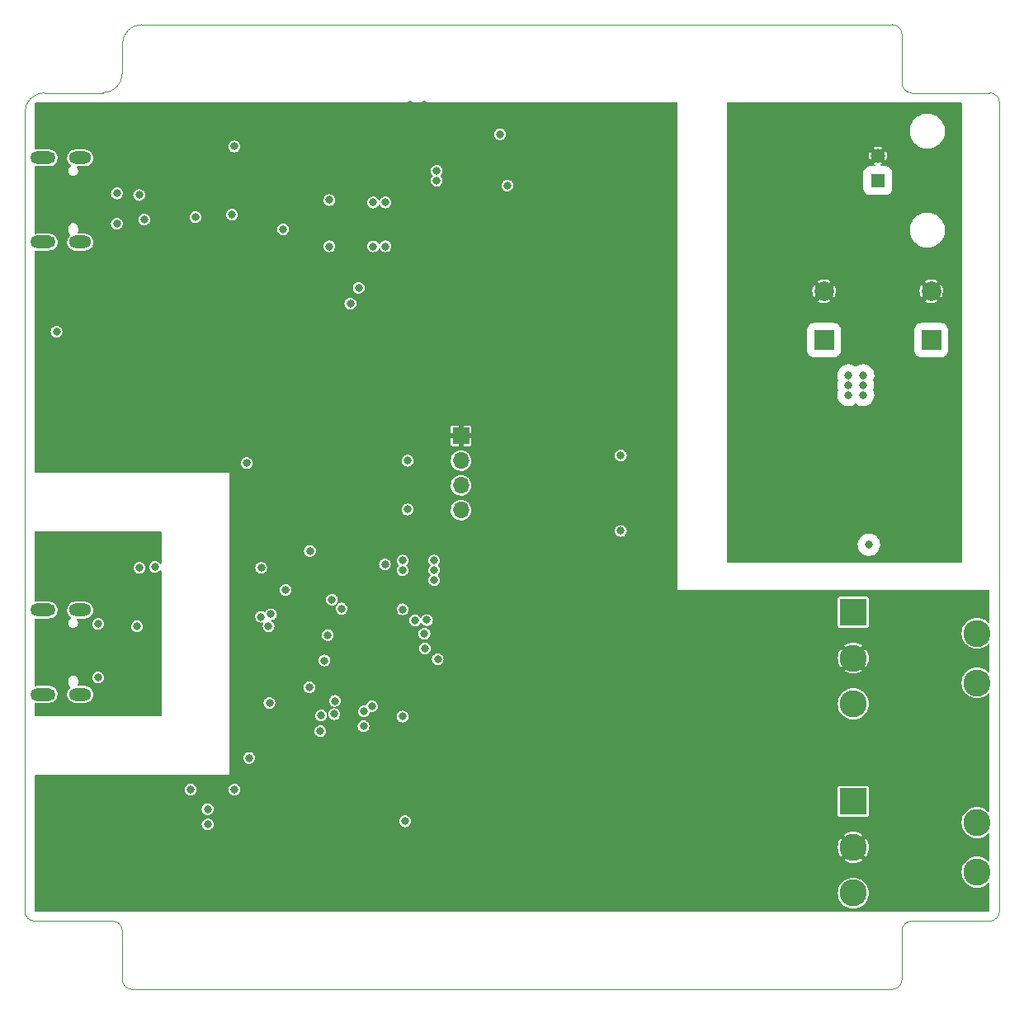
<source format=gbr>
%TF.GenerationSoftware,KiCad,Pcbnew,(6.0.4)*%
%TF.CreationDate,2023-03-28T21:24:44-04:00*%
%TF.ProjectId,PD_HV,50445f48-562e-46b6-9963-61645f706362,rev?*%
%TF.SameCoordinates,Original*%
%TF.FileFunction,Copper,L2,Inr*%
%TF.FilePolarity,Positive*%
%FSLAX46Y46*%
G04 Gerber Fmt 4.6, Leading zero omitted, Abs format (unit mm)*
G04 Created by KiCad (PCBNEW (6.0.4)) date 2023-03-28 21:24:44*
%MOMM*%
%LPD*%
G01*
G04 APERTURE LIST*
%TA.AperFunction,Profile*%
%ADD10C,0.100000*%
%TD*%
%TA.AperFunction,ComponentPad*%
%ADD11R,1.700000X1.700000*%
%TD*%
%TA.AperFunction,ComponentPad*%
%ADD12O,1.700000X1.700000*%
%TD*%
%TA.AperFunction,ComponentPad*%
%ADD13R,2.000000X2.000000*%
%TD*%
%TA.AperFunction,ComponentPad*%
%ADD14C,2.000000*%
%TD*%
%TA.AperFunction,ComponentPad*%
%ADD15R,2.775000X2.775000*%
%TD*%
%TA.AperFunction,ComponentPad*%
%ADD16C,2.775000*%
%TD*%
%TA.AperFunction,ComponentPad*%
%ADD17R,1.478000X1.478000*%
%TD*%
%TA.AperFunction,ComponentPad*%
%ADD18C,1.478000*%
%TD*%
%TA.AperFunction,ComponentPad*%
%ADD19O,2.600000X1.300000*%
%TD*%
%TA.AperFunction,ComponentPad*%
%ADD20O,2.300000X1.300000*%
%TD*%
%TA.AperFunction,ViaPad*%
%ADD21C,0.800000*%
%TD*%
G04 APERTURE END LIST*
D10*
X75000000Y-129000000D02*
X83000000Y-129000000D01*
X84000000Y-135000000D02*
G75*
G03*
X85000000Y-136000000I1000000J0D01*
G01*
X165000000Y-129000000D02*
G75*
G03*
X164000000Y-130000000I0J-1000000D01*
G01*
X164000000Y-43000000D02*
X164000000Y-38000000D01*
X76000000Y-44000000D02*
G75*
G03*
X74000000Y-46000000I0J-2000000D01*
G01*
X164000000Y-135000000D02*
X164000000Y-130000000D01*
X82000000Y-44000000D02*
G75*
G03*
X84000000Y-42000000I0J2000000D01*
G01*
X84000000Y-130000000D02*
G75*
G03*
X83000000Y-129000000I-1000000J0D01*
G01*
X164000000Y-43000000D02*
G75*
G03*
X165000000Y-44000000I1000000J0D01*
G01*
X163000000Y-37000000D02*
X86000000Y-37000000D01*
X84000000Y-130000000D02*
X84000000Y-135000000D01*
X173000000Y-44000000D02*
X165000000Y-44000000D01*
X86000000Y-37000000D02*
G75*
G03*
X84000000Y-39000000I0J-2000000D01*
G01*
X163000000Y-136000000D02*
G75*
G03*
X164000000Y-135000000I0J1000000D01*
G01*
X173000000Y-129000000D02*
G75*
G03*
X174000000Y-128000000I0J1000000D01*
G01*
X174000000Y-128000000D02*
X174000000Y-45000000D01*
X84000000Y-39000000D02*
X84000000Y-42000000D01*
X85000000Y-136000000D02*
X163000000Y-136000000D01*
X82000000Y-44000000D02*
X76000000Y-44000000D01*
X74000000Y-128000000D02*
G75*
G03*
X75000000Y-129000000I1000000J0D01*
G01*
X174000000Y-45000000D02*
G75*
G03*
X173000000Y-44000000I-1000000J0D01*
G01*
X74000000Y-46000000D02*
X74000000Y-128000000D01*
X165000000Y-129000000D02*
X173000000Y-129000000D01*
X164000000Y-38000000D02*
G75*
G03*
X163000000Y-37000000I-1000000J0D01*
G01*
D11*
%TO.N,GND*%
%TO.C,J4*%
X118750000Y-79200000D03*
D12*
%TO.N,/RP2040/SCL*%
X118750000Y-81740000D03*
%TO.N,/RP2040/SDA*%
X118750000Y-84280000D03*
%TO.N,+3.3V*%
X118750000Y-86820000D03*
%TD*%
D13*
%TO.N,+HV*%
%TO.C,C6*%
X156000000Y-69367677D03*
D14*
%TO.N,GND2*%
X156000000Y-64367677D03*
%TD*%
D13*
%TO.N,+HV*%
%TO.C,C35*%
X167000000Y-69367677D03*
D14*
%TO.N,GND2*%
X167000000Y-64367677D03*
%TD*%
D15*
%TO.N,unconnected-(SW5-Pad1)*%
%TO.C,SW5*%
X159000000Y-116720000D03*
D16*
%TO.N,GND*%
X159000000Y-121420000D03*
%TO.N,/RP2040/ONOFF*%
X159000000Y-126120000D03*
%TO.N,N/C*%
X171700000Y-118880000D03*
X171700000Y-123960000D03*
%TD*%
D17*
%TO.N,+HV*%
%TO.C,J3*%
X161520000Y-53000000D03*
D18*
%TO.N,GND2*%
X161520000Y-50460000D03*
%TD*%
D19*
%TO.N,unconnected-(J1-PadS1)*%
%TO.C,J1*%
X75850000Y-50680000D03*
D20*
X79675000Y-59320000D03*
D19*
X75850000Y-59320000D03*
D20*
X79675000Y-50680000D03*
%TD*%
%TO.N,unconnected-(J2-PadS1)*%
%TO.C,J2*%
X79675000Y-105720000D03*
D19*
X75850000Y-97080000D03*
D20*
X79675000Y-97080000D03*
D19*
X75850000Y-105720000D03*
%TD*%
D15*
%TO.N,/RP2040/DEC*%
%TO.C,SW4*%
X159000000Y-97300000D03*
D16*
%TO.N,GND*%
X159000000Y-102000000D03*
%TO.N,/RP2040/INC*%
X159000000Y-106700000D03*
%TO.N,N/C*%
X171700000Y-99460000D03*
X171700000Y-104540000D03*
%TD*%
D21*
%TO.N,+3.3V*%
X113250000Y-86750000D03*
%TO.N,/HVMeasurement/DIAG*%
X110946118Y-92392236D03*
X116000000Y-94000000D03*
%TO.N,/HVMeasurement/CLKIN*%
X116000000Y-93000000D03*
X112750000Y-93000000D03*
%TO.N,/HVMeasurement/DOUT*%
X116000000Y-92000000D03*
X112750000Y-92000000D03*
%TO.N,/RP2040/SCL*%
X113250000Y-81750000D03*
%TO.N,GND*%
X99000000Y-52000000D03*
X114000000Y-112500000D03*
%TO.N,+20V_USBPD*%
X95500000Y-49500000D03*
X86250000Y-57000000D03*
X95250000Y-56500000D03*
X77250000Y-68500000D03*
%TO.N,GND*%
X122000000Y-53500000D03*
X91500000Y-80250000D03*
X101750000Y-93750000D03*
X75500000Y-125250000D03*
X102000000Y-97750000D03*
X127000000Y-106250000D03*
X82000000Y-67750000D03*
X122500000Y-56000000D03*
X121000000Y-53500000D03*
X85500000Y-56000000D03*
X103500000Y-125250000D03*
X114250000Y-61000000D03*
X81850500Y-58100000D03*
X98500000Y-95000000D03*
X84218691Y-52031309D03*
X112000000Y-54750000D03*
X111250000Y-49250000D03*
X102000000Y-96500000D03*
X116500000Y-61000000D03*
X115000000Y-45250000D03*
X115975000Y-54775000D03*
X111500000Y-94105480D03*
X100500000Y-125250000D03*
X107500000Y-110750000D03*
X100750000Y-103000000D03*
X122000000Y-54500000D03*
X89000000Y-60500000D03*
X114022825Y-52152353D03*
X111500000Y-110750000D03*
X89500000Y-125250000D03*
X87500000Y-59500000D03*
X87500000Y-68500000D03*
X136400000Y-87200000D03*
X96650000Y-104350000D03*
X97000000Y-111250000D03*
X102000000Y-97750000D03*
X96850000Y-89150000D03*
X132400000Y-84450000D03*
X132400000Y-82700000D03*
X94250000Y-53250000D03*
X100750000Y-104000000D03*
X114500000Y-125250000D03*
X81500000Y-51500000D03*
X118750000Y-61000000D03*
X97250000Y-55000000D03*
X86500000Y-125250000D03*
X138250002Y-77999999D03*
X119250000Y-100750000D03*
X103499500Y-65600000D03*
X102905000Y-116905000D03*
X115019520Y-103980480D03*
X108000000Y-94000000D03*
X119250000Y-99250000D03*
X121000000Y-54500000D03*
X127000000Y-102750000D03*
X113500000Y-45250000D03*
%TO.N,GND2*%
X149600000Y-87200000D03*
%TO.N,+1V1*%
X105084764Y-99638500D03*
X115047405Y-101013320D03*
X103200000Y-105000000D03*
%TO.N,GND1*%
X81100000Y-90850000D03*
X82000000Y-97000000D03*
X85225500Y-97000000D03*
X81500000Y-93900000D03*
X85225000Y-95225000D03*
X81750000Y-105500000D03*
X81750000Y-95500000D03*
X84250000Y-105000000D03*
X87250000Y-104000000D03*
%TO.N,/USBPD_IN/CC1*%
X83435661Y-54316174D03*
X83435661Y-57435661D03*
X85724500Y-54487701D03*
%TO.N,Net-(JP1-Pad1)*%
X85500000Y-98750000D03*
X85750000Y-92750000D03*
%TO.N,Net-(JP3-Pad1)*%
X98235000Y-97765000D03*
X98250000Y-92750000D03*
%TO.N,/USBPD_IN/VBUSG*%
X100500000Y-58000000D03*
X91500000Y-56750000D03*
%TO.N,/HV_Flyback/nDone*%
X108250000Y-64000000D03*
X116250000Y-53000000D03*
%TO.N,/HV_Flyback/CHARGE*%
X107400000Y-65620500D03*
X116250000Y-52000000D03*
%TO.N,/RP2040/QSPI_SS*%
X104320500Y-109500000D03*
X105750000Y-107750000D03*
%TO.N,Net-(Q1-Pad4)*%
X123500000Y-53500000D03*
X122750000Y-48250000D03*
%TO.N,/RP2040/SCL*%
X109750000Y-59750000D03*
X109750000Y-55250000D03*
X114040423Y-98139923D03*
X109613960Y-106925471D03*
%TO.N,/RP2040/SDA*%
X111000000Y-59750000D03*
X108777464Y-107472536D03*
X111000000Y-55250000D03*
X115250000Y-98099500D03*
%TO.N,/RP2040/RUN*%
X113000000Y-118750000D03*
X115000000Y-99500000D03*
%TO.N,/RP2040/QSPI_SD1*%
X105800000Y-106400000D03*
X104390500Y-107891192D03*
%TO.N,/ISO_USB/PIN*%
X92750000Y-119079500D03*
X91000000Y-115500000D03*
X92750000Y-117500000D03*
X99000000Y-98750000D03*
%TO.N,+HV*%
X160600000Y-90362000D03*
X158500000Y-74000000D03*
X159991585Y-73999999D03*
X158500000Y-75000000D03*
X158500000Y-73000000D03*
X160000000Y-75000000D03*
X160000000Y-73000000D03*
%TO.N,+3.3V*%
X135150000Y-81200000D03*
X106500000Y-96925000D03*
X108750000Y-109000000D03*
X96750000Y-82000000D03*
X97000000Y-112250000D03*
X112750000Y-97000000D03*
X105250000Y-55000000D03*
X112750000Y-108000000D03*
X105500000Y-96000000D03*
X99250000Y-97500000D03*
X116365000Y-102135000D03*
X135150000Y-88950000D03*
X104750000Y-102250000D03*
X103250000Y-91000000D03*
X100750000Y-95000000D03*
X99095000Y-106595000D03*
X105250000Y-59750000D03*
X95500000Y-115500000D03*
%TO.N,+VBUS_USB*%
X81500000Y-98500000D03*
X81500000Y-104000000D03*
X87350000Y-92650000D03*
%TD*%
%TA.AperFunction,Conductor*%
%TO.N,GND2*%
G36*
X170171780Y-45018482D02*
G01*
X170198800Y-45065282D01*
X170200000Y-45079000D01*
X170200000Y-92121000D01*
X170181518Y-92171780D01*
X170134718Y-92198800D01*
X170121000Y-92200000D01*
X146079000Y-92200000D01*
X146028220Y-92181518D01*
X146001200Y-92134718D01*
X146000000Y-92121000D01*
X146000000Y-90331754D01*
X159444967Y-90331754D01*
X159458796Y-90542749D01*
X159510845Y-90747690D01*
X159599369Y-90939714D01*
X159721405Y-91112391D01*
X159872865Y-91259937D01*
X160048677Y-91377411D01*
X160242953Y-91460878D01*
X160317714Y-91477795D01*
X160445654Y-91506745D01*
X160445656Y-91506745D01*
X160449186Y-91507544D01*
X160517191Y-91510216D01*
X160656845Y-91515704D01*
X160656850Y-91515704D01*
X160660470Y-91515846D01*
X160869730Y-91485504D01*
X160969842Y-91451521D01*
X161066533Y-91418699D01*
X161066537Y-91418697D01*
X161069955Y-91417537D01*
X161254442Y-91314219D01*
X161417012Y-91179012D01*
X161552219Y-91016442D01*
X161655537Y-90831955D01*
X161723504Y-90631730D01*
X161753846Y-90422470D01*
X161755429Y-90362000D01*
X161736081Y-90151440D01*
X161678686Y-89947931D01*
X161585165Y-89758290D01*
X161458651Y-89588867D01*
X161432034Y-89564262D01*
X161407653Y-89541725D01*
X161303381Y-89445337D01*
X161124554Y-89332505D01*
X161121189Y-89331162D01*
X161121186Y-89331161D01*
X160931526Y-89255495D01*
X160931527Y-89255495D01*
X160928160Y-89254152D01*
X160826586Y-89233948D01*
X160724325Y-89213607D01*
X160724324Y-89213607D01*
X160720775Y-89212901D01*
X160627081Y-89211674D01*
X160512974Y-89210180D01*
X160512969Y-89210180D01*
X160509346Y-89210133D01*
X160505774Y-89210747D01*
X160505771Y-89210747D01*
X160424844Y-89224653D01*
X160300953Y-89245941D01*
X160102575Y-89319127D01*
X159920856Y-89427238D01*
X159918135Y-89429624D01*
X159918134Y-89429625D01*
X159900218Y-89445337D01*
X159761881Y-89566655D01*
X159630976Y-89732708D01*
X159532523Y-89919836D01*
X159469820Y-90121773D01*
X159444967Y-90331754D01*
X146000000Y-90331754D01*
X146000000Y-74969754D01*
X157344967Y-74969754D01*
X157358796Y-75180749D01*
X157410845Y-75385690D01*
X157499369Y-75577714D01*
X157621405Y-75750391D01*
X157772865Y-75897937D01*
X157948677Y-76015411D01*
X158142953Y-76098878D01*
X158217714Y-76115795D01*
X158345654Y-76144745D01*
X158345656Y-76144745D01*
X158349186Y-76145544D01*
X158417191Y-76148216D01*
X158556845Y-76153704D01*
X158556850Y-76153704D01*
X158560470Y-76153846D01*
X158769730Y-76123504D01*
X158869843Y-76089520D01*
X158966533Y-76056699D01*
X158966537Y-76056697D01*
X158969955Y-76055537D01*
X159154442Y-75952219D01*
X159163206Y-75944930D01*
X159198035Y-75915964D01*
X159248896Y-75897704D01*
X159292440Y-75911017D01*
X159412344Y-75991134D01*
X159448677Y-76015411D01*
X159642953Y-76098878D01*
X159717714Y-76115795D01*
X159845654Y-76144745D01*
X159845656Y-76144745D01*
X159849186Y-76145544D01*
X159917191Y-76148216D01*
X160056845Y-76153704D01*
X160056850Y-76153704D01*
X160060470Y-76153846D01*
X160269730Y-76123504D01*
X160369843Y-76089520D01*
X160466533Y-76056699D01*
X160466537Y-76056697D01*
X160469955Y-76055537D01*
X160654442Y-75952219D01*
X160817012Y-75817012D01*
X160952219Y-75654442D01*
X161055537Y-75469955D01*
X161123504Y-75269730D01*
X161153846Y-75060470D01*
X161155429Y-75000000D01*
X161136081Y-74789440D01*
X161078686Y-74585931D01*
X161051146Y-74530086D01*
X161045263Y-74476368D01*
X161047191Y-74469751D01*
X161113927Y-74273151D01*
X161115089Y-74269729D01*
X161145431Y-74060469D01*
X161147014Y-73999999D01*
X161127666Y-73789439D01*
X161070271Y-73585930D01*
X161051343Y-73547548D01*
X161045460Y-73493830D01*
X161052313Y-73476431D01*
X161052295Y-73476423D01*
X161052480Y-73476007D01*
X161053268Y-73474007D01*
X161053769Y-73473112D01*
X161055537Y-73469955D01*
X161057552Y-73464021D01*
X161122342Y-73273152D01*
X161123504Y-73269730D01*
X161153846Y-73060470D01*
X161155429Y-73000000D01*
X161136081Y-72789440D01*
X161078686Y-72585931D01*
X160985165Y-72396290D01*
X160858651Y-72226867D01*
X160832034Y-72202262D01*
X160807653Y-72179725D01*
X160703381Y-72083337D01*
X160524554Y-71970505D01*
X160521189Y-71969162D01*
X160521186Y-71969161D01*
X160331526Y-71893495D01*
X160331527Y-71893495D01*
X160328160Y-71892152D01*
X160226586Y-71871948D01*
X160124325Y-71851607D01*
X160124324Y-71851607D01*
X160120775Y-71850901D01*
X160027081Y-71849674D01*
X159912974Y-71848180D01*
X159912969Y-71848180D01*
X159909346Y-71848133D01*
X159905774Y-71848747D01*
X159905771Y-71848747D01*
X159824844Y-71862653D01*
X159700953Y-71883941D01*
X159502575Y-71957127D01*
X159447386Y-71989961D01*
X159323970Y-72063385D01*
X159323967Y-72063387D01*
X159320856Y-72065238D01*
X159318135Y-72067624D01*
X159318127Y-72067630D01*
X159303518Y-72080442D01*
X159253153Y-72100028D01*
X159204048Y-72083954D01*
X159203381Y-72083337D01*
X159200321Y-72081406D01*
X159200318Y-72081404D01*
X159027622Y-71972441D01*
X159024554Y-71970505D01*
X159021189Y-71969162D01*
X159021186Y-71969161D01*
X158831526Y-71893495D01*
X158831527Y-71893495D01*
X158828160Y-71892152D01*
X158726586Y-71871948D01*
X158624325Y-71851607D01*
X158624324Y-71851607D01*
X158620775Y-71850901D01*
X158527081Y-71849674D01*
X158412974Y-71848180D01*
X158412969Y-71848180D01*
X158409346Y-71848133D01*
X158405774Y-71848747D01*
X158405771Y-71848747D01*
X158324844Y-71862653D01*
X158200953Y-71883941D01*
X158002575Y-71957127D01*
X157820856Y-72065238D01*
X157818135Y-72067624D01*
X157818134Y-72067625D01*
X157768888Y-72110813D01*
X157661881Y-72204655D01*
X157530976Y-72370708D01*
X157432523Y-72557836D01*
X157369820Y-72759773D01*
X157344967Y-72969754D01*
X157358796Y-73180749D01*
X157410845Y-73385690D01*
X157440486Y-73449986D01*
X157446956Y-73464021D01*
X157451431Y-73517875D01*
X157445127Y-73533878D01*
X157434212Y-73554625D01*
X157432523Y-73557836D01*
X157431450Y-73561291D01*
X157431449Y-73561294D01*
X157422717Y-73589416D01*
X157369820Y-73759773D01*
X157344967Y-73969754D01*
X157358796Y-74180749D01*
X157410845Y-74385690D01*
X157440486Y-74449986D01*
X157446956Y-74464021D01*
X157451431Y-74517875D01*
X157445127Y-74533878D01*
X157434212Y-74554625D01*
X157432523Y-74557836D01*
X157369820Y-74759773D01*
X157344967Y-74969754D01*
X146000000Y-74969754D01*
X146000000Y-70417543D01*
X154249500Y-70417543D01*
X154260359Y-70522196D01*
X154315744Y-70688206D01*
X154407834Y-70837022D01*
X154411080Y-70840263D01*
X154411083Y-70840266D01*
X154527615Y-70956594D01*
X154531689Y-70960661D01*
X154680666Y-71052491D01*
X154748253Y-71074909D01*
X154842677Y-71106229D01*
X154842679Y-71106230D01*
X154846772Y-71107587D01*
X154851060Y-71108026D01*
X154851063Y-71108027D01*
X154948139Y-71117973D01*
X154948147Y-71117973D01*
X154950134Y-71118177D01*
X157049866Y-71118177D01*
X157051887Y-71117967D01*
X157051893Y-71117967D01*
X157150213Y-71107765D01*
X157150215Y-71107765D01*
X157154519Y-71107318D01*
X157158624Y-71105948D01*
X157158626Y-71105948D01*
X157197290Y-71093049D01*
X157320529Y-71051933D01*
X157469345Y-70959843D01*
X157472586Y-70956597D01*
X157472589Y-70956594D01*
X157589743Y-70839235D01*
X157589744Y-70839233D01*
X157592984Y-70835988D01*
X157684814Y-70687011D01*
X157739910Y-70520905D01*
X157740350Y-70516614D01*
X157750296Y-70419538D01*
X157750296Y-70419530D01*
X157750500Y-70417543D01*
X165249500Y-70417543D01*
X165260359Y-70522196D01*
X165315744Y-70688206D01*
X165407834Y-70837022D01*
X165411080Y-70840263D01*
X165411083Y-70840266D01*
X165527615Y-70956594D01*
X165531689Y-70960661D01*
X165680666Y-71052491D01*
X165748253Y-71074909D01*
X165842677Y-71106229D01*
X165842679Y-71106230D01*
X165846772Y-71107587D01*
X165851060Y-71108026D01*
X165851063Y-71108027D01*
X165948139Y-71117973D01*
X165948147Y-71117973D01*
X165950134Y-71118177D01*
X168049866Y-71118177D01*
X168051887Y-71117967D01*
X168051893Y-71117967D01*
X168150213Y-71107765D01*
X168150215Y-71107765D01*
X168154519Y-71107318D01*
X168158624Y-71105948D01*
X168158626Y-71105948D01*
X168197290Y-71093049D01*
X168320529Y-71051933D01*
X168469345Y-70959843D01*
X168472586Y-70956597D01*
X168472589Y-70956594D01*
X168589743Y-70839235D01*
X168589744Y-70839233D01*
X168592984Y-70835988D01*
X168684814Y-70687011D01*
X168739910Y-70520905D01*
X168740350Y-70516614D01*
X168750296Y-70419538D01*
X168750296Y-70419530D01*
X168750500Y-70417543D01*
X168750500Y-68317811D01*
X168739641Y-68213158D01*
X168684256Y-68047148D01*
X168592166Y-67898332D01*
X168588920Y-67895091D01*
X168588917Y-67895088D01*
X168471558Y-67777934D01*
X168471556Y-67777933D01*
X168468311Y-67774693D01*
X168319334Y-67682863D01*
X168251747Y-67660445D01*
X168157323Y-67629125D01*
X168157321Y-67629124D01*
X168153228Y-67627767D01*
X168148940Y-67627328D01*
X168148937Y-67627327D01*
X168051861Y-67617381D01*
X168051853Y-67617381D01*
X168049866Y-67617177D01*
X165950134Y-67617177D01*
X165948113Y-67617387D01*
X165948107Y-67617387D01*
X165849787Y-67627589D01*
X165849785Y-67627589D01*
X165845481Y-67628036D01*
X165841376Y-67629406D01*
X165841374Y-67629406D01*
X165802710Y-67642305D01*
X165679471Y-67683421D01*
X165530655Y-67775511D01*
X165527414Y-67778757D01*
X165527411Y-67778760D01*
X165410257Y-67896119D01*
X165407016Y-67899366D01*
X165315186Y-68048343D01*
X165260090Y-68214449D01*
X165259651Y-68218737D01*
X165259650Y-68218740D01*
X165249708Y-68315784D01*
X165249500Y-68317811D01*
X165249500Y-70417543D01*
X157750500Y-70417543D01*
X157750500Y-68317811D01*
X157739641Y-68213158D01*
X157684256Y-68047148D01*
X157592166Y-67898332D01*
X157588920Y-67895091D01*
X157588917Y-67895088D01*
X157471558Y-67777934D01*
X157471556Y-67777933D01*
X157468311Y-67774693D01*
X157319334Y-67682863D01*
X157251747Y-67660445D01*
X157157323Y-67629125D01*
X157157321Y-67629124D01*
X157153228Y-67627767D01*
X157148940Y-67627328D01*
X157148937Y-67627327D01*
X157051861Y-67617381D01*
X157051853Y-67617381D01*
X157049866Y-67617177D01*
X154950134Y-67617177D01*
X154948113Y-67617387D01*
X154948107Y-67617387D01*
X154849787Y-67627589D01*
X154849785Y-67627589D01*
X154845481Y-67628036D01*
X154841376Y-67629406D01*
X154841374Y-67629406D01*
X154802710Y-67642305D01*
X154679471Y-67683421D01*
X154530655Y-67775511D01*
X154527414Y-67778757D01*
X154527411Y-67778760D01*
X154410257Y-67896119D01*
X154407016Y-67899366D01*
X154315186Y-68048343D01*
X154260090Y-68214449D01*
X154259651Y-68218737D01*
X154259650Y-68218740D01*
X154249708Y-68315784D01*
X154249500Y-68317811D01*
X154249500Y-70417543D01*
X146000000Y-70417543D01*
X146000000Y-65377213D01*
X155355169Y-65377213D01*
X155356115Y-65380743D01*
X155356223Y-65380849D01*
X155421951Y-65424768D01*
X155428276Y-65428202D01*
X155624263Y-65512404D01*
X155631127Y-65514634D01*
X155839167Y-65561709D01*
X155846316Y-65562650D01*
X156059447Y-65571024D01*
X156066665Y-65570645D01*
X156277749Y-65540040D01*
X156284766Y-65538355D01*
X156486744Y-65469793D01*
X156493336Y-65466858D01*
X156639279Y-65385126D01*
X156646097Y-65377213D01*
X166355169Y-65377213D01*
X166356115Y-65380743D01*
X166356223Y-65380849D01*
X166421951Y-65424768D01*
X166428276Y-65428202D01*
X166624263Y-65512404D01*
X166631127Y-65514634D01*
X166839167Y-65561709D01*
X166846316Y-65562650D01*
X167059447Y-65571024D01*
X167066665Y-65570645D01*
X167277749Y-65540040D01*
X167284766Y-65538355D01*
X167486744Y-65469793D01*
X167493336Y-65466858D01*
X167639279Y-65385126D01*
X167646691Y-65376524D01*
X167646717Y-65374547D01*
X167645128Y-65372016D01*
X167009851Y-64736738D01*
X166999558Y-64731938D01*
X166993262Y-64733625D01*
X166359969Y-65366919D01*
X166355169Y-65377213D01*
X156646097Y-65377213D01*
X156646691Y-65376524D01*
X156646717Y-65374547D01*
X156645128Y-65372016D01*
X156009851Y-64736738D01*
X155999558Y-64731938D01*
X155993262Y-64733625D01*
X155359969Y-65366919D01*
X155355169Y-65377213D01*
X146000000Y-65377213D01*
X146000000Y-64339746D01*
X154795509Y-64339746D01*
X154809459Y-64552589D01*
X154810588Y-64559715D01*
X154863091Y-64766443D01*
X154865504Y-64773257D01*
X154954800Y-64966957D01*
X154958407Y-64973204D01*
X154982191Y-65006859D01*
X154991521Y-65013331D01*
X154995500Y-65012966D01*
X155630939Y-64377528D01*
X155635327Y-64368119D01*
X156364261Y-64368119D01*
X156365948Y-64374415D01*
X157000792Y-65009258D01*
X157011086Y-65014058D01*
X157012996Y-65013547D01*
X157014998Y-65011332D01*
X157099181Y-64861013D01*
X157102116Y-64854421D01*
X157170678Y-64652443D01*
X157172363Y-64645426D01*
X157203154Y-64433061D01*
X157203550Y-64428418D01*
X157205080Y-64370004D01*
X157204928Y-64365361D01*
X157202574Y-64339746D01*
X165795509Y-64339746D01*
X165809459Y-64552589D01*
X165810588Y-64559715D01*
X165863091Y-64766443D01*
X165865504Y-64773257D01*
X165954800Y-64966957D01*
X165958407Y-64973204D01*
X165982191Y-65006859D01*
X165991521Y-65013331D01*
X165995500Y-65012966D01*
X166630939Y-64377528D01*
X166635327Y-64368119D01*
X167364261Y-64368119D01*
X167365948Y-64374415D01*
X168000792Y-65009258D01*
X168011086Y-65014058D01*
X168012996Y-65013547D01*
X168014998Y-65011332D01*
X168099181Y-64861013D01*
X168102116Y-64854421D01*
X168170678Y-64652443D01*
X168172363Y-64645426D01*
X168203154Y-64433061D01*
X168203550Y-64428418D01*
X168205080Y-64370004D01*
X168204928Y-64365361D01*
X168185292Y-64151663D01*
X168183977Y-64144570D01*
X168126079Y-63939279D01*
X168123494Y-63932545D01*
X168029154Y-63741242D01*
X168025385Y-63735091D01*
X168019361Y-63727023D01*
X168009864Y-63720797D01*
X168005585Y-63721303D01*
X167369061Y-64357826D01*
X167364261Y-64368119D01*
X166635327Y-64368119D01*
X166635739Y-64367235D01*
X166634052Y-64360939D01*
X165997459Y-63724347D01*
X165987165Y-63719547D01*
X165985800Y-63719913D01*
X165983213Y-63722849D01*
X165888282Y-63903284D01*
X165885521Y-63909948D01*
X165822268Y-64113655D01*
X165820768Y-64120716D01*
X165795698Y-64332528D01*
X165795509Y-64339746D01*
X157202574Y-64339746D01*
X157185292Y-64151663D01*
X157183977Y-64144570D01*
X157126079Y-63939279D01*
X157123494Y-63932545D01*
X157029154Y-63741242D01*
X157025385Y-63735091D01*
X157019361Y-63727023D01*
X157009864Y-63720797D01*
X157005585Y-63721303D01*
X156369061Y-64357826D01*
X156364261Y-64368119D01*
X155635327Y-64368119D01*
X155635739Y-64367235D01*
X155634052Y-64360939D01*
X154997459Y-63724347D01*
X154987165Y-63719547D01*
X154985800Y-63719913D01*
X154983213Y-63722849D01*
X154888282Y-63903284D01*
X154885521Y-63909948D01*
X154822268Y-64113655D01*
X154820768Y-64120716D01*
X154795698Y-64332528D01*
X154795509Y-64339746D01*
X146000000Y-64339746D01*
X146000000Y-63359831D01*
X155354477Y-63359831D01*
X155354510Y-63362366D01*
X155355627Y-63364094D01*
X155990149Y-63998616D01*
X156000443Y-64003416D01*
X156006737Y-64001730D01*
X156639945Y-63368521D01*
X156643997Y-63359831D01*
X166354477Y-63359831D01*
X166354510Y-63362366D01*
X166355627Y-63364094D01*
X166990149Y-63998616D01*
X167000443Y-64003416D01*
X167006737Y-64001730D01*
X167639945Y-63368521D01*
X167644745Y-63358227D01*
X167643943Y-63355235D01*
X167643144Y-63354473D01*
X167550184Y-63295820D01*
X167543761Y-63292548D01*
X167345645Y-63213507D01*
X167338724Y-63211457D01*
X167129522Y-63169844D01*
X167122352Y-63169091D01*
X166909073Y-63166298D01*
X166901873Y-63166865D01*
X166691661Y-63202986D01*
X166684683Y-63204856D01*
X166484569Y-63278681D01*
X166478062Y-63281785D01*
X166361663Y-63351035D01*
X166354477Y-63359831D01*
X156643997Y-63359831D01*
X156644745Y-63358227D01*
X156643943Y-63355235D01*
X156643144Y-63354473D01*
X156550184Y-63295820D01*
X156543761Y-63292548D01*
X156345645Y-63213507D01*
X156338724Y-63211457D01*
X156129522Y-63169844D01*
X156122352Y-63169091D01*
X155909073Y-63166298D01*
X155901873Y-63166865D01*
X155691661Y-63202986D01*
X155684683Y-63204856D01*
X155484569Y-63278681D01*
X155478062Y-63281785D01*
X155361663Y-63351035D01*
X155354477Y-63359831D01*
X146000000Y-63359831D01*
X146000000Y-58189920D01*
X164802823Y-58189920D01*
X164838811Y-58454352D01*
X164913489Y-58710561D01*
X164914718Y-58713228D01*
X164914720Y-58713232D01*
X164934955Y-58757124D01*
X165025217Y-58952917D01*
X165026819Y-58955360D01*
X165026822Y-58955366D01*
X165053624Y-58996245D01*
X165171540Y-59176096D01*
X165349243Y-59375196D01*
X165554424Y-59545843D01*
X165556931Y-59547364D01*
X165556932Y-59547365D01*
X165780069Y-59682768D01*
X165782574Y-59684288D01*
X166028682Y-59787490D01*
X166287340Y-59853181D01*
X166408789Y-59865410D01*
X166507023Y-59875302D01*
X166507028Y-59875302D01*
X166508992Y-59875500D01*
X166667755Y-59875500D01*
X166866136Y-59860758D01*
X167126425Y-59801860D01*
X167375150Y-59705136D01*
X167606846Y-59572711D01*
X167609144Y-59570899D01*
X167609149Y-59570896D01*
X167814115Y-59409314D01*
X167816424Y-59407494D01*
X167846807Y-59375196D01*
X167997270Y-59215249D01*
X167997272Y-59215246D01*
X167999279Y-59213113D01*
X168151393Y-58993841D01*
X168269427Y-58754492D01*
X168282635Y-58713232D01*
X168349892Y-58503120D01*
X168349892Y-58503119D01*
X168350786Y-58500327D01*
X168357816Y-58457164D01*
X168367715Y-58396379D01*
X168393683Y-58236927D01*
X168397177Y-57970080D01*
X168361189Y-57705648D01*
X168286511Y-57449439D01*
X168267549Y-57408306D01*
X168176011Y-57209746D01*
X168176009Y-57209742D01*
X168174783Y-57207083D01*
X168173181Y-57204640D01*
X168173178Y-57204634D01*
X168030062Y-56986347D01*
X168030060Y-56986344D01*
X168028460Y-56983904D01*
X167850757Y-56784804D01*
X167645576Y-56614157D01*
X167598905Y-56585836D01*
X167419931Y-56477232D01*
X167419930Y-56477232D01*
X167417426Y-56475712D01*
X167171318Y-56372510D01*
X166912660Y-56306819D01*
X166791211Y-56294590D01*
X166692977Y-56284698D01*
X166692972Y-56284698D01*
X166691008Y-56284500D01*
X166532245Y-56284500D01*
X166333864Y-56299242D01*
X166073575Y-56358140D01*
X165824850Y-56454864D01*
X165593154Y-56587289D01*
X165590856Y-56589101D01*
X165590851Y-56589104D01*
X165453172Y-56697641D01*
X165383576Y-56752506D01*
X165381561Y-56754648D01*
X165351141Y-56786986D01*
X165200721Y-56946887D01*
X165048607Y-57166159D01*
X164930573Y-57405508D01*
X164929679Y-57408302D01*
X164929677Y-57408306D01*
X164915607Y-57452261D01*
X164849214Y-57659673D01*
X164848744Y-57662559D01*
X164848743Y-57662563D01*
X164841253Y-57708553D01*
X164806317Y-57923073D01*
X164802823Y-58189920D01*
X146000000Y-58189920D01*
X146000000Y-53788866D01*
X160030500Y-53788866D01*
X160041359Y-53893519D01*
X160096744Y-54059529D01*
X160188834Y-54208345D01*
X160192080Y-54211586D01*
X160192083Y-54211589D01*
X160308615Y-54327917D01*
X160312689Y-54331984D01*
X160461666Y-54423814D01*
X160529253Y-54446232D01*
X160623677Y-54477552D01*
X160623679Y-54477553D01*
X160627772Y-54478910D01*
X160632060Y-54479349D01*
X160632063Y-54479350D01*
X160729139Y-54489296D01*
X160729147Y-54489296D01*
X160731134Y-54489500D01*
X162308866Y-54489500D01*
X162310887Y-54489290D01*
X162310893Y-54489290D01*
X162409213Y-54479088D01*
X162409215Y-54479088D01*
X162413519Y-54478641D01*
X162417624Y-54477271D01*
X162417626Y-54477271D01*
X162456290Y-54464372D01*
X162579529Y-54423256D01*
X162728345Y-54331166D01*
X162731586Y-54327920D01*
X162731589Y-54327917D01*
X162848743Y-54210558D01*
X162848744Y-54210556D01*
X162851984Y-54207311D01*
X162943814Y-54058334D01*
X162998910Y-53892228D01*
X162999350Y-53887937D01*
X163009296Y-53790861D01*
X163009296Y-53790853D01*
X163009500Y-53788866D01*
X163009500Y-52211134D01*
X162998641Y-52106481D01*
X162943256Y-51940471D01*
X162851166Y-51791655D01*
X162847920Y-51788414D01*
X162847917Y-51788411D01*
X162730558Y-51671257D01*
X162730556Y-51671256D01*
X162727311Y-51668016D01*
X162578334Y-51576186D01*
X162510747Y-51553768D01*
X162416323Y-51522448D01*
X162416321Y-51522447D01*
X162412228Y-51521090D01*
X162407940Y-51520651D01*
X162407937Y-51520650D01*
X162310861Y-51510704D01*
X162310853Y-51510704D01*
X162308866Y-51510500D01*
X161839684Y-51510500D01*
X161788904Y-51492018D01*
X161761884Y-51445218D01*
X161771268Y-51392000D01*
X161812172Y-51358876D01*
X161811765Y-51357961D01*
X161815178Y-51356441D01*
X161815270Y-51356367D01*
X161815548Y-51356277D01*
X161969936Y-51287539D01*
X161978103Y-51279652D01*
X161975058Y-51274269D01*
X161529851Y-50829061D01*
X161519558Y-50824261D01*
X161513262Y-50825948D01*
X161067189Y-51272022D01*
X161062390Y-51282314D01*
X161067159Y-51286246D01*
X161224452Y-51356277D01*
X161224730Y-51356367D01*
X161224830Y-51356445D01*
X161228235Y-51357961D01*
X161227857Y-51358810D01*
X161267313Y-51389638D01*
X161278547Y-51442497D01*
X161253176Y-51490210D01*
X161200316Y-51510500D01*
X160731134Y-51510500D01*
X160729113Y-51510710D01*
X160729107Y-51510710D01*
X160630787Y-51520912D01*
X160630785Y-51520912D01*
X160626481Y-51521359D01*
X160622376Y-51522729D01*
X160622374Y-51522729D01*
X160583710Y-51535628D01*
X160460471Y-51576744D01*
X160311655Y-51668834D01*
X160308414Y-51672080D01*
X160308411Y-51672083D01*
X160191257Y-51789442D01*
X160188016Y-51792689D01*
X160096186Y-51941666D01*
X160041090Y-52107772D01*
X160040651Y-52112060D01*
X160040650Y-52112063D01*
X160030708Y-52209107D01*
X160030500Y-52211134D01*
X160030500Y-53788866D01*
X146000000Y-53788866D01*
X146000000Y-50464120D01*
X160576261Y-50464120D01*
X160596027Y-50652179D01*
X160597742Y-50660249D01*
X160656177Y-50840092D01*
X160659526Y-50847614D01*
X160694159Y-50907602D01*
X160702858Y-50914901D01*
X160705116Y-50914901D01*
X160707243Y-50913546D01*
X161150939Y-50469851D01*
X161155327Y-50460442D01*
X161884261Y-50460442D01*
X161885948Y-50466738D01*
X162329025Y-50909814D01*
X162339319Y-50914614D01*
X162341501Y-50914030D01*
X162343201Y-50912174D01*
X162380474Y-50847614D01*
X162383823Y-50840092D01*
X162442258Y-50660249D01*
X162443973Y-50652179D01*
X162463739Y-50464120D01*
X162463739Y-50455880D01*
X162443973Y-50267821D01*
X162442258Y-50259751D01*
X162383823Y-50079908D01*
X162380474Y-50072386D01*
X162345841Y-50012398D01*
X162337142Y-50005099D01*
X162334884Y-50005099D01*
X162332757Y-50006454D01*
X161889061Y-50450149D01*
X161884261Y-50460442D01*
X161155327Y-50460442D01*
X161155739Y-50459558D01*
X161154052Y-50453262D01*
X160710975Y-50010186D01*
X160700681Y-50005386D01*
X160698499Y-50005970D01*
X160696799Y-50007826D01*
X160659526Y-50072386D01*
X160656177Y-50079908D01*
X160597742Y-50259751D01*
X160596027Y-50267821D01*
X160576261Y-50455880D01*
X160576261Y-50464120D01*
X146000000Y-50464120D01*
X146000000Y-49640348D01*
X161061897Y-49640348D01*
X161064942Y-49645731D01*
X161510149Y-50090939D01*
X161520442Y-50095739D01*
X161526738Y-50094052D01*
X161972811Y-49647978D01*
X161977610Y-49637686D01*
X161972841Y-49633754D01*
X161815548Y-49563723D01*
X161807716Y-49561178D01*
X161622736Y-49521859D01*
X161614558Y-49521000D01*
X161425442Y-49521000D01*
X161417264Y-49521859D01*
X161232284Y-49561178D01*
X161224452Y-49563723D01*
X161070064Y-49632461D01*
X161061897Y-49640348D01*
X146000000Y-49640348D01*
X146000000Y-48029920D01*
X164802823Y-48029920D01*
X164838811Y-48294352D01*
X164913489Y-48550561D01*
X164914718Y-48553228D01*
X164914720Y-48553232D01*
X164934955Y-48597124D01*
X165025217Y-48792917D01*
X165026819Y-48795360D01*
X165026822Y-48795366D01*
X165053624Y-48836245D01*
X165171540Y-49016096D01*
X165349243Y-49215196D01*
X165554424Y-49385843D01*
X165556931Y-49387364D01*
X165556932Y-49387365D01*
X165778571Y-49521859D01*
X165782574Y-49524288D01*
X166028682Y-49627490D01*
X166287340Y-49693181D01*
X166408789Y-49705410D01*
X166507023Y-49715302D01*
X166507028Y-49715302D01*
X166508992Y-49715500D01*
X166667755Y-49715500D01*
X166866136Y-49700758D01*
X167126425Y-49641860D01*
X167137159Y-49637686D01*
X167220791Y-49605163D01*
X167375150Y-49545136D01*
X167606846Y-49412711D01*
X167609144Y-49410899D01*
X167609149Y-49410896D01*
X167814115Y-49249314D01*
X167816424Y-49247494D01*
X167846807Y-49215196D01*
X167997270Y-49055249D01*
X167997272Y-49055246D01*
X167999279Y-49053113D01*
X168151393Y-48833841D01*
X168269427Y-48594492D01*
X168282635Y-48553232D01*
X168349892Y-48343120D01*
X168349892Y-48343119D01*
X168350786Y-48340327D01*
X168357816Y-48297164D01*
X168367715Y-48236379D01*
X168393683Y-48076927D01*
X168397177Y-47810080D01*
X168361189Y-47545648D01*
X168286511Y-47289439D01*
X168267549Y-47248306D01*
X168176011Y-47049746D01*
X168176009Y-47049742D01*
X168174783Y-47047083D01*
X168173181Y-47044640D01*
X168173178Y-47044634D01*
X168030062Y-46826347D01*
X168030060Y-46826344D01*
X168028460Y-46823904D01*
X167850757Y-46624804D01*
X167645576Y-46454157D01*
X167598905Y-46425836D01*
X167419931Y-46317232D01*
X167419930Y-46317232D01*
X167417426Y-46315712D01*
X167171318Y-46212510D01*
X166912660Y-46146819D01*
X166791211Y-46134590D01*
X166692977Y-46124698D01*
X166692972Y-46124698D01*
X166691008Y-46124500D01*
X166532245Y-46124500D01*
X166333864Y-46139242D01*
X166073575Y-46198140D01*
X165824850Y-46294864D01*
X165593154Y-46427289D01*
X165590856Y-46429101D01*
X165590851Y-46429104D01*
X165453172Y-46537641D01*
X165383576Y-46592506D01*
X165381561Y-46594648D01*
X165351141Y-46626986D01*
X165200721Y-46786887D01*
X165048607Y-47006159D01*
X164930573Y-47245508D01*
X164929679Y-47248302D01*
X164929677Y-47248306D01*
X164915607Y-47292261D01*
X164849214Y-47499673D01*
X164848744Y-47502559D01*
X164848743Y-47502563D01*
X164841253Y-47548553D01*
X164806317Y-47763073D01*
X164802823Y-48029920D01*
X146000000Y-48029920D01*
X146000000Y-45079000D01*
X146018482Y-45028220D01*
X146065282Y-45001200D01*
X146079000Y-45000000D01*
X170121000Y-45000000D01*
X170171780Y-45018482D01*
G37*
%TD.AperFunction*%
%TD*%
%TA.AperFunction,Conductor*%
%TO.N,GND1*%
G36*
X87971780Y-89018482D02*
G01*
X87998800Y-89065282D01*
X88000000Y-89079000D01*
X88000000Y-92277940D01*
X87981518Y-92328720D01*
X87934718Y-92355740D01*
X87881500Y-92346356D01*
X87858325Y-92326032D01*
X87802258Y-92252965D01*
X87778282Y-92221718D01*
X87753486Y-92202691D01*
X87656952Y-92128618D01*
X87656950Y-92128617D01*
X87652841Y-92125464D01*
X87549391Y-92082614D01*
X87511550Y-92066939D01*
X87511548Y-92066939D01*
X87506762Y-92064956D01*
X87350000Y-92044318D01*
X87193238Y-92064956D01*
X87188452Y-92066939D01*
X87188450Y-92066939D01*
X87150609Y-92082614D01*
X87047159Y-92125464D01*
X87043050Y-92128617D01*
X87043048Y-92128618D01*
X86946514Y-92202691D01*
X86921718Y-92221718D01*
X86902691Y-92246514D01*
X86839613Y-92328720D01*
X86825464Y-92347159D01*
X86764956Y-92493238D01*
X86744318Y-92650000D01*
X86764956Y-92806762D01*
X86825464Y-92952841D01*
X86828617Y-92956950D01*
X86828618Y-92956952D01*
X86878577Y-93022060D01*
X86921718Y-93078282D01*
X86925822Y-93081431D01*
X87043048Y-93171382D01*
X87043050Y-93171383D01*
X87047159Y-93174536D01*
X87150609Y-93217386D01*
X87188450Y-93233061D01*
X87188452Y-93233061D01*
X87193238Y-93235044D01*
X87350000Y-93255682D01*
X87506762Y-93235044D01*
X87511548Y-93233061D01*
X87511550Y-93233061D01*
X87549391Y-93217386D01*
X87652841Y-93174536D01*
X87656950Y-93171383D01*
X87656952Y-93171382D01*
X87774178Y-93081431D01*
X87778282Y-93078282D01*
X87821423Y-93022060D01*
X87858325Y-92973968D01*
X87903901Y-92944933D01*
X87957478Y-92951986D01*
X87993986Y-92991828D01*
X88000000Y-93022060D01*
X88000000Y-107921000D01*
X87981518Y-107971780D01*
X87934718Y-107998800D01*
X87921000Y-108000000D01*
X75079000Y-108000000D01*
X75028220Y-107981518D01*
X75001200Y-107934718D01*
X75000000Y-107921000D01*
X75000000Y-106645401D01*
X75018482Y-106594621D01*
X75065282Y-106567601D01*
X75096235Y-106568305D01*
X75104637Y-106570183D01*
X75110307Y-106570500D01*
X76546164Y-106570500D01*
X76566370Y-106568305D01*
X76679460Y-106556020D01*
X76679464Y-106556019D01*
X76683709Y-106555558D01*
X76858848Y-106496617D01*
X76937797Y-106449180D01*
X77013571Y-106403650D01*
X77017244Y-106401443D01*
X77020354Y-106398502D01*
X77020358Y-106398499D01*
X77148398Y-106277416D01*
X77151507Y-106274476D01*
X77255375Y-106121640D01*
X77324000Y-105950065D01*
X77354181Y-105767756D01*
X77349176Y-105672244D01*
X78320819Y-105672244D01*
X78330490Y-105856781D01*
X78379562Y-106034936D01*
X78465746Y-106198398D01*
X78468506Y-106201664D01*
X78468508Y-106201667D01*
X78582261Y-106336276D01*
X78582265Y-106336279D01*
X78585020Y-106339540D01*
X78731820Y-106451777D01*
X78899297Y-106529873D01*
X78903477Y-106530807D01*
X78903479Y-106530808D01*
X78993703Y-106550975D01*
X79079637Y-106570183D01*
X79085307Y-106570500D01*
X80221164Y-106570500D01*
X80241370Y-106568305D01*
X80354460Y-106556020D01*
X80354464Y-106556019D01*
X80358709Y-106555558D01*
X80533848Y-106496617D01*
X80612797Y-106449180D01*
X80688571Y-106403650D01*
X80692244Y-106401443D01*
X80695354Y-106398502D01*
X80695358Y-106398499D01*
X80823398Y-106277416D01*
X80826507Y-106274476D01*
X80930375Y-106121640D01*
X80999000Y-105950065D01*
X81029181Y-105767756D01*
X81019510Y-105583219D01*
X80970438Y-105405064D01*
X80884254Y-105241602D01*
X80881494Y-105238336D01*
X80881492Y-105238333D01*
X80767739Y-105103724D01*
X80767735Y-105103721D01*
X80764980Y-105100460D01*
X80618180Y-104988223D01*
X80450703Y-104910127D01*
X80446523Y-104909193D01*
X80446521Y-104909192D01*
X80356297Y-104889025D01*
X80270363Y-104869817D01*
X80264693Y-104869500D01*
X79465583Y-104869500D01*
X79414803Y-104851018D01*
X79387783Y-104804218D01*
X79394073Y-104756925D01*
X79431161Y-104677931D01*
X79433553Y-104672837D01*
X79450500Y-104563991D01*
X79450500Y-104239060D01*
X79450063Y-104236009D01*
X79436121Y-104138651D01*
X79436120Y-104138648D01*
X79435323Y-104133082D01*
X79375984Y-104002572D01*
X79373768Y-104000000D01*
X80894318Y-104000000D01*
X80914956Y-104156762D01*
X80975464Y-104302841D01*
X81071718Y-104428282D01*
X81075822Y-104431431D01*
X81193048Y-104521382D01*
X81193050Y-104521383D01*
X81197159Y-104524536D01*
X81278267Y-104558132D01*
X81338450Y-104583061D01*
X81338452Y-104583061D01*
X81343238Y-104585044D01*
X81500000Y-104605682D01*
X81656762Y-104585044D01*
X81661548Y-104583061D01*
X81661550Y-104583061D01*
X81721733Y-104558132D01*
X81802841Y-104524536D01*
X81806950Y-104521383D01*
X81806952Y-104521382D01*
X81924178Y-104431431D01*
X81928282Y-104428282D01*
X82024536Y-104302841D01*
X82085044Y-104156762D01*
X82105682Y-104000000D01*
X82085044Y-103843238D01*
X82073756Y-103815985D01*
X82056726Y-103774873D01*
X82024536Y-103697159D01*
X81928282Y-103571718D01*
X81903486Y-103552691D01*
X81806952Y-103478618D01*
X81806950Y-103478617D01*
X81802841Y-103475464D01*
X81699391Y-103432614D01*
X81661550Y-103416939D01*
X81661548Y-103416939D01*
X81656762Y-103414956D01*
X81500000Y-103394318D01*
X81343238Y-103414956D01*
X81338452Y-103416939D01*
X81338450Y-103416939D01*
X81300609Y-103432614D01*
X81197159Y-103475464D01*
X81193050Y-103478617D01*
X81193048Y-103478618D01*
X81096514Y-103552691D01*
X81071718Y-103571718D01*
X80975464Y-103697159D01*
X80943274Y-103774873D01*
X80926245Y-103815985D01*
X80914956Y-103843238D01*
X80894318Y-104000000D01*
X79373768Y-104000000D01*
X79282400Y-103893963D01*
X79162095Y-103815985D01*
X79024739Y-103774907D01*
X78953607Y-103774472D01*
X78887001Y-103774065D01*
X78886998Y-103774065D01*
X78881376Y-103774031D01*
X78743529Y-103813428D01*
X78622280Y-103889930D01*
X78527377Y-103997388D01*
X78524987Y-104002479D01*
X78524986Y-104002480D01*
X78522537Y-104007696D01*
X78466447Y-104127163D01*
X78449500Y-104236009D01*
X78449500Y-104560940D01*
X78449898Y-104563717D01*
X78449898Y-104563721D01*
X78455811Y-104605006D01*
X78464677Y-104666918D01*
X78524016Y-104797428D01*
X78617600Y-104906037D01*
X78622324Y-104909099D01*
X78640254Y-104920721D01*
X78672813Y-104963851D01*
X78670031Y-105017818D01*
X78651566Y-105044411D01*
X78523493Y-105165524D01*
X78419625Y-105318360D01*
X78351000Y-105489935D01*
X78320819Y-105672244D01*
X77349176Y-105672244D01*
X77344510Y-105583219D01*
X77295438Y-105405064D01*
X77209254Y-105241602D01*
X77206494Y-105238336D01*
X77206492Y-105238333D01*
X77092739Y-105103724D01*
X77092735Y-105103721D01*
X77089980Y-105100460D01*
X76943180Y-104988223D01*
X76775703Y-104910127D01*
X76771523Y-104909193D01*
X76771521Y-104909192D01*
X76681297Y-104889025D01*
X76595363Y-104869817D01*
X76589693Y-104869500D01*
X75153836Y-104869500D01*
X75087532Y-104876703D01*
X75035053Y-104863813D01*
X75003137Y-104820205D01*
X75000000Y-104798165D01*
X75000000Y-98005401D01*
X75018482Y-97954621D01*
X75065282Y-97927601D01*
X75096235Y-97928305D01*
X75104637Y-97930183D01*
X75110307Y-97930500D01*
X76546164Y-97930500D01*
X76566370Y-97928305D01*
X76679460Y-97916020D01*
X76679464Y-97916019D01*
X76683709Y-97915558D01*
X76858848Y-97856617D01*
X76932130Y-97812585D01*
X77013571Y-97763650D01*
X77017244Y-97761443D01*
X77020354Y-97758502D01*
X77020358Y-97758499D01*
X77148398Y-97637416D01*
X77151507Y-97634476D01*
X77255375Y-97481640D01*
X77324000Y-97310065D01*
X77354181Y-97127756D01*
X77349176Y-97032244D01*
X78320819Y-97032244D01*
X78330490Y-97216781D01*
X78379562Y-97394936D01*
X78465746Y-97558398D01*
X78468506Y-97561664D01*
X78468508Y-97561667D01*
X78582261Y-97696276D01*
X78582265Y-97696279D01*
X78585020Y-97699540D01*
X78588414Y-97702135D01*
X78728420Y-97809178D01*
X78728423Y-97809180D01*
X78731820Y-97811777D01*
X78734343Y-97812954D01*
X78767910Y-97854698D01*
X78766781Y-97908726D01*
X78731188Y-97949387D01*
X78725824Y-97952076D01*
X78682701Y-97971683D01*
X78682696Y-97971686D01*
X78677572Y-97974016D01*
X78568963Y-98067600D01*
X78490985Y-98187905D01*
X78449907Y-98325261D01*
X78449031Y-98468624D01*
X78488428Y-98606471D01*
X78564930Y-98727720D01*
X78672388Y-98822623D01*
X78677479Y-98825013D01*
X78677480Y-98825014D01*
X78684509Y-98828314D01*
X78802163Y-98883553D01*
X78851328Y-98891208D01*
X78907995Y-98900031D01*
X78907998Y-98900031D01*
X78911009Y-98900500D01*
X78985940Y-98900500D01*
X78988717Y-98900102D01*
X78988721Y-98900102D01*
X79086349Y-98886121D01*
X79086352Y-98886120D01*
X79091918Y-98885323D01*
X79177370Y-98846470D01*
X79217304Y-98828314D01*
X79217305Y-98828313D01*
X79222428Y-98825984D01*
X79331037Y-98732400D01*
X79409015Y-98612095D01*
X79442538Y-98500000D01*
X80894318Y-98500000D01*
X80914956Y-98656762D01*
X80975464Y-98802841D01*
X80978617Y-98806950D01*
X80978618Y-98806952D01*
X80990643Y-98822623D01*
X81071718Y-98928282D01*
X81075822Y-98931431D01*
X81193048Y-99021382D01*
X81193050Y-99021383D01*
X81197159Y-99024536D01*
X81275418Y-99056952D01*
X81338450Y-99083061D01*
X81338452Y-99083061D01*
X81343238Y-99085044D01*
X81500000Y-99105682D01*
X81656762Y-99085044D01*
X81661548Y-99083061D01*
X81661550Y-99083061D01*
X81724582Y-99056952D01*
X81802841Y-99024536D01*
X81806950Y-99021383D01*
X81806952Y-99021382D01*
X81924178Y-98931431D01*
X81928282Y-98928282D01*
X82009357Y-98822623D01*
X82021382Y-98806952D01*
X82021383Y-98806950D01*
X82024536Y-98802841D01*
X82046423Y-98750000D01*
X84894318Y-98750000D01*
X84914956Y-98906762D01*
X84975464Y-99052841D01*
X84978617Y-99056950D01*
X84978618Y-99056952D01*
X85016010Y-99105682D01*
X85071718Y-99178282D01*
X85075822Y-99181431D01*
X85193048Y-99271382D01*
X85193050Y-99271383D01*
X85197159Y-99274536D01*
X85300609Y-99317386D01*
X85338450Y-99333061D01*
X85338452Y-99333061D01*
X85343238Y-99335044D01*
X85500000Y-99355682D01*
X85656762Y-99335044D01*
X85661548Y-99333061D01*
X85661550Y-99333061D01*
X85699391Y-99317386D01*
X85802841Y-99274536D01*
X85806950Y-99271383D01*
X85806952Y-99271382D01*
X85924178Y-99181431D01*
X85928282Y-99178282D01*
X85983990Y-99105682D01*
X86021382Y-99056952D01*
X86021383Y-99056950D01*
X86024536Y-99052841D01*
X86085044Y-98906762D01*
X86105682Y-98750000D01*
X86085044Y-98593238D01*
X86024536Y-98447159D01*
X85928282Y-98321718D01*
X85903486Y-98302691D01*
X85806952Y-98228618D01*
X85806950Y-98228617D01*
X85802841Y-98225464D01*
X85699391Y-98182614D01*
X85661550Y-98166939D01*
X85661548Y-98166939D01*
X85656762Y-98164956D01*
X85500000Y-98144318D01*
X85343238Y-98164956D01*
X85338452Y-98166939D01*
X85338450Y-98166939D01*
X85300609Y-98182614D01*
X85197159Y-98225464D01*
X85193050Y-98228617D01*
X85193048Y-98228618D01*
X85096514Y-98302691D01*
X85071718Y-98321718D01*
X84975464Y-98447159D01*
X84914956Y-98593238D01*
X84894318Y-98750000D01*
X82046423Y-98750000D01*
X82085044Y-98656762D01*
X82105682Y-98500000D01*
X82085044Y-98343238D01*
X82024536Y-98197159D01*
X82017436Y-98187905D01*
X81931431Y-98075822D01*
X81928282Y-98071718D01*
X81903486Y-98052691D01*
X81806952Y-97978618D01*
X81806950Y-97978617D01*
X81802841Y-97975464D01*
X81699391Y-97932614D01*
X81661550Y-97916939D01*
X81661548Y-97916939D01*
X81656762Y-97914956D01*
X81500000Y-97894318D01*
X81343238Y-97914956D01*
X81338452Y-97916939D01*
X81338450Y-97916939D01*
X81300609Y-97932614D01*
X81197159Y-97975464D01*
X81193050Y-97978617D01*
X81193048Y-97978618D01*
X81096514Y-98052691D01*
X81071718Y-98071718D01*
X81068569Y-98075822D01*
X80982565Y-98187905D01*
X80975464Y-98197159D01*
X80914956Y-98343238D01*
X80894318Y-98500000D01*
X79442538Y-98500000D01*
X79450093Y-98474739D01*
X79450969Y-98331376D01*
X79411572Y-98193529D01*
X79335070Y-98072280D01*
X79330847Y-98068551D01*
X79327204Y-98064270D01*
X79328168Y-98063450D01*
X79305204Y-98021246D01*
X79315931Y-97968283D01*
X79358192Y-97934605D01*
X79383326Y-97930500D01*
X80221164Y-97930500D01*
X80241370Y-97928305D01*
X80354460Y-97916020D01*
X80354464Y-97916019D01*
X80358709Y-97915558D01*
X80533848Y-97856617D01*
X80607130Y-97812585D01*
X80688571Y-97763650D01*
X80692244Y-97761443D01*
X80695354Y-97758502D01*
X80695358Y-97758499D01*
X80823398Y-97637416D01*
X80826507Y-97634476D01*
X80930375Y-97481640D01*
X80999000Y-97310065D01*
X81029181Y-97127756D01*
X81019510Y-96943219D01*
X80970438Y-96765064D01*
X80884254Y-96601602D01*
X80881494Y-96598336D01*
X80881492Y-96598333D01*
X80767739Y-96463724D01*
X80767735Y-96463721D01*
X80764980Y-96460460D01*
X80618180Y-96348223D01*
X80450703Y-96270127D01*
X80446523Y-96269193D01*
X80446521Y-96269192D01*
X80356297Y-96249025D01*
X80270363Y-96229817D01*
X80264693Y-96229500D01*
X79128836Y-96229500D01*
X79126719Y-96229730D01*
X78995540Y-96243980D01*
X78995536Y-96243981D01*
X78991291Y-96244442D01*
X78816152Y-96303383D01*
X78812488Y-96305584D01*
X78812487Y-96305585D01*
X78661429Y-96396350D01*
X78657756Y-96398557D01*
X78654646Y-96401498D01*
X78654642Y-96401501D01*
X78588844Y-96463724D01*
X78523493Y-96525524D01*
X78419625Y-96678360D01*
X78351000Y-96849935D01*
X78320819Y-97032244D01*
X77349176Y-97032244D01*
X77344510Y-96943219D01*
X77295438Y-96765064D01*
X77209254Y-96601602D01*
X77206494Y-96598336D01*
X77206492Y-96598333D01*
X77092739Y-96463724D01*
X77092735Y-96463721D01*
X77089980Y-96460460D01*
X76943180Y-96348223D01*
X76775703Y-96270127D01*
X76771523Y-96269193D01*
X76771521Y-96269192D01*
X76681297Y-96249025D01*
X76595363Y-96229817D01*
X76589693Y-96229500D01*
X75153836Y-96229500D01*
X75087532Y-96236703D01*
X75035053Y-96223813D01*
X75003137Y-96180205D01*
X75000000Y-96158165D01*
X75000000Y-92750000D01*
X85144318Y-92750000D01*
X85164956Y-92906762D01*
X85225464Y-93052841D01*
X85228617Y-93056950D01*
X85228618Y-93056952D01*
X85302691Y-93153486D01*
X85321718Y-93178282D01*
X85325822Y-93181431D01*
X85443048Y-93271382D01*
X85443050Y-93271383D01*
X85447159Y-93274536D01*
X85550609Y-93317386D01*
X85588450Y-93333061D01*
X85588452Y-93333061D01*
X85593238Y-93335044D01*
X85750000Y-93355682D01*
X85906762Y-93335044D01*
X85911548Y-93333061D01*
X85911550Y-93333061D01*
X85949391Y-93317386D01*
X86052841Y-93274536D01*
X86056950Y-93271383D01*
X86056952Y-93271382D01*
X86174178Y-93181431D01*
X86178282Y-93178282D01*
X86197309Y-93153486D01*
X86271382Y-93056952D01*
X86271383Y-93056950D01*
X86274536Y-93052841D01*
X86335044Y-92906762D01*
X86355682Y-92750000D01*
X86335044Y-92593238D01*
X86274536Y-92447159D01*
X86178282Y-92321718D01*
X86121229Y-92277940D01*
X86056952Y-92228618D01*
X86056950Y-92228617D01*
X86052841Y-92225464D01*
X85949391Y-92182614D01*
X85911550Y-92166939D01*
X85911548Y-92166939D01*
X85906762Y-92164956D01*
X85750000Y-92144318D01*
X85593238Y-92164956D01*
X85588452Y-92166939D01*
X85588450Y-92166939D01*
X85550609Y-92182614D01*
X85447159Y-92225464D01*
X85443050Y-92228617D01*
X85443048Y-92228618D01*
X85378771Y-92277940D01*
X85321718Y-92321718D01*
X85225464Y-92447159D01*
X85164956Y-92593238D01*
X85144318Y-92750000D01*
X75000000Y-92750000D01*
X75000000Y-89079000D01*
X75018482Y-89028220D01*
X75065282Y-89001200D01*
X75079000Y-89000000D01*
X87921000Y-89000000D01*
X87971780Y-89018482D01*
G37*
%TD.AperFunction*%
%TD*%
%TA.AperFunction,Conductor*%
%TO.N,GND*%
G36*
X140971780Y-45018482D02*
G01*
X140998800Y-45065282D01*
X141000000Y-45079000D01*
X141000000Y-95000000D01*
X172921000Y-95000000D01*
X172971780Y-95018482D01*
X172998800Y-95065282D01*
X173000000Y-95079000D01*
X173000000Y-98322813D01*
X172981518Y-98373593D01*
X172934718Y-98400613D01*
X172881500Y-98391229D01*
X172860928Y-98374120D01*
X172828365Y-98335994D01*
X172826357Y-98333643D01*
X172783085Y-98296685D01*
X172638646Y-98173322D01*
X172638645Y-98173322D01*
X172636289Y-98171309D01*
X172423166Y-98040707D01*
X172192236Y-97945053D01*
X171949186Y-97886701D01*
X171700000Y-97867090D01*
X171450814Y-97886701D01*
X171207764Y-97945053D01*
X170976834Y-98040707D01*
X170763711Y-98171309D01*
X170761355Y-98173322D01*
X170761354Y-98173322D01*
X170616915Y-98296685D01*
X170573643Y-98333643D01*
X170571635Y-98335994D01*
X170480445Y-98442764D01*
X170411309Y-98523711D01*
X170280707Y-98736834D01*
X170185053Y-98967764D01*
X170126701Y-99210814D01*
X170107090Y-99460000D01*
X170126701Y-99709186D01*
X170185053Y-99952236D01*
X170280707Y-100183166D01*
X170411309Y-100396289D01*
X170413322Y-100398645D01*
X170413322Y-100398646D01*
X170568185Y-100579966D01*
X170573643Y-100586357D01*
X170575994Y-100588365D01*
X170724069Y-100714833D01*
X170763711Y-100748691D01*
X170976834Y-100879293D01*
X171207764Y-100974947D01*
X171450814Y-101033299D01*
X171700000Y-101052910D01*
X171949186Y-101033299D01*
X172192236Y-100974947D01*
X172423166Y-100879293D01*
X172636289Y-100748691D01*
X172675932Y-100714833D01*
X172824006Y-100588365D01*
X172826357Y-100586357D01*
X172830173Y-100581889D01*
X172860928Y-100545880D01*
X172907962Y-100519270D01*
X172961096Y-100529119D01*
X172995469Y-100570817D01*
X173000000Y-100597187D01*
X173000000Y-103402813D01*
X172981518Y-103453593D01*
X172934718Y-103480613D01*
X172881500Y-103471229D01*
X172860928Y-103454120D01*
X172828365Y-103415994D01*
X172826357Y-103413643D01*
X172677478Y-103286488D01*
X172638646Y-103253322D01*
X172638645Y-103253322D01*
X172636289Y-103251309D01*
X172423166Y-103120707D01*
X172192236Y-103025053D01*
X171949186Y-102966701D01*
X171700000Y-102947090D01*
X171450814Y-102966701D01*
X171207764Y-103025053D01*
X170976834Y-103120707D01*
X170763711Y-103251309D01*
X170761355Y-103253322D01*
X170761354Y-103253322D01*
X170722522Y-103286488D01*
X170573643Y-103413643D01*
X170411309Y-103603711D01*
X170280707Y-103816834D01*
X170185053Y-104047764D01*
X170126701Y-104290814D01*
X170107090Y-104540000D01*
X170126701Y-104789186D01*
X170185053Y-105032236D01*
X170280707Y-105263166D01*
X170411309Y-105476289D01*
X170413322Y-105478645D01*
X170413322Y-105478646D01*
X170565448Y-105656762D01*
X170573643Y-105666357D01*
X170575994Y-105668365D01*
X170723466Y-105794318D01*
X170763711Y-105828691D01*
X170976834Y-105959293D01*
X171207764Y-106054947D01*
X171450814Y-106113299D01*
X171700000Y-106132910D01*
X171949186Y-106113299D01*
X172192236Y-106054947D01*
X172423166Y-105959293D01*
X172636289Y-105828691D01*
X172676535Y-105794318D01*
X172824006Y-105668365D01*
X172826357Y-105666357D01*
X172834552Y-105656762D01*
X172860928Y-105625880D01*
X172907962Y-105599270D01*
X172961096Y-105609119D01*
X172995469Y-105650817D01*
X173000000Y-105677187D01*
X173000000Y-117742813D01*
X172981518Y-117793593D01*
X172934718Y-117820613D01*
X172881500Y-117811229D01*
X172860928Y-117794120D01*
X172828365Y-117755994D01*
X172826357Y-117753643D01*
X172636289Y-117591309D01*
X172423166Y-117460707D01*
X172192236Y-117365053D01*
X171949186Y-117306701D01*
X171700000Y-117287090D01*
X171450814Y-117306701D01*
X171207764Y-117365053D01*
X170976834Y-117460707D01*
X170763711Y-117591309D01*
X170573643Y-117753643D01*
X170411309Y-117943711D01*
X170409689Y-117946355D01*
X170287963Y-118144994D01*
X170280707Y-118156834D01*
X170185053Y-118387764D01*
X170126701Y-118630814D01*
X170107090Y-118880000D01*
X170126701Y-119129186D01*
X170185053Y-119372236D01*
X170280707Y-119603166D01*
X170411309Y-119816289D01*
X170413322Y-119818645D01*
X170413322Y-119818646D01*
X170568185Y-119999966D01*
X170573643Y-120006357D01*
X170575994Y-120008365D01*
X170724069Y-120134833D01*
X170763711Y-120168691D01*
X170976834Y-120299293D01*
X171207764Y-120394947D01*
X171450814Y-120453299D01*
X171700000Y-120472910D01*
X171949186Y-120453299D01*
X172192236Y-120394947D01*
X172423166Y-120299293D01*
X172636289Y-120168691D01*
X172675932Y-120134833D01*
X172824006Y-120008365D01*
X172826357Y-120006357D01*
X172829416Y-120002775D01*
X172860928Y-119965880D01*
X172907962Y-119939270D01*
X172961096Y-119949119D01*
X172995469Y-119990817D01*
X173000000Y-120017187D01*
X173000000Y-122822813D01*
X172981518Y-122873593D01*
X172934718Y-122900613D01*
X172881500Y-122891229D01*
X172860928Y-122874120D01*
X172828365Y-122835994D01*
X172826357Y-122833643D01*
X172677478Y-122706488D01*
X172638646Y-122673322D01*
X172638645Y-122673322D01*
X172636289Y-122671309D01*
X172423166Y-122540707D01*
X172192236Y-122445053D01*
X171949186Y-122386701D01*
X171700000Y-122367090D01*
X171450814Y-122386701D01*
X171207764Y-122445053D01*
X170976834Y-122540707D01*
X170763711Y-122671309D01*
X170761355Y-122673322D01*
X170761354Y-122673322D01*
X170722522Y-122706488D01*
X170573643Y-122833643D01*
X170411309Y-123023711D01*
X170280707Y-123236834D01*
X170185053Y-123467764D01*
X170126701Y-123710814D01*
X170107090Y-123960000D01*
X170126701Y-124209186D01*
X170185053Y-124452236D01*
X170280707Y-124683166D01*
X170411309Y-124896289D01*
X170413322Y-124898645D01*
X170413322Y-124898646D01*
X170571635Y-125084006D01*
X170573643Y-125086357D01*
X170763711Y-125248691D01*
X170976834Y-125379293D01*
X171207764Y-125474947D01*
X171450814Y-125533299D01*
X171700000Y-125552910D01*
X171949186Y-125533299D01*
X172192236Y-125474947D01*
X172423166Y-125379293D01*
X172636289Y-125248691D01*
X172826357Y-125086357D01*
X172828365Y-125084006D01*
X172860928Y-125045880D01*
X172907962Y-125019270D01*
X172961096Y-125029119D01*
X172995469Y-125070817D01*
X173000000Y-125097187D01*
X173000000Y-127921000D01*
X172981518Y-127971780D01*
X172934718Y-127998800D01*
X172921000Y-128000000D01*
X75079000Y-128000000D01*
X75028220Y-127981518D01*
X75001200Y-127934718D01*
X75000000Y-127921000D01*
X75000000Y-126120000D01*
X157407090Y-126120000D01*
X157426701Y-126369186D01*
X157485053Y-126612236D01*
X157580707Y-126843166D01*
X157711309Y-127056289D01*
X157873643Y-127246357D01*
X158063711Y-127408691D01*
X158276834Y-127539293D01*
X158507764Y-127634947D01*
X158750814Y-127693299D01*
X159000000Y-127712910D01*
X159249186Y-127693299D01*
X159492236Y-127634947D01*
X159723166Y-127539293D01*
X159936289Y-127408691D01*
X160126357Y-127246357D01*
X160288691Y-127056289D01*
X160419293Y-126843166D01*
X160514947Y-126612236D01*
X160573299Y-126369186D01*
X160592910Y-126120000D01*
X160573299Y-125870814D01*
X160514947Y-125627764D01*
X160419293Y-125396834D01*
X160288691Y-125183711D01*
X160156657Y-125029119D01*
X160128365Y-124995994D01*
X160126357Y-124993643D01*
X159936289Y-124831309D01*
X159723166Y-124700707D01*
X159492236Y-124605053D01*
X159249186Y-124546701D01*
X159000000Y-124527090D01*
X158750814Y-124546701D01*
X158507764Y-124605053D01*
X158276834Y-124700707D01*
X158063711Y-124831309D01*
X157873643Y-124993643D01*
X157871635Y-124995994D01*
X157843344Y-125029119D01*
X157711309Y-125183711D01*
X157580707Y-125396834D01*
X157485053Y-125627764D01*
X157426701Y-125870814D01*
X157407090Y-126120000D01*
X75000000Y-126120000D01*
X75000000Y-122711358D01*
X158073346Y-122711358D01*
X158074075Y-122714079D01*
X158075226Y-122715163D01*
X158274414Y-122837225D01*
X158279928Y-122840034D01*
X158505053Y-122933284D01*
X158510940Y-122935196D01*
X158747865Y-122992077D01*
X158753997Y-122993048D01*
X158996900Y-123012165D01*
X159003100Y-123012165D01*
X159246003Y-122993048D01*
X159252135Y-122992077D01*
X159489060Y-122935196D01*
X159494947Y-122933284D01*
X159720072Y-122840034D01*
X159725586Y-122837225D01*
X159919828Y-122718194D01*
X159926897Y-122709306D01*
X159926823Y-122706488D01*
X159925957Y-122705167D01*
X159009851Y-121789061D01*
X158999557Y-121784261D01*
X158993263Y-121785947D01*
X158078146Y-122701064D01*
X158073346Y-122711358D01*
X75000000Y-122711358D01*
X75000000Y-121423100D01*
X157407835Y-121423100D01*
X157426952Y-121666003D01*
X157427923Y-121672135D01*
X157484804Y-121909060D01*
X157486716Y-121914947D01*
X157579966Y-122140072D01*
X157582775Y-122145586D01*
X157701806Y-122339828D01*
X157710694Y-122346897D01*
X157713512Y-122346823D01*
X157714833Y-122345957D01*
X158630939Y-121429851D01*
X158635326Y-121420443D01*
X159364261Y-121420443D01*
X159365947Y-121426737D01*
X160281064Y-122341854D01*
X160291358Y-122346654D01*
X160294079Y-122345925D01*
X160295163Y-122344774D01*
X160417225Y-122145586D01*
X160420034Y-122140072D01*
X160513284Y-121914947D01*
X160515196Y-121909060D01*
X160572077Y-121672135D01*
X160573048Y-121666003D01*
X160592165Y-121423100D01*
X160592165Y-121416900D01*
X160573048Y-121173997D01*
X160572077Y-121167865D01*
X160515196Y-120930940D01*
X160513284Y-120925053D01*
X160420034Y-120699928D01*
X160417225Y-120694414D01*
X160298194Y-120500172D01*
X160289306Y-120493103D01*
X160286488Y-120493177D01*
X160285167Y-120494043D01*
X159369061Y-121410149D01*
X159364261Y-121420443D01*
X158635326Y-121420443D01*
X158635739Y-121419557D01*
X158634053Y-121413263D01*
X157718936Y-120498146D01*
X157708642Y-120493346D01*
X157705921Y-120494075D01*
X157704837Y-120495226D01*
X157582775Y-120694414D01*
X157579966Y-120699928D01*
X157486716Y-120925053D01*
X157484804Y-120930940D01*
X157427923Y-121167865D01*
X157426952Y-121173997D01*
X157407835Y-121416900D01*
X157407835Y-121423100D01*
X75000000Y-121423100D01*
X75000000Y-120130694D01*
X158073103Y-120130694D01*
X158073177Y-120133512D01*
X158074043Y-120134833D01*
X158990149Y-121050939D01*
X159000443Y-121055739D01*
X159006737Y-121054053D01*
X159921854Y-120138936D01*
X159926654Y-120128642D01*
X159925925Y-120125921D01*
X159924774Y-120124837D01*
X159725586Y-120002775D01*
X159720072Y-119999966D01*
X159494947Y-119906716D01*
X159489060Y-119904804D01*
X159252135Y-119847923D01*
X159246003Y-119846952D01*
X159003100Y-119827835D01*
X158996900Y-119827835D01*
X158753997Y-119846952D01*
X158747865Y-119847923D01*
X158510940Y-119904804D01*
X158505053Y-119906716D01*
X158279928Y-119999966D01*
X158274414Y-120002775D01*
X158080172Y-120121806D01*
X158073103Y-120130694D01*
X75000000Y-120130694D01*
X75000000Y-119079500D01*
X92144318Y-119079500D01*
X92164956Y-119236262D01*
X92225464Y-119382341D01*
X92321718Y-119507782D01*
X92325822Y-119510931D01*
X92443048Y-119600882D01*
X92443050Y-119600883D01*
X92447159Y-119604036D01*
X92550609Y-119646886D01*
X92588450Y-119662561D01*
X92588452Y-119662561D01*
X92593238Y-119664544D01*
X92750000Y-119685182D01*
X92906762Y-119664544D01*
X92911548Y-119662561D01*
X92911550Y-119662561D01*
X92949391Y-119646886D01*
X93052841Y-119604036D01*
X93056950Y-119600883D01*
X93056952Y-119600882D01*
X93174178Y-119510931D01*
X93178282Y-119507782D01*
X93274536Y-119382341D01*
X93335044Y-119236262D01*
X93355682Y-119079500D01*
X93335044Y-118922738D01*
X93274536Y-118776659D01*
X93254080Y-118750000D01*
X112394318Y-118750000D01*
X112414956Y-118906762D01*
X112475464Y-119052841D01*
X112571718Y-119178282D01*
X112575822Y-119181431D01*
X112693048Y-119271382D01*
X112693050Y-119271383D01*
X112697159Y-119274536D01*
X112800609Y-119317386D01*
X112838450Y-119333061D01*
X112838452Y-119333061D01*
X112843238Y-119335044D01*
X113000000Y-119355682D01*
X113156762Y-119335044D01*
X113161548Y-119333061D01*
X113161550Y-119333061D01*
X113199391Y-119317386D01*
X113302841Y-119274536D01*
X113306950Y-119271383D01*
X113306952Y-119271382D01*
X113424178Y-119181431D01*
X113428282Y-119178282D01*
X113524536Y-119052841D01*
X113585044Y-118906762D01*
X113605682Y-118750000D01*
X113585044Y-118593238D01*
X113524536Y-118447159D01*
X113428282Y-118321718D01*
X113389611Y-118292045D01*
X113306952Y-118228618D01*
X113306950Y-118228617D01*
X113302841Y-118225464D01*
X113188492Y-118178099D01*
X113161550Y-118166939D01*
X113161548Y-118166939D01*
X113156762Y-118164956D01*
X113000000Y-118144318D01*
X112843238Y-118164956D01*
X112838452Y-118166939D01*
X112838450Y-118166939D01*
X112811508Y-118178099D01*
X112697159Y-118225464D01*
X112693050Y-118228617D01*
X112693048Y-118228618D01*
X112610389Y-118292045D01*
X112571718Y-118321718D01*
X112475464Y-118447159D01*
X112414956Y-118593238D01*
X112394318Y-118750000D01*
X93254080Y-118750000D01*
X93178282Y-118651218D01*
X93096481Y-118588450D01*
X93056952Y-118558118D01*
X93056950Y-118558117D01*
X93052841Y-118554964D01*
X92949391Y-118512114D01*
X92911550Y-118496439D01*
X92911548Y-118496439D01*
X92906762Y-118494456D01*
X92750000Y-118473818D01*
X92593238Y-118494456D01*
X92588452Y-118496439D01*
X92588450Y-118496439D01*
X92550609Y-118512114D01*
X92447159Y-118554964D01*
X92443050Y-118558117D01*
X92443048Y-118558118D01*
X92403519Y-118588450D01*
X92321718Y-118651218D01*
X92225464Y-118776659D01*
X92164956Y-118922738D01*
X92144318Y-119079500D01*
X75000000Y-119079500D01*
X75000000Y-118127248D01*
X157412000Y-118127248D01*
X157412758Y-118131057D01*
X157412758Y-118131060D01*
X157417885Y-118156834D01*
X157423633Y-118185731D01*
X157427954Y-118192198D01*
X157427955Y-118192200D01*
X157463628Y-118245587D01*
X157467948Y-118252052D01*
X157474413Y-118256372D01*
X157527800Y-118292045D01*
X157527802Y-118292046D01*
X157534269Y-118296367D01*
X157555194Y-118300529D01*
X157588940Y-118307242D01*
X157588943Y-118307242D01*
X157592752Y-118308000D01*
X160407248Y-118308000D01*
X160411057Y-118307242D01*
X160411060Y-118307242D01*
X160444806Y-118300529D01*
X160465731Y-118296367D01*
X160472198Y-118292046D01*
X160472200Y-118292045D01*
X160525587Y-118256372D01*
X160532052Y-118252052D01*
X160536372Y-118245587D01*
X160572045Y-118192200D01*
X160572046Y-118192198D01*
X160576367Y-118185731D01*
X160582115Y-118156834D01*
X160587242Y-118131060D01*
X160587242Y-118131057D01*
X160588000Y-118127248D01*
X160588000Y-115312752D01*
X160576367Y-115254269D01*
X160572046Y-115247802D01*
X160572045Y-115247800D01*
X160536372Y-115194413D01*
X160532052Y-115187948D01*
X160525587Y-115183628D01*
X160472200Y-115147955D01*
X160472198Y-115147954D01*
X160465731Y-115143633D01*
X160444806Y-115139471D01*
X160411060Y-115132758D01*
X160411057Y-115132758D01*
X160407248Y-115132000D01*
X157592752Y-115132000D01*
X157588943Y-115132758D01*
X157588940Y-115132758D01*
X157555194Y-115139471D01*
X157534269Y-115143633D01*
X157527802Y-115147954D01*
X157527800Y-115147955D01*
X157474413Y-115183628D01*
X157467948Y-115187948D01*
X157463628Y-115194413D01*
X157427955Y-115247800D01*
X157427954Y-115247802D01*
X157423633Y-115254269D01*
X157412000Y-115312752D01*
X157412000Y-118127248D01*
X75000000Y-118127248D01*
X75000000Y-117500000D01*
X92144318Y-117500000D01*
X92164956Y-117656762D01*
X92225464Y-117802841D01*
X92228617Y-117806950D01*
X92228618Y-117806952D01*
X92302691Y-117903486D01*
X92321718Y-117928282D01*
X92325822Y-117931431D01*
X92443048Y-118021382D01*
X92443050Y-118021383D01*
X92447159Y-118024536D01*
X92550609Y-118067386D01*
X92588450Y-118083061D01*
X92588452Y-118083061D01*
X92593238Y-118085044D01*
X92750000Y-118105682D01*
X92906762Y-118085044D01*
X92911548Y-118083061D01*
X92911550Y-118083061D01*
X92949391Y-118067386D01*
X93052841Y-118024536D01*
X93056950Y-118021383D01*
X93056952Y-118021382D01*
X93174178Y-117931431D01*
X93178282Y-117928282D01*
X93197309Y-117903486D01*
X93271382Y-117806952D01*
X93271383Y-117806950D01*
X93274536Y-117802841D01*
X93335044Y-117656762D01*
X93355682Y-117500000D01*
X93335044Y-117343238D01*
X93274536Y-117197159D01*
X93178282Y-117071718D01*
X93153486Y-117052691D01*
X93056952Y-116978618D01*
X93056950Y-116978617D01*
X93052841Y-116975464D01*
X92949391Y-116932614D01*
X92911550Y-116916939D01*
X92911548Y-116916939D01*
X92906762Y-116914956D01*
X92750000Y-116894318D01*
X92593238Y-116914956D01*
X92588452Y-116916939D01*
X92588450Y-116916939D01*
X92550609Y-116932614D01*
X92447159Y-116975464D01*
X92443050Y-116978617D01*
X92443048Y-116978618D01*
X92346514Y-117052691D01*
X92321718Y-117071718D01*
X92225464Y-117197159D01*
X92164956Y-117343238D01*
X92144318Y-117500000D01*
X75000000Y-117500000D01*
X75000000Y-115500000D01*
X90394318Y-115500000D01*
X90414956Y-115656762D01*
X90475464Y-115802841D01*
X90571718Y-115928282D01*
X90575822Y-115931431D01*
X90693048Y-116021382D01*
X90693050Y-116021383D01*
X90697159Y-116024536D01*
X90800609Y-116067386D01*
X90838450Y-116083061D01*
X90838452Y-116083061D01*
X90843238Y-116085044D01*
X91000000Y-116105682D01*
X91156762Y-116085044D01*
X91161548Y-116083061D01*
X91161550Y-116083061D01*
X91199391Y-116067386D01*
X91302841Y-116024536D01*
X91306950Y-116021383D01*
X91306952Y-116021382D01*
X91424178Y-115931431D01*
X91428282Y-115928282D01*
X91524536Y-115802841D01*
X91585044Y-115656762D01*
X91605682Y-115500000D01*
X94894318Y-115500000D01*
X94914956Y-115656762D01*
X94975464Y-115802841D01*
X95071718Y-115928282D01*
X95075822Y-115931431D01*
X95193048Y-116021382D01*
X95193050Y-116021383D01*
X95197159Y-116024536D01*
X95300609Y-116067386D01*
X95338450Y-116083061D01*
X95338452Y-116083061D01*
X95343238Y-116085044D01*
X95500000Y-116105682D01*
X95656762Y-116085044D01*
X95661548Y-116083061D01*
X95661550Y-116083061D01*
X95699391Y-116067386D01*
X95802841Y-116024536D01*
X95806950Y-116021383D01*
X95806952Y-116021382D01*
X95924178Y-115931431D01*
X95928282Y-115928282D01*
X96024536Y-115802841D01*
X96085044Y-115656762D01*
X96105682Y-115500000D01*
X96085044Y-115343238D01*
X96024536Y-115197159D01*
X96017469Y-115187948D01*
X95931431Y-115075822D01*
X95928282Y-115071718D01*
X95903486Y-115052691D01*
X95806952Y-114978618D01*
X95806950Y-114978617D01*
X95802841Y-114975464D01*
X95699391Y-114932614D01*
X95661550Y-114916939D01*
X95661548Y-114916939D01*
X95656762Y-114914956D01*
X95500000Y-114894318D01*
X95343238Y-114914956D01*
X95338452Y-114916939D01*
X95338450Y-114916939D01*
X95300609Y-114932614D01*
X95197159Y-114975464D01*
X95193050Y-114978617D01*
X95193048Y-114978618D01*
X95096514Y-115052691D01*
X95071718Y-115071718D01*
X95068569Y-115075822D01*
X94982532Y-115187948D01*
X94975464Y-115197159D01*
X94914956Y-115343238D01*
X94894318Y-115500000D01*
X91605682Y-115500000D01*
X91585044Y-115343238D01*
X91524536Y-115197159D01*
X91517469Y-115187948D01*
X91431431Y-115075822D01*
X91428282Y-115071718D01*
X91403486Y-115052691D01*
X91306952Y-114978618D01*
X91306950Y-114978617D01*
X91302841Y-114975464D01*
X91199391Y-114932614D01*
X91161550Y-114916939D01*
X91161548Y-114916939D01*
X91156762Y-114914956D01*
X91000000Y-114894318D01*
X90843238Y-114914956D01*
X90838452Y-114916939D01*
X90838450Y-114916939D01*
X90800609Y-114932614D01*
X90697159Y-114975464D01*
X90693050Y-114978617D01*
X90693048Y-114978618D01*
X90596514Y-115052691D01*
X90571718Y-115071718D01*
X90568569Y-115075822D01*
X90482532Y-115187948D01*
X90475464Y-115197159D01*
X90414956Y-115343238D01*
X90394318Y-115500000D01*
X75000000Y-115500000D01*
X75000000Y-114079000D01*
X75018482Y-114028220D01*
X75065282Y-114001200D01*
X75079000Y-114000000D01*
X95000000Y-114000000D01*
X95000000Y-112250000D01*
X96394318Y-112250000D01*
X96414956Y-112406762D01*
X96475464Y-112552841D01*
X96571718Y-112678282D01*
X96575822Y-112681431D01*
X96693048Y-112771382D01*
X96693050Y-112771383D01*
X96697159Y-112774536D01*
X96800609Y-112817386D01*
X96838450Y-112833061D01*
X96838452Y-112833061D01*
X96843238Y-112835044D01*
X97000000Y-112855682D01*
X97156762Y-112835044D01*
X97161548Y-112833061D01*
X97161550Y-112833061D01*
X97199391Y-112817386D01*
X97302841Y-112774536D01*
X97306950Y-112771383D01*
X97306952Y-112771382D01*
X97424178Y-112681431D01*
X97428282Y-112678282D01*
X97524536Y-112552841D01*
X97585044Y-112406762D01*
X97605682Y-112250000D01*
X97585044Y-112093238D01*
X97524536Y-111947159D01*
X97428282Y-111821718D01*
X97403486Y-111802691D01*
X97306952Y-111728618D01*
X97306950Y-111728617D01*
X97302841Y-111725464D01*
X97199391Y-111682614D01*
X97161550Y-111666939D01*
X97161548Y-111666939D01*
X97156762Y-111664956D01*
X97000000Y-111644318D01*
X96843238Y-111664956D01*
X96838452Y-111666939D01*
X96838450Y-111666939D01*
X96800609Y-111682614D01*
X96697159Y-111725464D01*
X96693050Y-111728617D01*
X96693048Y-111728618D01*
X96596514Y-111802691D01*
X96571718Y-111821718D01*
X96475464Y-111947159D01*
X96414956Y-112093238D01*
X96394318Y-112250000D01*
X95000000Y-112250000D01*
X95000000Y-109500000D01*
X103714818Y-109500000D01*
X103735456Y-109656762D01*
X103795964Y-109802841D01*
X103892218Y-109928282D01*
X103896322Y-109931431D01*
X104013548Y-110021382D01*
X104013550Y-110021383D01*
X104017659Y-110024536D01*
X104121109Y-110067386D01*
X104158950Y-110083061D01*
X104158952Y-110083061D01*
X104163738Y-110085044D01*
X104320500Y-110105682D01*
X104477262Y-110085044D01*
X104482048Y-110083061D01*
X104482050Y-110083061D01*
X104519891Y-110067386D01*
X104623341Y-110024536D01*
X104627450Y-110021383D01*
X104627452Y-110021382D01*
X104744678Y-109931431D01*
X104748782Y-109928282D01*
X104845036Y-109802841D01*
X104905544Y-109656762D01*
X104926182Y-109500000D01*
X104905544Y-109343238D01*
X104845036Y-109197159D01*
X104817713Y-109161550D01*
X104751931Y-109075822D01*
X104748782Y-109071718D01*
X104723986Y-109052691D01*
X104655318Y-109000000D01*
X108144318Y-109000000D01*
X108164956Y-109156762D01*
X108225464Y-109302841D01*
X108228617Y-109306950D01*
X108228618Y-109306952D01*
X108302691Y-109403486D01*
X108321718Y-109428282D01*
X108325822Y-109431431D01*
X108443048Y-109521382D01*
X108443050Y-109521383D01*
X108447159Y-109524536D01*
X108550609Y-109567386D01*
X108588450Y-109583061D01*
X108588452Y-109583061D01*
X108593238Y-109585044D01*
X108750000Y-109605682D01*
X108906762Y-109585044D01*
X108911548Y-109583061D01*
X108911550Y-109583061D01*
X108949391Y-109567386D01*
X109052841Y-109524536D01*
X109056950Y-109521383D01*
X109056952Y-109521382D01*
X109174178Y-109431431D01*
X109178282Y-109428282D01*
X109197309Y-109403486D01*
X109271382Y-109306952D01*
X109271383Y-109306950D01*
X109274536Y-109302841D01*
X109335044Y-109156762D01*
X109355682Y-109000000D01*
X109335044Y-108843238D01*
X109274536Y-108697159D01*
X109178282Y-108571718D01*
X109153486Y-108552691D01*
X109056952Y-108478618D01*
X109056950Y-108478617D01*
X109052841Y-108475464D01*
X108929026Y-108424178D01*
X108911550Y-108416939D01*
X108911548Y-108416939D01*
X108906762Y-108414956D01*
X108750000Y-108394318D01*
X108593238Y-108414956D01*
X108588452Y-108416939D01*
X108588450Y-108416939D01*
X108570974Y-108424178D01*
X108447159Y-108475464D01*
X108443050Y-108478617D01*
X108443048Y-108478618D01*
X108346514Y-108552691D01*
X108321718Y-108571718D01*
X108225464Y-108697159D01*
X108164956Y-108843238D01*
X108144318Y-109000000D01*
X104655318Y-109000000D01*
X104627452Y-108978618D01*
X104627450Y-108978617D01*
X104623341Y-108975464D01*
X104519891Y-108932614D01*
X104482050Y-108916939D01*
X104482048Y-108916939D01*
X104477262Y-108914956D01*
X104320500Y-108894318D01*
X104163738Y-108914956D01*
X104158952Y-108916939D01*
X104158950Y-108916939D01*
X104121109Y-108932614D01*
X104017659Y-108975464D01*
X104013550Y-108978617D01*
X104013548Y-108978618D01*
X103917014Y-109052691D01*
X103892218Y-109071718D01*
X103889069Y-109075822D01*
X103823288Y-109161550D01*
X103795964Y-109197159D01*
X103735456Y-109343238D01*
X103714818Y-109500000D01*
X95000000Y-109500000D01*
X95000000Y-107891192D01*
X103784818Y-107891192D01*
X103805456Y-108047954D01*
X103865964Y-108194033D01*
X103869117Y-108198142D01*
X103869118Y-108198144D01*
X103941648Y-108292666D01*
X103962218Y-108319474D01*
X103966322Y-108322623D01*
X104083548Y-108412574D01*
X104083550Y-108412575D01*
X104087659Y-108415728D01*
X104191109Y-108458578D01*
X104228950Y-108474253D01*
X104228952Y-108474253D01*
X104233738Y-108476236D01*
X104390500Y-108496874D01*
X104547262Y-108476236D01*
X104552048Y-108474253D01*
X104552050Y-108474253D01*
X104589891Y-108458578D01*
X104693341Y-108415728D01*
X104697450Y-108412575D01*
X104697452Y-108412574D01*
X104814678Y-108322623D01*
X104818782Y-108319474D01*
X104839352Y-108292666D01*
X104911882Y-108198144D01*
X104911883Y-108198142D01*
X104915036Y-108194033D01*
X104975544Y-108047954D01*
X104996182Y-107891192D01*
X104977594Y-107750000D01*
X105144318Y-107750000D01*
X105164956Y-107906762D01*
X105225464Y-108052841D01*
X105228617Y-108056950D01*
X105228618Y-108056952D01*
X105276454Y-108119293D01*
X105321718Y-108178282D01*
X105325822Y-108181431D01*
X105443048Y-108271382D01*
X105443050Y-108271383D01*
X105447159Y-108274536D01*
X105525418Y-108306952D01*
X105588450Y-108333061D01*
X105588452Y-108333061D01*
X105593238Y-108335044D01*
X105750000Y-108355682D01*
X105906762Y-108335044D01*
X105911548Y-108333061D01*
X105911550Y-108333061D01*
X105974582Y-108306952D01*
X106052841Y-108274536D01*
X106056950Y-108271383D01*
X106056952Y-108271382D01*
X106174178Y-108181431D01*
X106178282Y-108178282D01*
X106223546Y-108119293D01*
X106271382Y-108056952D01*
X106271383Y-108056950D01*
X106274536Y-108052841D01*
X106335044Y-107906762D01*
X106355682Y-107750000D01*
X106335044Y-107593238D01*
X106285048Y-107472536D01*
X108171782Y-107472536D01*
X108192420Y-107629298D01*
X108252928Y-107775377D01*
X108349182Y-107900818D01*
X108363168Y-107911550D01*
X108470512Y-107993918D01*
X108470514Y-107993919D01*
X108474623Y-107997072D01*
X108578073Y-108039922D01*
X108615914Y-108055597D01*
X108615916Y-108055597D01*
X108620702Y-108057580D01*
X108777464Y-108078218D01*
X108934226Y-108057580D01*
X108939012Y-108055597D01*
X108939014Y-108055597D01*
X108976855Y-108039922D01*
X109073236Y-108000000D01*
X112144318Y-108000000D01*
X112164956Y-108156762D01*
X112166939Y-108161548D01*
X112166939Y-108161550D01*
X112180394Y-108194033D01*
X112225464Y-108302841D01*
X112228617Y-108306950D01*
X112228618Y-108306952D01*
X112266010Y-108355682D01*
X112321718Y-108428282D01*
X112325822Y-108431431D01*
X112443048Y-108521382D01*
X112443050Y-108521383D01*
X112447159Y-108524536D01*
X112550609Y-108567386D01*
X112588450Y-108583061D01*
X112588452Y-108583061D01*
X112593238Y-108585044D01*
X112750000Y-108605682D01*
X112906762Y-108585044D01*
X112911548Y-108583061D01*
X112911550Y-108583061D01*
X112949391Y-108567386D01*
X113052841Y-108524536D01*
X113056950Y-108521383D01*
X113056952Y-108521382D01*
X113174178Y-108431431D01*
X113178282Y-108428282D01*
X113233990Y-108355682D01*
X113271382Y-108306952D01*
X113271383Y-108306950D01*
X113274536Y-108302841D01*
X113319606Y-108194033D01*
X113333061Y-108161550D01*
X113333061Y-108161548D01*
X113335044Y-108156762D01*
X113355682Y-108000000D01*
X113335044Y-107843238D01*
X113328884Y-107828365D01*
X113296423Y-107750000D01*
X113274536Y-107697159D01*
X113178282Y-107571718D01*
X113124536Y-107530477D01*
X113056952Y-107478618D01*
X113056950Y-107478617D01*
X113052841Y-107475464D01*
X112926583Y-107423166D01*
X112911550Y-107416939D01*
X112911548Y-107416939D01*
X112906762Y-107414956D01*
X112750000Y-107394318D01*
X112593238Y-107414956D01*
X112588452Y-107416939D01*
X112588450Y-107416939D01*
X112573417Y-107423166D01*
X112447159Y-107475464D01*
X112443050Y-107478617D01*
X112443048Y-107478618D01*
X112375464Y-107530477D01*
X112321718Y-107571718D01*
X112225464Y-107697159D01*
X112203577Y-107750000D01*
X112171117Y-107828365D01*
X112164956Y-107843238D01*
X112144318Y-108000000D01*
X109073236Y-108000000D01*
X109080305Y-107997072D01*
X109084414Y-107993919D01*
X109084416Y-107993918D01*
X109191760Y-107911550D01*
X109205746Y-107900818D01*
X109302000Y-107775377D01*
X109362508Y-107629298D01*
X109369181Y-107578609D01*
X109394133Y-107530676D01*
X109444059Y-107509996D01*
X109457816Y-107510597D01*
X109608824Y-107530477D01*
X109608825Y-107530477D01*
X109613960Y-107531153D01*
X109770722Y-107510515D01*
X109775508Y-107508532D01*
X109775510Y-107508532D01*
X109813351Y-107492857D01*
X109916801Y-107450007D01*
X109920910Y-107446854D01*
X109920912Y-107446853D01*
X110038138Y-107356902D01*
X110042242Y-107353753D01*
X110138496Y-107228312D01*
X110199004Y-107082233D01*
X110219642Y-106925471D01*
X110199004Y-106768709D01*
X110170544Y-106700000D01*
X157407090Y-106700000D01*
X157426701Y-106949186D01*
X157485053Y-107192236D01*
X157580707Y-107423166D01*
X157711309Y-107636289D01*
X157873643Y-107826357D01*
X157875994Y-107828365D01*
X157899422Y-107848374D01*
X158063711Y-107988691D01*
X158276834Y-108119293D01*
X158507764Y-108214947D01*
X158750814Y-108273299D01*
X159000000Y-108292910D01*
X159249186Y-108273299D01*
X159492236Y-108214947D01*
X159723166Y-108119293D01*
X159936289Y-107988691D01*
X160100579Y-107848374D01*
X160124006Y-107828365D01*
X160126357Y-107826357D01*
X160288691Y-107636289D01*
X160419293Y-107423166D01*
X160514947Y-107192236D01*
X160573299Y-106949186D01*
X160592910Y-106700000D01*
X160573299Y-106450814D01*
X160514947Y-106207764D01*
X160511068Y-106198398D01*
X160495615Y-106161093D01*
X160419293Y-105976834D01*
X160288691Y-105763711D01*
X160156657Y-105609119D01*
X160128365Y-105575994D01*
X160126357Y-105573643D01*
X160068860Y-105524536D01*
X159938646Y-105413322D01*
X159938645Y-105413322D01*
X159936289Y-105411309D01*
X159759285Y-105302841D01*
X159725813Y-105282329D01*
X159725812Y-105282329D01*
X159723166Y-105280707D01*
X159492236Y-105185053D01*
X159249186Y-105126701D01*
X159000000Y-105107090D01*
X158750814Y-105126701D01*
X158507764Y-105185053D01*
X158276834Y-105280707D01*
X158274188Y-105282329D01*
X158274187Y-105282329D01*
X158240715Y-105302841D01*
X158063711Y-105411309D01*
X158061355Y-105413322D01*
X158061354Y-105413322D01*
X157931140Y-105524536D01*
X157873643Y-105573643D01*
X157871635Y-105575994D01*
X157843344Y-105609119D01*
X157711309Y-105763711D01*
X157580707Y-105976834D01*
X157504385Y-106161093D01*
X157488933Y-106198398D01*
X157485053Y-106207764D01*
X157426701Y-106450814D01*
X157407090Y-106700000D01*
X110170544Y-106700000D01*
X110138496Y-106622630D01*
X110098496Y-106570500D01*
X110045391Y-106501293D01*
X110042242Y-106497189D01*
X109972109Y-106443374D01*
X109920912Y-106404089D01*
X109920910Y-106404088D01*
X109916801Y-106400935D01*
X109813351Y-106358085D01*
X109775510Y-106342410D01*
X109775508Y-106342410D01*
X109770722Y-106340427D01*
X109613960Y-106319789D01*
X109457198Y-106340427D01*
X109452412Y-106342410D01*
X109452410Y-106342410D01*
X109414569Y-106358085D01*
X109311119Y-106400935D01*
X109307010Y-106404088D01*
X109307008Y-106404089D01*
X109255811Y-106443374D01*
X109185678Y-106497189D01*
X109182529Y-106501293D01*
X109129425Y-106570500D01*
X109089424Y-106622630D01*
X109028916Y-106768709D01*
X109028240Y-106773845D01*
X109028240Y-106773846D01*
X109022243Y-106819397D01*
X108997291Y-106867331D01*
X108947365Y-106888011D01*
X108933608Y-106887410D01*
X108782600Y-106867530D01*
X108782599Y-106867530D01*
X108777464Y-106866854D01*
X108620702Y-106887492D01*
X108615916Y-106889475D01*
X108615914Y-106889475D01*
X108578073Y-106905150D01*
X108474623Y-106948000D01*
X108470514Y-106951153D01*
X108470512Y-106951154D01*
X108469132Y-106952213D01*
X108349182Y-107044254D01*
X108346033Y-107048358D01*
X108262965Y-107156615D01*
X108252928Y-107169695D01*
X108192420Y-107315774D01*
X108171782Y-107472536D01*
X106285048Y-107472536D01*
X106274536Y-107447159D01*
X106251348Y-107416939D01*
X106181431Y-107325822D01*
X106178282Y-107321718D01*
X106131095Y-107285510D01*
X106056952Y-107228618D01*
X106056950Y-107228617D01*
X106052841Y-107225464D01*
X105918203Y-107169695D01*
X105911550Y-107166939D01*
X105911548Y-107166939D01*
X105906762Y-107164956D01*
X105882389Y-107161747D01*
X105843408Y-107156615D01*
X105795475Y-107131662D01*
X105774795Y-107081737D01*
X105791045Y-107030199D01*
X105836622Y-107001164D01*
X105843406Y-106999968D01*
X105956762Y-106985044D01*
X105961548Y-106983061D01*
X105961550Y-106983061D01*
X105999391Y-106967386D01*
X106102841Y-106924536D01*
X106106950Y-106921383D01*
X106106952Y-106921382D01*
X106224178Y-106831431D01*
X106228282Y-106828282D01*
X106324536Y-106702841D01*
X106385044Y-106556762D01*
X106405682Y-106400000D01*
X106385044Y-106243238D01*
X106324536Y-106097159D01*
X106306473Y-106073618D01*
X106241787Y-105989318D01*
X106228282Y-105971718D01*
X106171675Y-105928282D01*
X106106952Y-105878618D01*
X106106950Y-105878617D01*
X106102841Y-105875464D01*
X105989921Y-105828691D01*
X105961550Y-105816939D01*
X105961548Y-105816939D01*
X105956762Y-105814956D01*
X105800000Y-105794318D01*
X105643238Y-105814956D01*
X105638452Y-105816939D01*
X105638450Y-105816939D01*
X105610079Y-105828691D01*
X105497159Y-105875464D01*
X105493050Y-105878617D01*
X105493048Y-105878618D01*
X105428325Y-105928282D01*
X105371718Y-105971718D01*
X105358213Y-105989318D01*
X105293528Y-106073618D01*
X105275464Y-106097159D01*
X105214956Y-106243238D01*
X105194318Y-106400000D01*
X105214956Y-106556762D01*
X105275464Y-106702841D01*
X105371718Y-106828282D01*
X105375822Y-106831431D01*
X105493048Y-106921382D01*
X105493050Y-106921383D01*
X105497159Y-106924536D01*
X105600609Y-106967386D01*
X105638450Y-106983061D01*
X105638452Y-106983061D01*
X105643238Y-106985044D01*
X105667611Y-106988253D01*
X105706592Y-106993385D01*
X105754525Y-107018338D01*
X105775205Y-107068263D01*
X105758955Y-107119801D01*
X105713378Y-107148836D01*
X105706594Y-107150032D01*
X105593238Y-107164956D01*
X105588452Y-107166939D01*
X105588450Y-107166939D01*
X105581797Y-107169695D01*
X105447159Y-107225464D01*
X105443050Y-107228617D01*
X105443048Y-107228618D01*
X105368905Y-107285510D01*
X105321718Y-107321718D01*
X105318569Y-107325822D01*
X105248653Y-107416939D01*
X105225464Y-107447159D01*
X105164956Y-107593238D01*
X105144318Y-107750000D01*
X104977594Y-107750000D01*
X104975544Y-107734430D01*
X104962090Y-107701948D01*
X104935869Y-107638646D01*
X104915036Y-107588351D01*
X104907562Y-107578610D01*
X104821931Y-107467014D01*
X104818782Y-107462910D01*
X104770436Y-107425813D01*
X104697452Y-107369810D01*
X104697450Y-107369809D01*
X104693341Y-107366656D01*
X104577249Y-107318569D01*
X104552050Y-107308131D01*
X104552048Y-107308131D01*
X104547262Y-107306148D01*
X104390500Y-107285510D01*
X104233738Y-107306148D01*
X104228952Y-107308131D01*
X104228950Y-107308131D01*
X104203751Y-107318569D01*
X104087659Y-107366656D01*
X104083550Y-107369809D01*
X104083548Y-107369810D01*
X104010564Y-107425813D01*
X103962218Y-107462910D01*
X103959069Y-107467014D01*
X103873439Y-107578610D01*
X103865964Y-107588351D01*
X103845131Y-107638646D01*
X103818911Y-107701948D01*
X103805456Y-107734430D01*
X103784818Y-107891192D01*
X95000000Y-107891192D01*
X95000000Y-106595000D01*
X98489318Y-106595000D01*
X98509956Y-106751762D01*
X98511939Y-106756548D01*
X98511939Y-106756550D01*
X98527614Y-106794391D01*
X98570464Y-106897841D01*
X98573617Y-106901950D01*
X98573618Y-106901952D01*
X98608952Y-106948000D01*
X98666718Y-107023282D01*
X98689945Y-107041105D01*
X98788048Y-107116382D01*
X98788050Y-107116383D01*
X98792159Y-107119536D01*
X98895609Y-107162386D01*
X98933450Y-107178061D01*
X98933452Y-107178061D01*
X98938238Y-107180044D01*
X99095000Y-107200682D01*
X99251762Y-107180044D01*
X99256548Y-107178061D01*
X99256550Y-107178061D01*
X99294391Y-107162386D01*
X99397841Y-107119536D01*
X99401950Y-107116383D01*
X99401952Y-107116382D01*
X99500055Y-107041105D01*
X99523282Y-107023282D01*
X99581048Y-106948000D01*
X99616382Y-106901952D01*
X99616383Y-106901950D01*
X99619536Y-106897841D01*
X99662386Y-106794391D01*
X99678061Y-106756550D01*
X99678061Y-106756548D01*
X99680044Y-106751762D01*
X99700682Y-106595000D01*
X99680044Y-106438238D01*
X99619536Y-106292159D01*
X99605968Y-106274476D01*
X99526431Y-106170822D01*
X99523282Y-106166718D01*
X99498486Y-106147691D01*
X99401952Y-106073618D01*
X99401950Y-106073617D01*
X99397841Y-106070464D01*
X99286961Y-106024536D01*
X99256550Y-106011939D01*
X99256548Y-106011939D01*
X99251762Y-106009956D01*
X99095000Y-105989318D01*
X98938238Y-106009956D01*
X98933452Y-106011939D01*
X98933450Y-106011939D01*
X98903039Y-106024536D01*
X98792159Y-106070464D01*
X98788050Y-106073617D01*
X98788048Y-106073618D01*
X98691514Y-106147691D01*
X98666718Y-106166718D01*
X98663569Y-106170822D01*
X98584033Y-106274476D01*
X98570464Y-106292159D01*
X98509956Y-106438238D01*
X98489318Y-106595000D01*
X95000000Y-106595000D01*
X95000000Y-105000000D01*
X102594318Y-105000000D01*
X102614956Y-105156762D01*
X102616939Y-105161548D01*
X102616939Y-105161550D01*
X102627166Y-105186240D01*
X102675464Y-105302841D01*
X102678617Y-105306950D01*
X102678618Y-105306952D01*
X102752691Y-105403486D01*
X102771718Y-105428282D01*
X102775822Y-105431431D01*
X102893048Y-105521382D01*
X102893050Y-105521383D01*
X102897159Y-105524536D01*
X103000609Y-105567386D01*
X103038450Y-105583061D01*
X103038452Y-105583061D01*
X103043238Y-105585044D01*
X103200000Y-105605682D01*
X103356762Y-105585044D01*
X103361548Y-105583061D01*
X103361550Y-105583061D01*
X103399391Y-105567386D01*
X103502841Y-105524536D01*
X103506950Y-105521383D01*
X103506952Y-105521382D01*
X103624178Y-105431431D01*
X103628282Y-105428282D01*
X103647309Y-105403486D01*
X103721382Y-105306952D01*
X103721383Y-105306950D01*
X103724536Y-105302841D01*
X103772834Y-105186240D01*
X103783061Y-105161550D01*
X103783061Y-105161548D01*
X103785044Y-105156762D01*
X103805682Y-105000000D01*
X103785044Y-104843238D01*
X103724536Y-104697159D01*
X103701332Y-104666918D01*
X103631431Y-104575822D01*
X103628282Y-104571718D01*
X103566793Y-104524536D01*
X103506952Y-104478618D01*
X103506950Y-104478617D01*
X103502841Y-104475464D01*
X103388934Y-104428282D01*
X103361550Y-104416939D01*
X103361548Y-104416939D01*
X103356762Y-104414956D01*
X103200000Y-104394318D01*
X103043238Y-104414956D01*
X103038452Y-104416939D01*
X103038450Y-104416939D01*
X103011066Y-104428282D01*
X102897159Y-104475464D01*
X102893050Y-104478617D01*
X102893048Y-104478618D01*
X102833207Y-104524536D01*
X102771718Y-104571718D01*
X102768569Y-104575822D01*
X102698669Y-104666918D01*
X102675464Y-104697159D01*
X102614956Y-104843238D01*
X102594318Y-105000000D01*
X95000000Y-105000000D01*
X95000000Y-103291358D01*
X158073346Y-103291358D01*
X158074075Y-103294079D01*
X158075226Y-103295163D01*
X158274414Y-103417225D01*
X158279928Y-103420034D01*
X158505053Y-103513284D01*
X158510940Y-103515196D01*
X158747865Y-103572077D01*
X158753997Y-103573048D01*
X158996900Y-103592165D01*
X159003100Y-103592165D01*
X159246003Y-103573048D01*
X159252135Y-103572077D01*
X159489060Y-103515196D01*
X159494947Y-103513284D01*
X159720072Y-103420034D01*
X159725586Y-103417225D01*
X159919828Y-103298194D01*
X159926897Y-103289306D01*
X159926823Y-103286488D01*
X159925957Y-103285167D01*
X159009851Y-102369061D01*
X158999557Y-102364261D01*
X158993263Y-102365947D01*
X158078146Y-103281064D01*
X158073346Y-103291358D01*
X95000000Y-103291358D01*
X95000000Y-102250000D01*
X104144318Y-102250000D01*
X104164956Y-102406762D01*
X104225464Y-102552841D01*
X104228617Y-102556950D01*
X104228618Y-102556952D01*
X104235892Y-102566431D01*
X104321718Y-102678282D01*
X104325822Y-102681431D01*
X104443048Y-102771382D01*
X104443050Y-102771383D01*
X104447159Y-102774536D01*
X104550609Y-102817386D01*
X104588450Y-102833061D01*
X104588452Y-102833061D01*
X104593238Y-102835044D01*
X104750000Y-102855682D01*
X104906762Y-102835044D01*
X104911548Y-102833061D01*
X104911550Y-102833061D01*
X104949391Y-102817386D01*
X105052841Y-102774536D01*
X105056950Y-102771383D01*
X105056952Y-102771382D01*
X105174178Y-102681431D01*
X105178282Y-102678282D01*
X105264108Y-102566431D01*
X105271382Y-102556952D01*
X105271383Y-102556950D01*
X105274536Y-102552841D01*
X105335044Y-102406762D01*
X105355682Y-102250000D01*
X105340542Y-102135000D01*
X115759318Y-102135000D01*
X115779956Y-102291762D01*
X115840464Y-102437841D01*
X115843617Y-102441950D01*
X115843618Y-102441952D01*
X115884283Y-102494947D01*
X115936718Y-102563282D01*
X115940822Y-102566431D01*
X116058048Y-102656382D01*
X116058050Y-102656383D01*
X116062159Y-102659536D01*
X116165609Y-102702386D01*
X116203450Y-102718061D01*
X116203452Y-102718061D01*
X116208238Y-102720044D01*
X116365000Y-102740682D01*
X116521762Y-102720044D01*
X116526548Y-102718061D01*
X116526550Y-102718061D01*
X116564391Y-102702386D01*
X116667841Y-102659536D01*
X116671950Y-102656383D01*
X116671952Y-102656382D01*
X116789178Y-102566431D01*
X116793282Y-102563282D01*
X116845717Y-102494947D01*
X116886382Y-102441952D01*
X116886383Y-102441950D01*
X116889536Y-102437841D01*
X116950044Y-102291762D01*
X116970682Y-102135000D01*
X116953317Y-102003100D01*
X157407835Y-102003100D01*
X157426952Y-102246003D01*
X157427923Y-102252135D01*
X157484804Y-102489060D01*
X157486716Y-102494947D01*
X157579966Y-102720072D01*
X157582775Y-102725586D01*
X157701806Y-102919828D01*
X157710694Y-102926897D01*
X157713512Y-102926823D01*
X157714833Y-102925957D01*
X158630939Y-102009851D01*
X158635326Y-102000443D01*
X159364261Y-102000443D01*
X159365947Y-102006737D01*
X160281064Y-102921854D01*
X160291358Y-102926654D01*
X160294079Y-102925925D01*
X160295163Y-102924774D01*
X160417225Y-102725586D01*
X160420034Y-102720072D01*
X160513284Y-102494947D01*
X160515196Y-102489060D01*
X160572077Y-102252135D01*
X160573048Y-102246003D01*
X160592165Y-102003100D01*
X160592165Y-101996900D01*
X160573048Y-101753997D01*
X160572077Y-101747865D01*
X160515196Y-101510940D01*
X160513284Y-101505053D01*
X160420034Y-101279928D01*
X160417225Y-101274414D01*
X160298194Y-101080172D01*
X160289306Y-101073103D01*
X160286488Y-101073177D01*
X160285167Y-101074043D01*
X159369061Y-101990149D01*
X159364261Y-102000443D01*
X158635326Y-102000443D01*
X158635739Y-101999557D01*
X158634053Y-101993263D01*
X157718936Y-101078146D01*
X157708642Y-101073346D01*
X157705921Y-101074075D01*
X157704837Y-101075226D01*
X157582775Y-101274414D01*
X157579966Y-101279928D01*
X157486716Y-101505053D01*
X157484804Y-101510940D01*
X157427923Y-101747865D01*
X157426952Y-101753997D01*
X157407835Y-101996900D01*
X157407835Y-102003100D01*
X116953317Y-102003100D01*
X116950044Y-101978238D01*
X116889536Y-101832159D01*
X116884674Y-101825822D01*
X116796431Y-101710822D01*
X116793282Y-101706718D01*
X116737976Y-101664280D01*
X116671952Y-101613618D01*
X116671950Y-101613617D01*
X116667841Y-101610464D01*
X116564391Y-101567614D01*
X116526550Y-101551939D01*
X116526548Y-101551939D01*
X116521762Y-101549956D01*
X116365000Y-101529318D01*
X116208238Y-101549956D01*
X116203452Y-101551939D01*
X116203450Y-101551939D01*
X116165609Y-101567614D01*
X116062159Y-101610464D01*
X116058050Y-101613617D01*
X116058048Y-101613618D01*
X115992024Y-101664280D01*
X115936718Y-101706718D01*
X115933569Y-101710822D01*
X115845327Y-101825822D01*
X115840464Y-101832159D01*
X115779956Y-101978238D01*
X115759318Y-102135000D01*
X105340542Y-102135000D01*
X105335044Y-102093238D01*
X105274536Y-101947159D01*
X105178282Y-101821718D01*
X105082035Y-101747865D01*
X105056952Y-101728618D01*
X105056950Y-101728617D01*
X105052841Y-101725464D01*
X104949391Y-101682614D01*
X104911550Y-101666939D01*
X104911548Y-101666939D01*
X104906762Y-101664956D01*
X104750000Y-101644318D01*
X104593238Y-101664956D01*
X104588452Y-101666939D01*
X104588450Y-101666939D01*
X104550609Y-101682614D01*
X104447159Y-101725464D01*
X104443050Y-101728617D01*
X104443048Y-101728618D01*
X104417965Y-101747865D01*
X104321718Y-101821718D01*
X104225464Y-101947159D01*
X104164956Y-102093238D01*
X104144318Y-102250000D01*
X95000000Y-102250000D01*
X95000000Y-101013320D01*
X114441723Y-101013320D01*
X114462361Y-101170082D01*
X114522869Y-101316161D01*
X114619123Y-101441602D01*
X114623227Y-101444751D01*
X114740453Y-101534702D01*
X114740455Y-101534703D01*
X114744564Y-101537856D01*
X114848014Y-101580706D01*
X114885855Y-101596381D01*
X114885857Y-101596381D01*
X114890643Y-101598364D01*
X115047405Y-101619002D01*
X115204167Y-101598364D01*
X115208953Y-101596381D01*
X115208955Y-101596381D01*
X115246796Y-101580706D01*
X115350246Y-101537856D01*
X115354355Y-101534703D01*
X115354357Y-101534702D01*
X115471583Y-101444751D01*
X115475687Y-101441602D01*
X115571941Y-101316161D01*
X115632449Y-101170082D01*
X115653087Y-101013320D01*
X115632449Y-100856558D01*
X115572030Y-100710694D01*
X158073103Y-100710694D01*
X158073177Y-100713512D01*
X158074043Y-100714833D01*
X158990149Y-101630939D01*
X159000443Y-101635739D01*
X159006737Y-101634053D01*
X159921854Y-100718936D01*
X159926654Y-100708642D01*
X159925925Y-100705921D01*
X159924774Y-100704837D01*
X159725586Y-100582775D01*
X159720072Y-100579966D01*
X159494947Y-100486716D01*
X159489060Y-100484804D01*
X159252135Y-100427923D01*
X159246003Y-100426952D01*
X159003100Y-100407835D01*
X158996900Y-100407835D01*
X158753997Y-100426952D01*
X158747865Y-100427923D01*
X158510940Y-100484804D01*
X158505053Y-100486716D01*
X158279928Y-100579966D01*
X158274414Y-100582775D01*
X158080172Y-100701806D01*
X158073103Y-100710694D01*
X115572030Y-100710694D01*
X115571941Y-100710479D01*
X115475687Y-100585038D01*
X115402812Y-100529119D01*
X115354357Y-100491938D01*
X115354355Y-100491937D01*
X115350246Y-100488784D01*
X115246796Y-100445934D01*
X115208955Y-100430259D01*
X115208953Y-100430259D01*
X115204167Y-100428276D01*
X115047405Y-100407638D01*
X114890643Y-100428276D01*
X114885857Y-100430259D01*
X114885855Y-100430259D01*
X114848014Y-100445934D01*
X114744564Y-100488784D01*
X114740455Y-100491937D01*
X114740453Y-100491938D01*
X114691998Y-100529119D01*
X114619123Y-100585038D01*
X114522869Y-100710479D01*
X114462361Y-100856558D01*
X114441723Y-101013320D01*
X95000000Y-101013320D01*
X95000000Y-99638500D01*
X104479082Y-99638500D01*
X104499720Y-99795262D01*
X104560228Y-99941341D01*
X104563381Y-99945450D01*
X104563382Y-99945452D01*
X104568588Y-99952236D01*
X104656482Y-100066782D01*
X104660586Y-100069931D01*
X104777812Y-100159882D01*
X104777814Y-100159883D01*
X104781923Y-100163036D01*
X104885373Y-100205886D01*
X104923214Y-100221561D01*
X104923216Y-100221561D01*
X104928002Y-100223544D01*
X105084764Y-100244182D01*
X105241526Y-100223544D01*
X105246312Y-100221561D01*
X105246314Y-100221561D01*
X105284155Y-100205886D01*
X105387605Y-100163036D01*
X105391714Y-100159883D01*
X105391716Y-100159882D01*
X105508942Y-100069931D01*
X105513046Y-100066782D01*
X105600940Y-99952236D01*
X105606146Y-99945452D01*
X105606147Y-99945450D01*
X105609300Y-99941341D01*
X105669808Y-99795262D01*
X105690446Y-99638500D01*
X105672212Y-99500000D01*
X114394318Y-99500000D01*
X114414956Y-99656762D01*
X114475464Y-99802841D01*
X114571718Y-99928282D01*
X114575822Y-99931431D01*
X114693048Y-100021382D01*
X114693050Y-100021383D01*
X114697159Y-100024536D01*
X114789242Y-100062678D01*
X114838450Y-100083061D01*
X114838452Y-100083061D01*
X114843238Y-100085044D01*
X115000000Y-100105682D01*
X115156762Y-100085044D01*
X115161548Y-100083061D01*
X115161550Y-100083061D01*
X115210758Y-100062678D01*
X115302841Y-100024536D01*
X115306950Y-100021383D01*
X115306952Y-100021382D01*
X115424178Y-99931431D01*
X115428282Y-99928282D01*
X115524536Y-99802841D01*
X115585044Y-99656762D01*
X115605682Y-99500000D01*
X115585044Y-99343238D01*
X115524536Y-99197159D01*
X115510052Y-99178282D01*
X115431431Y-99075822D01*
X115428282Y-99071718D01*
X115397440Y-99048052D01*
X115306952Y-98978618D01*
X115306950Y-98978617D01*
X115302841Y-98975464D01*
X115188934Y-98928282D01*
X115161550Y-98916939D01*
X115161548Y-98916939D01*
X115156762Y-98914956D01*
X115000000Y-98894318D01*
X114843238Y-98914956D01*
X114838452Y-98916939D01*
X114838450Y-98916939D01*
X114811066Y-98928282D01*
X114697159Y-98975464D01*
X114693050Y-98978617D01*
X114693048Y-98978618D01*
X114602560Y-99048052D01*
X114571718Y-99071718D01*
X114568569Y-99075822D01*
X114489949Y-99178282D01*
X114475464Y-99197159D01*
X114414956Y-99343238D01*
X114394318Y-99500000D01*
X105672212Y-99500000D01*
X105669808Y-99481738D01*
X105609300Y-99335659D01*
X105563921Y-99276519D01*
X105516195Y-99214322D01*
X105513046Y-99210218D01*
X105466078Y-99174178D01*
X105391716Y-99117118D01*
X105391714Y-99117117D01*
X105387605Y-99113964D01*
X105278012Y-99068569D01*
X105246314Y-99055439D01*
X105246312Y-99055439D01*
X105241526Y-99053456D01*
X105084764Y-99032818D01*
X104928002Y-99053456D01*
X104923216Y-99055439D01*
X104923214Y-99055439D01*
X104891516Y-99068569D01*
X104781923Y-99113964D01*
X104777814Y-99117117D01*
X104777812Y-99117118D01*
X104703450Y-99174178D01*
X104656482Y-99210218D01*
X104653333Y-99214322D01*
X104605608Y-99276519D01*
X104560228Y-99335659D01*
X104499720Y-99481738D01*
X104479082Y-99638500D01*
X95000000Y-99638500D01*
X95000000Y-97765000D01*
X97629318Y-97765000D01*
X97649956Y-97921762D01*
X97651939Y-97926548D01*
X97651939Y-97926550D01*
X97659303Y-97944328D01*
X97710464Y-98067841D01*
X97713617Y-98071950D01*
X97713618Y-98071952D01*
X97775248Y-98152270D01*
X97806718Y-98193282D01*
X97810822Y-98196431D01*
X97928048Y-98286382D01*
X97928050Y-98286383D01*
X97932159Y-98289536D01*
X98012497Y-98322813D01*
X98073450Y-98348061D01*
X98073452Y-98348061D01*
X98078238Y-98350044D01*
X98235000Y-98370682D01*
X98240135Y-98370006D01*
X98240136Y-98370006D01*
X98387178Y-98350648D01*
X98439936Y-98362344D01*
X98472833Y-98405216D01*
X98470475Y-98459204D01*
X98424021Y-98571354D01*
X98414956Y-98593238D01*
X98394318Y-98750000D01*
X98414956Y-98906762D01*
X98475464Y-99052841D01*
X98478617Y-99056950D01*
X98478618Y-99056952D01*
X98522365Y-99113964D01*
X98571718Y-99178282D01*
X98596319Y-99197159D01*
X98693048Y-99271382D01*
X98693050Y-99271383D01*
X98697159Y-99274536D01*
X98800609Y-99317386D01*
X98838450Y-99333061D01*
X98838452Y-99333061D01*
X98843238Y-99335044D01*
X99000000Y-99355682D01*
X99156762Y-99335044D01*
X99161548Y-99333061D01*
X99161550Y-99333061D01*
X99199391Y-99317386D01*
X99302841Y-99274536D01*
X99306950Y-99271383D01*
X99306952Y-99271382D01*
X99403681Y-99197159D01*
X99428282Y-99178282D01*
X99477635Y-99113964D01*
X99521382Y-99056952D01*
X99521383Y-99056950D01*
X99524536Y-99052841D01*
X99585044Y-98906762D01*
X99605682Y-98750000D01*
X99585044Y-98593238D01*
X99524536Y-98447159D01*
X99517495Y-98437982D01*
X99437432Y-98333643D01*
X99428282Y-98321718D01*
X99313170Y-98233390D01*
X99284136Y-98187815D01*
X99290441Y-98139923D01*
X113434741Y-98139923D01*
X113435417Y-98145058D01*
X113436417Y-98152656D01*
X113455379Y-98296685D01*
X113457362Y-98301471D01*
X113457362Y-98301473D01*
X113471661Y-98335994D01*
X113515887Y-98442764D01*
X113519040Y-98446873D01*
X113519041Y-98446875D01*
X113576191Y-98521354D01*
X113612141Y-98568205D01*
X113616245Y-98571354D01*
X113733471Y-98661305D01*
X113733473Y-98661306D01*
X113737582Y-98664459D01*
X113831502Y-98703362D01*
X113878873Y-98722984D01*
X113878875Y-98722984D01*
X113883661Y-98724967D01*
X114040423Y-98745605D01*
X114197185Y-98724967D01*
X114201971Y-98722984D01*
X114201973Y-98722984D01*
X114239963Y-98707248D01*
X157412000Y-98707248D01*
X157412758Y-98711057D01*
X157412758Y-98711060D01*
X157417885Y-98736834D01*
X157423633Y-98765731D01*
X157427954Y-98772198D01*
X157427955Y-98772200D01*
X157463628Y-98825587D01*
X157467948Y-98832052D01*
X157474413Y-98836372D01*
X157527800Y-98872045D01*
X157527802Y-98872046D01*
X157534269Y-98876367D01*
X157555194Y-98880529D01*
X157588940Y-98887242D01*
X157588943Y-98887242D01*
X157592752Y-98888000D01*
X160407248Y-98888000D01*
X160411057Y-98887242D01*
X160411060Y-98887242D01*
X160444806Y-98880529D01*
X160465731Y-98876367D01*
X160472198Y-98872046D01*
X160472200Y-98872045D01*
X160525587Y-98836372D01*
X160532052Y-98832052D01*
X160536372Y-98825587D01*
X160572045Y-98772200D01*
X160572046Y-98772198D01*
X160576367Y-98765731D01*
X160582115Y-98736834D01*
X160587242Y-98711060D01*
X160587242Y-98711057D01*
X160588000Y-98707248D01*
X160588000Y-95892752D01*
X160576367Y-95834269D01*
X160572046Y-95827802D01*
X160572045Y-95827800D01*
X160536372Y-95774413D01*
X160532052Y-95767948D01*
X160504497Y-95749536D01*
X160472200Y-95727955D01*
X160472198Y-95727954D01*
X160465731Y-95723633D01*
X160444806Y-95719471D01*
X160411060Y-95712758D01*
X160411057Y-95712758D01*
X160407248Y-95712000D01*
X157592752Y-95712000D01*
X157588943Y-95712758D01*
X157588940Y-95712758D01*
X157555194Y-95719471D01*
X157534269Y-95723633D01*
X157527802Y-95727954D01*
X157527800Y-95727955D01*
X157495503Y-95749536D01*
X157467948Y-95767948D01*
X157463628Y-95774413D01*
X157427955Y-95827800D01*
X157427954Y-95827802D01*
X157423633Y-95834269D01*
X157412000Y-95892752D01*
X157412000Y-98707248D01*
X114239963Y-98707248D01*
X114249344Y-98703362D01*
X114343264Y-98664459D01*
X114347373Y-98661306D01*
X114347375Y-98661305D01*
X114464601Y-98571354D01*
X114468705Y-98568205D01*
X114504655Y-98521354D01*
X114561805Y-98446875D01*
X114561806Y-98446873D01*
X114564959Y-98442764D01*
X114580780Y-98404569D01*
X114617287Y-98364729D01*
X114670864Y-98357676D01*
X114716440Y-98386711D01*
X114722181Y-98395303D01*
X114723483Y-98397557D01*
X114725464Y-98402341D01*
X114728615Y-98406448D01*
X114728616Y-98406449D01*
X114756699Y-98443048D01*
X114821718Y-98527782D01*
X114825822Y-98530931D01*
X114943048Y-98620882D01*
X114943050Y-98620883D01*
X114947159Y-98624036D01*
X115037134Y-98661305D01*
X115088450Y-98682561D01*
X115088452Y-98682561D01*
X115093238Y-98684544D01*
X115220900Y-98701351D01*
X115236176Y-98703362D01*
X115250000Y-98705182D01*
X115263825Y-98703362D01*
X115279100Y-98701351D01*
X115406762Y-98684544D01*
X115411548Y-98682561D01*
X115411550Y-98682561D01*
X115462866Y-98661305D01*
X115552841Y-98624036D01*
X115556950Y-98620883D01*
X115556952Y-98620882D01*
X115674178Y-98530931D01*
X115678282Y-98527782D01*
X115718983Y-98474739D01*
X115771382Y-98406452D01*
X115771384Y-98406449D01*
X115774536Y-98402341D01*
X115835044Y-98256262D01*
X115855682Y-98099500D01*
X115835044Y-97942738D01*
X115830361Y-97931431D01*
X115814988Y-97894318D01*
X115774536Y-97796659D01*
X115754184Y-97770135D01*
X115681431Y-97675322D01*
X115678282Y-97671218D01*
X115609632Y-97618541D01*
X115556952Y-97578118D01*
X115556950Y-97578117D01*
X115552841Y-97574964D01*
X115435885Y-97526519D01*
X115411550Y-97516439D01*
X115411548Y-97516439D01*
X115406762Y-97514456D01*
X115250000Y-97493818D01*
X115093238Y-97514456D01*
X115088452Y-97516439D01*
X115088450Y-97516439D01*
X115064115Y-97526519D01*
X114947159Y-97574964D01*
X114943050Y-97578117D01*
X114943048Y-97578118D01*
X114890368Y-97618541D01*
X114821718Y-97671218D01*
X114818569Y-97675322D01*
X114745817Y-97770135D01*
X114725464Y-97796659D01*
X114709643Y-97834854D01*
X114673136Y-97874694D01*
X114619559Y-97881747D01*
X114573983Y-97852712D01*
X114568242Y-97844120D01*
X114566940Y-97841866D01*
X114564959Y-97837082D01*
X114533942Y-97796659D01*
X114471854Y-97715745D01*
X114468705Y-97711641D01*
X114390492Y-97651626D01*
X114347375Y-97618541D01*
X114347373Y-97618540D01*
X114343264Y-97615387D01*
X114205681Y-97558398D01*
X114201973Y-97556862D01*
X114201971Y-97556862D01*
X114197185Y-97554879D01*
X114040423Y-97534241D01*
X113883661Y-97554879D01*
X113878875Y-97556862D01*
X113878873Y-97556862D01*
X113875165Y-97558398D01*
X113737582Y-97615387D01*
X113733473Y-97618540D01*
X113733471Y-97618541D01*
X113690354Y-97651626D01*
X113612141Y-97711641D01*
X113608992Y-97715745D01*
X113545836Y-97798052D01*
X113515887Y-97837082D01*
X113455379Y-97983161D01*
X113434741Y-98139923D01*
X99290441Y-98139923D01*
X99291189Y-98134238D01*
X99331031Y-98097730D01*
X99350951Y-98092392D01*
X99386405Y-98087724D01*
X99406762Y-98085044D01*
X99411548Y-98083061D01*
X99411550Y-98083061D01*
X99477370Y-98055797D01*
X99552841Y-98024536D01*
X99556950Y-98021383D01*
X99556952Y-98021382D01*
X99657370Y-97944328D01*
X99678282Y-97928282D01*
X99710375Y-97886457D01*
X99771382Y-97806952D01*
X99771383Y-97806950D01*
X99774536Y-97802841D01*
X99829056Y-97671218D01*
X99833061Y-97661550D01*
X99833061Y-97661548D01*
X99835044Y-97656762D01*
X99855682Y-97500000D01*
X99835044Y-97343238D01*
X99832344Y-97336718D01*
X99816327Y-97298052D01*
X99774536Y-97197159D01*
X99762858Y-97181939D01*
X99681431Y-97075822D01*
X99678282Y-97071718D01*
X99653486Y-97052691D01*
X99556952Y-96978618D01*
X99556950Y-96978617D01*
X99552841Y-96975464D01*
X99443407Y-96930135D01*
X99431010Y-96925000D01*
X105894318Y-96925000D01*
X105914956Y-97081762D01*
X105975464Y-97227841D01*
X105978617Y-97231950D01*
X105978618Y-97231952D01*
X106052691Y-97328486D01*
X106071718Y-97353282D01*
X106075822Y-97356431D01*
X106193048Y-97446382D01*
X106193050Y-97446383D01*
X106197159Y-97449536D01*
X106274665Y-97481640D01*
X106338450Y-97508061D01*
X106338452Y-97508061D01*
X106343238Y-97510044D01*
X106500000Y-97530682D01*
X106656762Y-97510044D01*
X106661548Y-97508061D01*
X106661550Y-97508061D01*
X106725335Y-97481640D01*
X106802841Y-97449536D01*
X106806950Y-97446383D01*
X106806952Y-97446382D01*
X106924178Y-97356431D01*
X106928282Y-97353282D01*
X106947309Y-97328486D01*
X107021382Y-97231952D01*
X107021383Y-97231950D01*
X107024536Y-97227841D01*
X107085044Y-97081762D01*
X107095808Y-97000000D01*
X112144318Y-97000000D01*
X112164956Y-97156762D01*
X112225464Y-97302841D01*
X112228617Y-97306950D01*
X112228618Y-97306952D01*
X112266585Y-97356431D01*
X112321718Y-97428282D01*
X112325822Y-97431431D01*
X112443048Y-97521382D01*
X112443050Y-97521383D01*
X112447159Y-97524536D01*
X112525201Y-97556862D01*
X112588450Y-97583061D01*
X112588452Y-97583061D01*
X112593238Y-97585044D01*
X112750000Y-97605682D01*
X112906762Y-97585044D01*
X112911548Y-97583061D01*
X112911550Y-97583061D01*
X112974799Y-97556862D01*
X113052841Y-97524536D01*
X113056950Y-97521383D01*
X113056952Y-97521382D01*
X113174178Y-97431431D01*
X113178282Y-97428282D01*
X113233415Y-97356431D01*
X113271382Y-97306952D01*
X113271383Y-97306950D01*
X113274536Y-97302841D01*
X113335044Y-97156762D01*
X113355682Y-97000000D01*
X113335044Y-96843238D01*
X113274536Y-96697159D01*
X113220662Y-96626948D01*
X113181431Y-96575822D01*
X113178282Y-96571718D01*
X113134658Y-96538244D01*
X113056952Y-96478618D01*
X113056950Y-96478617D01*
X113052841Y-96475464D01*
X112929026Y-96424178D01*
X112911550Y-96416939D01*
X112911548Y-96416939D01*
X112906762Y-96414956D01*
X112750000Y-96394318D01*
X112593238Y-96414956D01*
X112588452Y-96416939D01*
X112588450Y-96416939D01*
X112570974Y-96424178D01*
X112447159Y-96475464D01*
X112443050Y-96478617D01*
X112443048Y-96478618D01*
X112365342Y-96538244D01*
X112321718Y-96571718D01*
X112318569Y-96575822D01*
X112279339Y-96626948D01*
X112225464Y-96697159D01*
X112164956Y-96843238D01*
X112144318Y-97000000D01*
X107095808Y-97000000D01*
X107105682Y-96925000D01*
X107085044Y-96768238D01*
X107024536Y-96622159D01*
X106996576Y-96585720D01*
X106931431Y-96500822D01*
X106928282Y-96496718D01*
X106841745Y-96430316D01*
X106806952Y-96403618D01*
X106806950Y-96403617D01*
X106802841Y-96400464D01*
X106699391Y-96357614D01*
X106661550Y-96341939D01*
X106661548Y-96341939D01*
X106656762Y-96339956D01*
X106500000Y-96319318D01*
X106343238Y-96339956D01*
X106338452Y-96341939D01*
X106338450Y-96341939D01*
X106300609Y-96357614D01*
X106197159Y-96400464D01*
X106193050Y-96403617D01*
X106193048Y-96403618D01*
X106071718Y-96496718D01*
X106070157Y-96494684D01*
X106050500Y-96503851D01*
X106048777Y-96523539D01*
X106039854Y-96538244D01*
X106003425Y-96585720D01*
X105975464Y-96622159D01*
X105914956Y-96768238D01*
X105894318Y-96925000D01*
X99431010Y-96925000D01*
X99411550Y-96916939D01*
X99411548Y-96916939D01*
X99406762Y-96914956D01*
X99250000Y-96894318D01*
X99093238Y-96914956D01*
X99088452Y-96916939D01*
X99088450Y-96916939D01*
X99056593Y-96930135D01*
X98947159Y-96975464D01*
X98943050Y-96978617D01*
X98943048Y-96978618D01*
X98846514Y-97052691D01*
X98821718Y-97071718D01*
X98818569Y-97075822D01*
X98737143Y-97181939D01*
X98725464Y-97197159D01*
X98706000Y-97244149D01*
X98669494Y-97283990D01*
X98615917Y-97291044D01*
X98584923Y-97276591D01*
X98541952Y-97243618D01*
X98541950Y-97243617D01*
X98537841Y-97240464D01*
X98423369Y-97193048D01*
X98396550Y-97181939D01*
X98396548Y-97181939D01*
X98391762Y-97179956D01*
X98235000Y-97159318D01*
X98078238Y-97179956D01*
X98073452Y-97181939D01*
X98073450Y-97181939D01*
X98046631Y-97193048D01*
X97932159Y-97240464D01*
X97928050Y-97243617D01*
X97928048Y-97243618D01*
X97850867Y-97302841D01*
X97806718Y-97336718D01*
X97803569Y-97340822D01*
X97736459Y-97428282D01*
X97710464Y-97462159D01*
X97649956Y-97608238D01*
X97629318Y-97765000D01*
X95000000Y-97765000D01*
X95000000Y-96000000D01*
X104894318Y-96000000D01*
X104914956Y-96156762D01*
X104975464Y-96302841D01*
X104978617Y-96306950D01*
X104978618Y-96306952D01*
X105039854Y-96386756D01*
X105071718Y-96428282D01*
X105075822Y-96431431D01*
X105193048Y-96521382D01*
X105193050Y-96521383D01*
X105197159Y-96524536D01*
X105300609Y-96567386D01*
X105338450Y-96583061D01*
X105338452Y-96583061D01*
X105343238Y-96585044D01*
X105500000Y-96605682D01*
X105656762Y-96585044D01*
X105661548Y-96583061D01*
X105661550Y-96583061D01*
X105699391Y-96567386D01*
X105802841Y-96524536D01*
X105806950Y-96521383D01*
X105806952Y-96521382D01*
X105928282Y-96428282D01*
X105929843Y-96430316D01*
X105949500Y-96421149D01*
X105951223Y-96401461D01*
X105960146Y-96386756D01*
X106021382Y-96306952D01*
X106021383Y-96306950D01*
X106024536Y-96302841D01*
X106085044Y-96156762D01*
X106105682Y-96000000D01*
X106085044Y-95843238D01*
X106078650Y-95827800D01*
X106037292Y-95727955D01*
X106024536Y-95697159D01*
X105993539Y-95656762D01*
X105931431Y-95575822D01*
X105928282Y-95571718D01*
X105871100Y-95527841D01*
X105806952Y-95478618D01*
X105806950Y-95478617D01*
X105802841Y-95475464D01*
X105679026Y-95424178D01*
X105661550Y-95416939D01*
X105661548Y-95416939D01*
X105656762Y-95414956D01*
X105500000Y-95394318D01*
X105343238Y-95414956D01*
X105338452Y-95416939D01*
X105338450Y-95416939D01*
X105320974Y-95424178D01*
X105197159Y-95475464D01*
X105193050Y-95478617D01*
X105193048Y-95478618D01*
X105128900Y-95527841D01*
X105071718Y-95571718D01*
X105068569Y-95575822D01*
X105006462Y-95656762D01*
X104975464Y-95697159D01*
X104962708Y-95727955D01*
X104921351Y-95827800D01*
X104914956Y-95843238D01*
X104894318Y-96000000D01*
X95000000Y-96000000D01*
X95000000Y-95000000D01*
X100144318Y-95000000D01*
X100164956Y-95156762D01*
X100225464Y-95302841D01*
X100228617Y-95306950D01*
X100228618Y-95306952D01*
X100286022Y-95381762D01*
X100321718Y-95428282D01*
X100325822Y-95431431D01*
X100443048Y-95521382D01*
X100443050Y-95521383D01*
X100447159Y-95524536D01*
X100550609Y-95567386D01*
X100588450Y-95583061D01*
X100588452Y-95583061D01*
X100593238Y-95585044D01*
X100750000Y-95605682D01*
X100906762Y-95585044D01*
X100911548Y-95583061D01*
X100911550Y-95583061D01*
X100949391Y-95567386D01*
X101052841Y-95524536D01*
X101056950Y-95521383D01*
X101056952Y-95521382D01*
X101174178Y-95431431D01*
X101178282Y-95428282D01*
X101213978Y-95381762D01*
X101271382Y-95306952D01*
X101271383Y-95306950D01*
X101274536Y-95302841D01*
X101335044Y-95156762D01*
X101355682Y-95000000D01*
X101335044Y-94843238D01*
X101274536Y-94697159D01*
X101178282Y-94571718D01*
X101153486Y-94552691D01*
X101056952Y-94478618D01*
X101056950Y-94478617D01*
X101052841Y-94475464D01*
X100929026Y-94424178D01*
X100911550Y-94416939D01*
X100911548Y-94416939D01*
X100906762Y-94414956D01*
X100750000Y-94394318D01*
X100593238Y-94414956D01*
X100588452Y-94416939D01*
X100588450Y-94416939D01*
X100570974Y-94424178D01*
X100447159Y-94475464D01*
X100443050Y-94478617D01*
X100443048Y-94478618D01*
X100346514Y-94552691D01*
X100321718Y-94571718D01*
X100225464Y-94697159D01*
X100164956Y-94843238D01*
X100144318Y-95000000D01*
X95000000Y-95000000D01*
X95000000Y-94000000D01*
X115394318Y-94000000D01*
X115414956Y-94156762D01*
X115475464Y-94302841D01*
X115478617Y-94306950D01*
X115478618Y-94306952D01*
X115545657Y-94394318D01*
X115571718Y-94428282D01*
X115575822Y-94431431D01*
X115693048Y-94521382D01*
X115693050Y-94521383D01*
X115697159Y-94524536D01*
X115800609Y-94567386D01*
X115838450Y-94583061D01*
X115838452Y-94583061D01*
X115843238Y-94585044D01*
X116000000Y-94605682D01*
X116156762Y-94585044D01*
X116161548Y-94583061D01*
X116161550Y-94583061D01*
X116199391Y-94567386D01*
X116302841Y-94524536D01*
X116306950Y-94521383D01*
X116306952Y-94521382D01*
X116424178Y-94431431D01*
X116428282Y-94428282D01*
X116454343Y-94394318D01*
X116521382Y-94306952D01*
X116521383Y-94306950D01*
X116524536Y-94302841D01*
X116585044Y-94156762D01*
X116605682Y-94000000D01*
X116585044Y-93843238D01*
X116524536Y-93697159D01*
X116428282Y-93571718D01*
X116416497Y-93562675D01*
X116387462Y-93517099D01*
X116394515Y-93463522D01*
X116416497Y-93437325D01*
X116424177Y-93431432D01*
X116424178Y-93431431D01*
X116428282Y-93428282D01*
X116483990Y-93355682D01*
X116521382Y-93306952D01*
X116521383Y-93306950D01*
X116524536Y-93302841D01*
X116585044Y-93156762D01*
X116605682Y-93000000D01*
X116585044Y-92843238D01*
X116577930Y-92826062D01*
X116546423Y-92750000D01*
X116524536Y-92697159D01*
X116428282Y-92571718D01*
X116416497Y-92562675D01*
X116387462Y-92517099D01*
X116394515Y-92463522D01*
X116416497Y-92437325D01*
X116424177Y-92431432D01*
X116424178Y-92431431D01*
X116428282Y-92428282D01*
X116506902Y-92325822D01*
X116521382Y-92306952D01*
X116521383Y-92306950D01*
X116524536Y-92302841D01*
X116585044Y-92156762D01*
X116605682Y-92000000D01*
X116585044Y-91843238D01*
X116524536Y-91697159D01*
X116428282Y-91571718D01*
X116403486Y-91552691D01*
X116306952Y-91478618D01*
X116306950Y-91478617D01*
X116302841Y-91475464D01*
X116179026Y-91424178D01*
X116161550Y-91416939D01*
X116161548Y-91416939D01*
X116156762Y-91414956D01*
X116000000Y-91394318D01*
X115843238Y-91414956D01*
X115838452Y-91416939D01*
X115838450Y-91416939D01*
X115820974Y-91424178D01*
X115697159Y-91475464D01*
X115693050Y-91478617D01*
X115693048Y-91478618D01*
X115596514Y-91552691D01*
X115571718Y-91571718D01*
X115475464Y-91697159D01*
X115414956Y-91843238D01*
X115394318Y-92000000D01*
X115414956Y-92156762D01*
X115475464Y-92302841D01*
X115478617Y-92306950D01*
X115478618Y-92306952D01*
X115493098Y-92325822D01*
X115571718Y-92428282D01*
X115575822Y-92431431D01*
X115575823Y-92431432D01*
X115583503Y-92437325D01*
X115612538Y-92482901D01*
X115605485Y-92536478D01*
X115583503Y-92562675D01*
X115571718Y-92571718D01*
X115475464Y-92697159D01*
X115453577Y-92750000D01*
X115422071Y-92826062D01*
X115414956Y-92843238D01*
X115394318Y-93000000D01*
X115414956Y-93156762D01*
X115475464Y-93302841D01*
X115478617Y-93306950D01*
X115478618Y-93306952D01*
X115516010Y-93355682D01*
X115571718Y-93428282D01*
X115575822Y-93431431D01*
X115575823Y-93431432D01*
X115583503Y-93437325D01*
X115612538Y-93482901D01*
X115605485Y-93536478D01*
X115583503Y-93562675D01*
X115571718Y-93571718D01*
X115475464Y-93697159D01*
X115414956Y-93843238D01*
X115394318Y-94000000D01*
X95000000Y-94000000D01*
X95000000Y-92750000D01*
X97644318Y-92750000D01*
X97664956Y-92906762D01*
X97666939Y-92911548D01*
X97666939Y-92911550D01*
X97682614Y-92949391D01*
X97725464Y-93052841D01*
X97728617Y-93056950D01*
X97728618Y-93056952D01*
X97801264Y-93151626D01*
X97821718Y-93178282D01*
X97825822Y-93181431D01*
X97943048Y-93271382D01*
X97943050Y-93271383D01*
X97947159Y-93274536D01*
X98025418Y-93306952D01*
X98088450Y-93333061D01*
X98088452Y-93333061D01*
X98093238Y-93335044D01*
X98250000Y-93355682D01*
X98406762Y-93335044D01*
X98411548Y-93333061D01*
X98411550Y-93333061D01*
X98474582Y-93306952D01*
X98552841Y-93274536D01*
X98556950Y-93271383D01*
X98556952Y-93271382D01*
X98674178Y-93181431D01*
X98678282Y-93178282D01*
X98698736Y-93151626D01*
X98771382Y-93056952D01*
X98771383Y-93056950D01*
X98774536Y-93052841D01*
X98796423Y-93000000D01*
X112144318Y-93000000D01*
X112164956Y-93156762D01*
X112225464Y-93302841D01*
X112228617Y-93306950D01*
X112228618Y-93306952D01*
X112266010Y-93355682D01*
X112321718Y-93428282D01*
X112325822Y-93431431D01*
X112443048Y-93521382D01*
X112443050Y-93521383D01*
X112447159Y-93524536D01*
X112539235Y-93562675D01*
X112588450Y-93583061D01*
X112588452Y-93583061D01*
X112593238Y-93585044D01*
X112750000Y-93605682D01*
X112906762Y-93585044D01*
X112911548Y-93583061D01*
X112911550Y-93583061D01*
X112960765Y-93562675D01*
X113052841Y-93524536D01*
X113056950Y-93521383D01*
X113056952Y-93521382D01*
X113174178Y-93431431D01*
X113178282Y-93428282D01*
X113233990Y-93355682D01*
X113271382Y-93306952D01*
X113271383Y-93306950D01*
X113274536Y-93302841D01*
X113335044Y-93156762D01*
X113355682Y-93000000D01*
X113335044Y-92843238D01*
X113327930Y-92826062D01*
X113296423Y-92750000D01*
X113274536Y-92697159D01*
X113178282Y-92571718D01*
X113166497Y-92562675D01*
X113137462Y-92517099D01*
X113144515Y-92463522D01*
X113166497Y-92437325D01*
X113174177Y-92431432D01*
X113174178Y-92431431D01*
X113178282Y-92428282D01*
X113256902Y-92325822D01*
X113271382Y-92306952D01*
X113271383Y-92306950D01*
X113274536Y-92302841D01*
X113335044Y-92156762D01*
X113355682Y-92000000D01*
X113335044Y-91843238D01*
X113274536Y-91697159D01*
X113178282Y-91571718D01*
X113153486Y-91552691D01*
X113056952Y-91478618D01*
X113056950Y-91478617D01*
X113052841Y-91475464D01*
X112929026Y-91424178D01*
X112911550Y-91416939D01*
X112911548Y-91416939D01*
X112906762Y-91414956D01*
X112750000Y-91394318D01*
X112593238Y-91414956D01*
X112588452Y-91416939D01*
X112588450Y-91416939D01*
X112570974Y-91424178D01*
X112447159Y-91475464D01*
X112443050Y-91478617D01*
X112443048Y-91478618D01*
X112346514Y-91552691D01*
X112321718Y-91571718D01*
X112225464Y-91697159D01*
X112164956Y-91843238D01*
X112144318Y-92000000D01*
X112164956Y-92156762D01*
X112225464Y-92302841D01*
X112228617Y-92306950D01*
X112228618Y-92306952D01*
X112243098Y-92325822D01*
X112321718Y-92428282D01*
X112325822Y-92431431D01*
X112325823Y-92431432D01*
X112333503Y-92437325D01*
X112362538Y-92482901D01*
X112355485Y-92536478D01*
X112333503Y-92562675D01*
X112321718Y-92571718D01*
X112225464Y-92697159D01*
X112203577Y-92750000D01*
X112172071Y-92826062D01*
X112164956Y-92843238D01*
X112144318Y-93000000D01*
X98796423Y-93000000D01*
X98817386Y-92949391D01*
X98833061Y-92911550D01*
X98833061Y-92911548D01*
X98835044Y-92906762D01*
X98855682Y-92750000D01*
X98835044Y-92593238D01*
X98774536Y-92447159D01*
X98766991Y-92437325D01*
X98732393Y-92392236D01*
X110340436Y-92392236D01*
X110361074Y-92548998D01*
X110421582Y-92695077D01*
X110424735Y-92699186D01*
X110424736Y-92699188D01*
X110463726Y-92750000D01*
X110517836Y-92820518D01*
X110521940Y-92823667D01*
X110639166Y-92913618D01*
X110639168Y-92913619D01*
X110643277Y-92916772D01*
X110726939Y-92951426D01*
X110784568Y-92975297D01*
X110784570Y-92975297D01*
X110789356Y-92977280D01*
X110946118Y-92997918D01*
X111102880Y-92977280D01*
X111107666Y-92975297D01*
X111107668Y-92975297D01*
X111165297Y-92951426D01*
X111248959Y-92916772D01*
X111253068Y-92913619D01*
X111253070Y-92913618D01*
X111370296Y-92823667D01*
X111374400Y-92820518D01*
X111428510Y-92750000D01*
X111467500Y-92699188D01*
X111467501Y-92699186D01*
X111470654Y-92695077D01*
X111531162Y-92548998D01*
X111551800Y-92392236D01*
X111531162Y-92235474D01*
X111526195Y-92223481D01*
X111501672Y-92164280D01*
X111470654Y-92089395D01*
X111451902Y-92064956D01*
X111377549Y-91968058D01*
X111374400Y-91963954D01*
X111349604Y-91944927D01*
X111253070Y-91870854D01*
X111253068Y-91870853D01*
X111248959Y-91867700D01*
X111145509Y-91824850D01*
X111107668Y-91809175D01*
X111107666Y-91809175D01*
X111102880Y-91807192D01*
X110946118Y-91786554D01*
X110789356Y-91807192D01*
X110784570Y-91809175D01*
X110784568Y-91809175D01*
X110746727Y-91824850D01*
X110643277Y-91867700D01*
X110639168Y-91870853D01*
X110639166Y-91870854D01*
X110542632Y-91944927D01*
X110517836Y-91963954D01*
X110514687Y-91968058D01*
X110440335Y-92064956D01*
X110421582Y-92089395D01*
X110390564Y-92164280D01*
X110366042Y-92223481D01*
X110361074Y-92235474D01*
X110340436Y-92392236D01*
X98732393Y-92392236D01*
X98681431Y-92325822D01*
X98678282Y-92321718D01*
X98572580Y-92240610D01*
X98556952Y-92228618D01*
X98556950Y-92228617D01*
X98552841Y-92225464D01*
X98449391Y-92182614D01*
X98411550Y-92166939D01*
X98411548Y-92166939D01*
X98406762Y-92164956D01*
X98250000Y-92144318D01*
X98093238Y-92164956D01*
X98088452Y-92166939D01*
X98088450Y-92166939D01*
X98050609Y-92182614D01*
X97947159Y-92225464D01*
X97943050Y-92228617D01*
X97943048Y-92228618D01*
X97927420Y-92240610D01*
X97821718Y-92321718D01*
X97818569Y-92325822D01*
X97733010Y-92437325D01*
X97725464Y-92447159D01*
X97664956Y-92593238D01*
X97644318Y-92750000D01*
X95000000Y-92750000D01*
X95000000Y-91000000D01*
X102644318Y-91000000D01*
X102664956Y-91156762D01*
X102725464Y-91302841D01*
X102821718Y-91428282D01*
X102846514Y-91447309D01*
X102943048Y-91521382D01*
X102943050Y-91521383D01*
X102947159Y-91524536D01*
X103050609Y-91567386D01*
X103088450Y-91583061D01*
X103088452Y-91583061D01*
X103093238Y-91585044D01*
X103250000Y-91605682D01*
X103406762Y-91585044D01*
X103411548Y-91583061D01*
X103411550Y-91583061D01*
X103449391Y-91567386D01*
X103552841Y-91524536D01*
X103556950Y-91521383D01*
X103556952Y-91521382D01*
X103653486Y-91447309D01*
X103678282Y-91428282D01*
X103774536Y-91302841D01*
X103835044Y-91156762D01*
X103855682Y-91000000D01*
X103835044Y-90843238D01*
X103774536Y-90697159D01*
X103678282Y-90571718D01*
X103646276Y-90547159D01*
X103556952Y-90478618D01*
X103556950Y-90478617D01*
X103552841Y-90475464D01*
X103423087Y-90421718D01*
X103411550Y-90416939D01*
X103411548Y-90416939D01*
X103406762Y-90414956D01*
X103250000Y-90394318D01*
X103093238Y-90414956D01*
X103088452Y-90416939D01*
X103088450Y-90416939D01*
X103076913Y-90421718D01*
X102947159Y-90475464D01*
X102943050Y-90478617D01*
X102943048Y-90478618D01*
X102853724Y-90547159D01*
X102821718Y-90571718D01*
X102725464Y-90697159D01*
X102664956Y-90843238D01*
X102644318Y-91000000D01*
X95000000Y-91000000D01*
X95000000Y-88950000D01*
X134544318Y-88950000D01*
X134564956Y-89106762D01*
X134625464Y-89252841D01*
X134721718Y-89378282D01*
X134725822Y-89381431D01*
X134843048Y-89471382D01*
X134843050Y-89471383D01*
X134847159Y-89474536D01*
X134950609Y-89517386D01*
X134988450Y-89533061D01*
X134988452Y-89533061D01*
X134993238Y-89535044D01*
X135150000Y-89555682D01*
X135306762Y-89535044D01*
X135311548Y-89533061D01*
X135311550Y-89533061D01*
X135349391Y-89517386D01*
X135452841Y-89474536D01*
X135456950Y-89471383D01*
X135456952Y-89471382D01*
X135574178Y-89381431D01*
X135578282Y-89378282D01*
X135674536Y-89252841D01*
X135735044Y-89106762D01*
X135755682Y-88950000D01*
X135735044Y-88793238D01*
X135674536Y-88647159D01*
X135578282Y-88521718D01*
X135553486Y-88502691D01*
X135456952Y-88428618D01*
X135456950Y-88428617D01*
X135452841Y-88425464D01*
X135349391Y-88382614D01*
X135311550Y-88366939D01*
X135311548Y-88366939D01*
X135306762Y-88364956D01*
X135150000Y-88344318D01*
X134993238Y-88364956D01*
X134988452Y-88366939D01*
X134988450Y-88366939D01*
X134950609Y-88382614D01*
X134847159Y-88425464D01*
X134843050Y-88428617D01*
X134843048Y-88428618D01*
X134746514Y-88502691D01*
X134721718Y-88521718D01*
X134625464Y-88647159D01*
X134564956Y-88793238D01*
X134544318Y-88950000D01*
X95000000Y-88950000D01*
X95000000Y-86750000D01*
X112644318Y-86750000D01*
X112664956Y-86906762D01*
X112725464Y-87052841D01*
X112728617Y-87056950D01*
X112728618Y-87056952D01*
X112802691Y-87153486D01*
X112821718Y-87178282D01*
X112825822Y-87181431D01*
X112943048Y-87271382D01*
X112943050Y-87271383D01*
X112947159Y-87274536D01*
X113050609Y-87317386D01*
X113088450Y-87333061D01*
X113088452Y-87333061D01*
X113093238Y-87335044D01*
X113250000Y-87355682D01*
X113406762Y-87335044D01*
X113411548Y-87333061D01*
X113411550Y-87333061D01*
X113449391Y-87317386D01*
X113552841Y-87274536D01*
X113556950Y-87271383D01*
X113556952Y-87271382D01*
X113674178Y-87181431D01*
X113678282Y-87178282D01*
X113697309Y-87153486D01*
X113771382Y-87056952D01*
X113771383Y-87056950D01*
X113774536Y-87052841D01*
X113835044Y-86906762D01*
X113848407Y-86805262D01*
X117694520Y-86805262D01*
X117711759Y-87010553D01*
X117712821Y-87014257D01*
X117712822Y-87014262D01*
X117759854Y-87178282D01*
X117768544Y-87208586D01*
X117862712Y-87391818D01*
X117990677Y-87553270D01*
X118147564Y-87686791D01*
X118150938Y-87688677D01*
X118150940Y-87688678D01*
X118317412Y-87781716D01*
X118327398Y-87787297D01*
X118331069Y-87788490D01*
X118331074Y-87788492D01*
X118457299Y-87829504D01*
X118523329Y-87850959D01*
X118527170Y-87851417D01*
X118724051Y-87874893D01*
X118724053Y-87874893D01*
X118727894Y-87875351D01*
X118933300Y-87859546D01*
X119131725Y-87804145D01*
X119230167Y-87754418D01*
X119312156Y-87713003D01*
X119312158Y-87713002D01*
X119315610Y-87711258D01*
X119477951Y-87584424D01*
X119612564Y-87428472D01*
X119614470Y-87425116D01*
X119614474Y-87425111D01*
X119712414Y-87252704D01*
X119714323Y-87249344D01*
X119726740Y-87212018D01*
X119778130Y-87057535D01*
X119778131Y-87057530D01*
X119779351Y-87053863D01*
X119805171Y-86849474D01*
X119805583Y-86820000D01*
X119785480Y-86614970D01*
X119736260Y-86451948D01*
X119727051Y-86421445D01*
X119727051Y-86421444D01*
X119725935Y-86417749D01*
X119629218Y-86235849D01*
X119622021Y-86227024D01*
X119501451Y-86079192D01*
X119499011Y-86076200D01*
X119490040Y-86068778D01*
X119343250Y-85947343D01*
X119343249Y-85947342D01*
X119340275Y-85944882D01*
X119336874Y-85943043D01*
X119162451Y-85848733D01*
X119162449Y-85848732D01*
X119159055Y-85846897D01*
X118962254Y-85785977D01*
X118757369Y-85764443D01*
X118753523Y-85764793D01*
X118753522Y-85764793D01*
X118703417Y-85769353D01*
X118552203Y-85783114D01*
X118354572Y-85841280D01*
X118172002Y-85936726D01*
X118011447Y-86065815D01*
X117971067Y-86113938D01*
X117881513Y-86220663D01*
X117881510Y-86220667D01*
X117879024Y-86223630D01*
X117877159Y-86227023D01*
X117877158Y-86227024D01*
X117870433Y-86239257D01*
X117779776Y-86404162D01*
X117717484Y-86600532D01*
X117694520Y-86805262D01*
X113848407Y-86805262D01*
X113855682Y-86750000D01*
X113835044Y-86593238D01*
X113774536Y-86447159D01*
X113741544Y-86404162D01*
X113681431Y-86325822D01*
X113678282Y-86321718D01*
X113653486Y-86302691D01*
X113556952Y-86228618D01*
X113556950Y-86228617D01*
X113552841Y-86225464D01*
X113449391Y-86182614D01*
X113411550Y-86166939D01*
X113411548Y-86166939D01*
X113406762Y-86164956D01*
X113250000Y-86144318D01*
X113093238Y-86164956D01*
X113088452Y-86166939D01*
X113088450Y-86166939D01*
X113050609Y-86182614D01*
X112947159Y-86225464D01*
X112943050Y-86228617D01*
X112943048Y-86228618D01*
X112846514Y-86302691D01*
X112821718Y-86321718D01*
X112818569Y-86325822D01*
X112758457Y-86404162D01*
X112725464Y-86447159D01*
X112664956Y-86593238D01*
X112644318Y-86750000D01*
X95000000Y-86750000D01*
X95000000Y-84265262D01*
X117694520Y-84265262D01*
X117711759Y-84470553D01*
X117712821Y-84474257D01*
X117712822Y-84474262D01*
X117767480Y-84664876D01*
X117768544Y-84668586D01*
X117862712Y-84851818D01*
X117990677Y-85013270D01*
X118147564Y-85146791D01*
X118150938Y-85148677D01*
X118150940Y-85148678D01*
X118317412Y-85241716D01*
X118327398Y-85247297D01*
X118331069Y-85248490D01*
X118331074Y-85248492D01*
X118457299Y-85289504D01*
X118523329Y-85310959D01*
X118527170Y-85311417D01*
X118724051Y-85334893D01*
X118724053Y-85334893D01*
X118727894Y-85335351D01*
X118933300Y-85319546D01*
X119131725Y-85264145D01*
X119230167Y-85214418D01*
X119312156Y-85173003D01*
X119312158Y-85173002D01*
X119315610Y-85171258D01*
X119477951Y-85044424D01*
X119612564Y-84888472D01*
X119614470Y-84885116D01*
X119614474Y-84885111D01*
X119712414Y-84712704D01*
X119714323Y-84709344D01*
X119726740Y-84672018D01*
X119778130Y-84517535D01*
X119778131Y-84517530D01*
X119779351Y-84513863D01*
X119805171Y-84309474D01*
X119805583Y-84280000D01*
X119785480Y-84074970D01*
X119725935Y-83877749D01*
X119629218Y-83695849D01*
X119622021Y-83687024D01*
X119501451Y-83539192D01*
X119499011Y-83536200D01*
X119490040Y-83528778D01*
X119343250Y-83407343D01*
X119343249Y-83407342D01*
X119340275Y-83404882D01*
X119336874Y-83403043D01*
X119162451Y-83308733D01*
X119162449Y-83308732D01*
X119159055Y-83306897D01*
X118962254Y-83245977D01*
X118757369Y-83224443D01*
X118753523Y-83224793D01*
X118753522Y-83224793D01*
X118703417Y-83229353D01*
X118552203Y-83243114D01*
X118354572Y-83301280D01*
X118172002Y-83396726D01*
X118011447Y-83525815D01*
X117971067Y-83573938D01*
X117881513Y-83680663D01*
X117881510Y-83680667D01*
X117879024Y-83683630D01*
X117877159Y-83687023D01*
X117877158Y-83687024D01*
X117870433Y-83699257D01*
X117779776Y-83864162D01*
X117717484Y-84060532D01*
X117694520Y-84265262D01*
X95000000Y-84265262D01*
X95000000Y-83000000D01*
X75079000Y-83000000D01*
X75028220Y-82981518D01*
X75001200Y-82934718D01*
X75000000Y-82921000D01*
X75000000Y-82000000D01*
X96144318Y-82000000D01*
X96164956Y-82156762D01*
X96166939Y-82161548D01*
X96166939Y-82161550D01*
X96171559Y-82172704D01*
X96225464Y-82302841D01*
X96228617Y-82306950D01*
X96228618Y-82306952D01*
X96266010Y-82355682D01*
X96321718Y-82428282D01*
X96325822Y-82431431D01*
X96443048Y-82521382D01*
X96443050Y-82521383D01*
X96447159Y-82524536D01*
X96550609Y-82567386D01*
X96588450Y-82583061D01*
X96588452Y-82583061D01*
X96593238Y-82585044D01*
X96750000Y-82605682D01*
X96906762Y-82585044D01*
X96911548Y-82583061D01*
X96911550Y-82583061D01*
X96949391Y-82567386D01*
X97052841Y-82524536D01*
X97056950Y-82521383D01*
X97056952Y-82521382D01*
X97174178Y-82431431D01*
X97178282Y-82428282D01*
X97233990Y-82355682D01*
X97271382Y-82306952D01*
X97271383Y-82306950D01*
X97274536Y-82302841D01*
X97328441Y-82172704D01*
X97333061Y-82161550D01*
X97333061Y-82161548D01*
X97335044Y-82156762D01*
X97355682Y-82000000D01*
X97335044Y-81843238D01*
X97296423Y-81750000D01*
X112644318Y-81750000D01*
X112664956Y-81906762D01*
X112666939Y-81911548D01*
X112666939Y-81911550D01*
X112676347Y-81934262D01*
X112725464Y-82052841D01*
X112821718Y-82178282D01*
X112825822Y-82181431D01*
X112943048Y-82271382D01*
X112943050Y-82271383D01*
X112947159Y-82274536D01*
X113037166Y-82311818D01*
X113088450Y-82333061D01*
X113088452Y-82333061D01*
X113093238Y-82335044D01*
X113250000Y-82355682D01*
X113406762Y-82335044D01*
X113411548Y-82333061D01*
X113411550Y-82333061D01*
X113462834Y-82311818D01*
X113552841Y-82274536D01*
X113556950Y-82271383D01*
X113556952Y-82271382D01*
X113674178Y-82181431D01*
X113678282Y-82178282D01*
X113774536Y-82052841D01*
X113823653Y-81934262D01*
X113833061Y-81911550D01*
X113833061Y-81911548D01*
X113835044Y-81906762D01*
X113855682Y-81750000D01*
X113854366Y-81740000D01*
X113852426Y-81725262D01*
X117694520Y-81725262D01*
X117711759Y-81930553D01*
X117712821Y-81934257D01*
X117712822Y-81934262D01*
X117733145Y-82005135D01*
X117768544Y-82128586D01*
X117862712Y-82311818D01*
X117990677Y-82473270D01*
X118053245Y-82526519D01*
X118122806Y-82585720D01*
X118147564Y-82606791D01*
X118150938Y-82608677D01*
X118150940Y-82608678D01*
X118317412Y-82701716D01*
X118327398Y-82707297D01*
X118331069Y-82708490D01*
X118331074Y-82708492D01*
X118457299Y-82749504D01*
X118523329Y-82770959D01*
X118527170Y-82771417D01*
X118724051Y-82794893D01*
X118724053Y-82794893D01*
X118727894Y-82795351D01*
X118933300Y-82779546D01*
X119131725Y-82724145D01*
X119230167Y-82674418D01*
X119312156Y-82633003D01*
X119312158Y-82633002D01*
X119315610Y-82631258D01*
X119477951Y-82504424D01*
X119612564Y-82348472D01*
X119614470Y-82345116D01*
X119614474Y-82345111D01*
X119686051Y-82219112D01*
X119714323Y-82169344D01*
X119716916Y-82161550D01*
X119778130Y-81977535D01*
X119778131Y-81977530D01*
X119779351Y-81973863D01*
X119805171Y-81769474D01*
X119805583Y-81740000D01*
X119789083Y-81571718D01*
X119785857Y-81538812D01*
X119785856Y-81538809D01*
X119785480Y-81534970D01*
X119725935Y-81337749D01*
X119652693Y-81200000D01*
X134544318Y-81200000D01*
X134564956Y-81356762D01*
X134625464Y-81502841D01*
X134628617Y-81506950D01*
X134628618Y-81506952D01*
X134641981Y-81524367D01*
X134721718Y-81628282D01*
X134725822Y-81631431D01*
X134843048Y-81721382D01*
X134843050Y-81721383D01*
X134847159Y-81724536D01*
X134950299Y-81767258D01*
X134988450Y-81783061D01*
X134988452Y-81783061D01*
X134993238Y-81785044D01*
X135150000Y-81805682D01*
X135306762Y-81785044D01*
X135311548Y-81783061D01*
X135311550Y-81783061D01*
X135349701Y-81767258D01*
X135452841Y-81724536D01*
X135456950Y-81721383D01*
X135456952Y-81721382D01*
X135574178Y-81631431D01*
X135578282Y-81628282D01*
X135658019Y-81524367D01*
X135671382Y-81506952D01*
X135671383Y-81506950D01*
X135674536Y-81502841D01*
X135735044Y-81356762D01*
X135755682Y-81200000D01*
X135735044Y-81043238D01*
X135674536Y-80897159D01*
X135651658Y-80867343D01*
X135581431Y-80775822D01*
X135578282Y-80771718D01*
X135553486Y-80752691D01*
X135456952Y-80678618D01*
X135456950Y-80678617D01*
X135452841Y-80675464D01*
X135349391Y-80632614D01*
X135311550Y-80616939D01*
X135311548Y-80616939D01*
X135306762Y-80614956D01*
X135150000Y-80594318D01*
X134993238Y-80614956D01*
X134988452Y-80616939D01*
X134988450Y-80616939D01*
X134950609Y-80632614D01*
X134847159Y-80675464D01*
X134843050Y-80678617D01*
X134843048Y-80678618D01*
X134746514Y-80752691D01*
X134721718Y-80771718D01*
X134718569Y-80775822D01*
X134648343Y-80867343D01*
X134625464Y-80897159D01*
X134564956Y-81043238D01*
X134544318Y-81200000D01*
X119652693Y-81200000D01*
X119629218Y-81155849D01*
X119622021Y-81147024D01*
X119501451Y-80999192D01*
X119499011Y-80996200D01*
X119490040Y-80988778D01*
X119343250Y-80867343D01*
X119343249Y-80867342D01*
X119340275Y-80864882D01*
X119336874Y-80863043D01*
X119162451Y-80768733D01*
X119162449Y-80768732D01*
X119159055Y-80766897D01*
X118962254Y-80705977D01*
X118757369Y-80684443D01*
X118753523Y-80684793D01*
X118753522Y-80684793D01*
X118703417Y-80689353D01*
X118552203Y-80703114D01*
X118354572Y-80761280D01*
X118172002Y-80856726D01*
X118011447Y-80985815D01*
X117971067Y-81033938D01*
X117881513Y-81140663D01*
X117881510Y-81140667D01*
X117879024Y-81143630D01*
X117877159Y-81147023D01*
X117877158Y-81147024D01*
X117782851Y-81318569D01*
X117779776Y-81324162D01*
X117717484Y-81520532D01*
X117694520Y-81725262D01*
X113852426Y-81725262D01*
X113840072Y-81631431D01*
X113835044Y-81593238D01*
X113774536Y-81447159D01*
X113751348Y-81416939D01*
X113681431Y-81325822D01*
X113678282Y-81321718D01*
X113653486Y-81302691D01*
X113556952Y-81228618D01*
X113556950Y-81228617D01*
X113552841Y-81225464D01*
X113449391Y-81182614D01*
X113411550Y-81166939D01*
X113411548Y-81166939D01*
X113406762Y-81164956D01*
X113250000Y-81144318D01*
X113093238Y-81164956D01*
X113088452Y-81166939D01*
X113088450Y-81166939D01*
X113050609Y-81182614D01*
X112947159Y-81225464D01*
X112943050Y-81228617D01*
X112943048Y-81228618D01*
X112846514Y-81302691D01*
X112821718Y-81321718D01*
X112818569Y-81325822D01*
X112748653Y-81416939D01*
X112725464Y-81447159D01*
X112664956Y-81593238D01*
X112659928Y-81631431D01*
X112645635Y-81740000D01*
X112644318Y-81750000D01*
X97296423Y-81750000D01*
X97274536Y-81697159D01*
X97178282Y-81571718D01*
X97093877Y-81506952D01*
X97056952Y-81478618D01*
X97056950Y-81478617D01*
X97052841Y-81475464D01*
X96949391Y-81432614D01*
X96911550Y-81416939D01*
X96911548Y-81416939D01*
X96906762Y-81414956D01*
X96750000Y-81394318D01*
X96593238Y-81414956D01*
X96588452Y-81416939D01*
X96588450Y-81416939D01*
X96550609Y-81432614D01*
X96447159Y-81475464D01*
X96443050Y-81478617D01*
X96443048Y-81478618D01*
X96406123Y-81506952D01*
X96321718Y-81571718D01*
X96225464Y-81697159D01*
X96164956Y-81843238D01*
X96144318Y-82000000D01*
X75000000Y-82000000D01*
X75000000Y-80065812D01*
X117700000Y-80065812D01*
X117700758Y-80073510D01*
X117710086Y-80120407D01*
X117715926Y-80134504D01*
X117751487Y-80187725D01*
X117762275Y-80198513D01*
X117815496Y-80234074D01*
X117829593Y-80239914D01*
X117876490Y-80249242D01*
X117884188Y-80250000D01*
X118482070Y-80250000D01*
X118492741Y-80246116D01*
X118496000Y-80240472D01*
X118496000Y-80236070D01*
X119004000Y-80236070D01*
X119007884Y-80246741D01*
X119013528Y-80250000D01*
X119615812Y-80250000D01*
X119623510Y-80249242D01*
X119670407Y-80239914D01*
X119684504Y-80234074D01*
X119737725Y-80198513D01*
X119748513Y-80187725D01*
X119784074Y-80134504D01*
X119789914Y-80120407D01*
X119799242Y-80073510D01*
X119800000Y-80065812D01*
X119800000Y-79467930D01*
X119796116Y-79457259D01*
X119790472Y-79454000D01*
X119017930Y-79454000D01*
X119007259Y-79457884D01*
X119004000Y-79463528D01*
X119004000Y-80236070D01*
X118496000Y-80236070D01*
X118496000Y-79467930D01*
X118492116Y-79457259D01*
X118486472Y-79454000D01*
X117713930Y-79454000D01*
X117703259Y-79457884D01*
X117700000Y-79463528D01*
X117700000Y-80065812D01*
X75000000Y-80065812D01*
X75000000Y-78932070D01*
X117700000Y-78932070D01*
X117703884Y-78942741D01*
X117709528Y-78946000D01*
X118482070Y-78946000D01*
X118492741Y-78942116D01*
X118496000Y-78936472D01*
X118496000Y-78932070D01*
X119004000Y-78932070D01*
X119007884Y-78942741D01*
X119013528Y-78946000D01*
X119786070Y-78946000D01*
X119796741Y-78942116D01*
X119800000Y-78936472D01*
X119800000Y-78334188D01*
X119799242Y-78326490D01*
X119789914Y-78279593D01*
X119784074Y-78265496D01*
X119748513Y-78212275D01*
X119737725Y-78201487D01*
X119684504Y-78165926D01*
X119670407Y-78160086D01*
X119623510Y-78150758D01*
X119615812Y-78150000D01*
X119017930Y-78150000D01*
X119007259Y-78153884D01*
X119004000Y-78159528D01*
X119004000Y-78932070D01*
X118496000Y-78932070D01*
X118496000Y-78163930D01*
X118492116Y-78153259D01*
X118486472Y-78150000D01*
X117884188Y-78150000D01*
X117876490Y-78150758D01*
X117829593Y-78160086D01*
X117815496Y-78165926D01*
X117762275Y-78201487D01*
X117751487Y-78212275D01*
X117715926Y-78265496D01*
X117710086Y-78279593D01*
X117700758Y-78326490D01*
X117700000Y-78334188D01*
X117700000Y-78932070D01*
X75000000Y-78932070D01*
X75000000Y-68500000D01*
X76644318Y-68500000D01*
X76664956Y-68656762D01*
X76725464Y-68802841D01*
X76821718Y-68928282D01*
X76825822Y-68931431D01*
X76943048Y-69021382D01*
X76943050Y-69021383D01*
X76947159Y-69024536D01*
X77050609Y-69067386D01*
X77088450Y-69083061D01*
X77088452Y-69083061D01*
X77093238Y-69085044D01*
X77250000Y-69105682D01*
X77406762Y-69085044D01*
X77411548Y-69083061D01*
X77411550Y-69083061D01*
X77449391Y-69067386D01*
X77552841Y-69024536D01*
X77556950Y-69021383D01*
X77556952Y-69021382D01*
X77674178Y-68931431D01*
X77678282Y-68928282D01*
X77774536Y-68802841D01*
X77835044Y-68656762D01*
X77855682Y-68500000D01*
X77835044Y-68343238D01*
X77774536Y-68197159D01*
X77678282Y-68071718D01*
X77653486Y-68052691D01*
X77556952Y-67978618D01*
X77556950Y-67978617D01*
X77552841Y-67975464D01*
X77449391Y-67932614D01*
X77411550Y-67916939D01*
X77411548Y-67916939D01*
X77406762Y-67914956D01*
X77250000Y-67894318D01*
X77093238Y-67914956D01*
X77088452Y-67916939D01*
X77088450Y-67916939D01*
X77050609Y-67932614D01*
X76947159Y-67975464D01*
X76943050Y-67978617D01*
X76943048Y-67978618D01*
X76846514Y-68052691D01*
X76821718Y-68071718D01*
X76725464Y-68197159D01*
X76664956Y-68343238D01*
X76644318Y-68500000D01*
X75000000Y-68500000D01*
X75000000Y-65620500D01*
X106794318Y-65620500D01*
X106814956Y-65777262D01*
X106875464Y-65923341D01*
X106971718Y-66048782D01*
X106975822Y-66051931D01*
X107093048Y-66141882D01*
X107093050Y-66141883D01*
X107097159Y-66145036D01*
X107200609Y-66187886D01*
X107238450Y-66203561D01*
X107238452Y-66203561D01*
X107243238Y-66205544D01*
X107400000Y-66226182D01*
X107556762Y-66205544D01*
X107561548Y-66203561D01*
X107561550Y-66203561D01*
X107599391Y-66187886D01*
X107702841Y-66145036D01*
X107706950Y-66141883D01*
X107706952Y-66141882D01*
X107824178Y-66051931D01*
X107828282Y-66048782D01*
X107924536Y-65923341D01*
X107985044Y-65777262D01*
X108005682Y-65620500D01*
X107985044Y-65463738D01*
X107924536Y-65317659D01*
X107828282Y-65192218D01*
X107803486Y-65173191D01*
X107706952Y-65099118D01*
X107706950Y-65099117D01*
X107702841Y-65095964D01*
X107599391Y-65053114D01*
X107561550Y-65037439D01*
X107561548Y-65037439D01*
X107556762Y-65035456D01*
X107400000Y-65014818D01*
X107243238Y-65035456D01*
X107238452Y-65037439D01*
X107238450Y-65037439D01*
X107200609Y-65053114D01*
X107097159Y-65095964D01*
X107093050Y-65099117D01*
X107093048Y-65099118D01*
X106996515Y-65173191D01*
X106971718Y-65192218D01*
X106875464Y-65317659D01*
X106814956Y-65463738D01*
X106794318Y-65620500D01*
X75000000Y-65620500D01*
X75000000Y-64000000D01*
X107644318Y-64000000D01*
X107664956Y-64156762D01*
X107725464Y-64302841D01*
X107821718Y-64428282D01*
X107825822Y-64431431D01*
X107943048Y-64521382D01*
X107943050Y-64521383D01*
X107947159Y-64524536D01*
X108050609Y-64567386D01*
X108088450Y-64583061D01*
X108088452Y-64583061D01*
X108093238Y-64585044D01*
X108250000Y-64605682D01*
X108406762Y-64585044D01*
X108411548Y-64583061D01*
X108411550Y-64583061D01*
X108449391Y-64567386D01*
X108552841Y-64524536D01*
X108556950Y-64521383D01*
X108556952Y-64521382D01*
X108674178Y-64431431D01*
X108678282Y-64428282D01*
X108774536Y-64302841D01*
X108835044Y-64156762D01*
X108855682Y-64000000D01*
X108835044Y-63843238D01*
X108774536Y-63697159D01*
X108678282Y-63571718D01*
X108653486Y-63552691D01*
X108556952Y-63478618D01*
X108556950Y-63478617D01*
X108552841Y-63475464D01*
X108449391Y-63432614D01*
X108411550Y-63416939D01*
X108411548Y-63416939D01*
X108406762Y-63414956D01*
X108250000Y-63394318D01*
X108093238Y-63414956D01*
X108088452Y-63416939D01*
X108088450Y-63416939D01*
X108050609Y-63432614D01*
X107947159Y-63475464D01*
X107943050Y-63478617D01*
X107943048Y-63478618D01*
X107846514Y-63552691D01*
X107821718Y-63571718D01*
X107725464Y-63697159D01*
X107664956Y-63843238D01*
X107644318Y-64000000D01*
X75000000Y-64000000D01*
X75000000Y-60245401D01*
X75018482Y-60194621D01*
X75065282Y-60167601D01*
X75096235Y-60168305D01*
X75104637Y-60170183D01*
X75110307Y-60170500D01*
X76546164Y-60170500D01*
X76566370Y-60168305D01*
X76679460Y-60156020D01*
X76679464Y-60156019D01*
X76683709Y-60155558D01*
X76858848Y-60096617D01*
X76931704Y-60052841D01*
X77013571Y-60003650D01*
X77017244Y-60001443D01*
X77020354Y-59998502D01*
X77020358Y-59998499D01*
X77148398Y-59877416D01*
X77151507Y-59874476D01*
X77255375Y-59721640D01*
X77324000Y-59550065D01*
X77340243Y-59451948D01*
X77353482Y-59371980D01*
X77353482Y-59371977D01*
X77354181Y-59367756D01*
X77349176Y-59272244D01*
X78320819Y-59272244D01*
X78321043Y-59276518D01*
X78330237Y-59451948D01*
X78330490Y-59456781D01*
X78379562Y-59634936D01*
X78465746Y-59798398D01*
X78468506Y-59801664D01*
X78468508Y-59801667D01*
X78582261Y-59936276D01*
X78582265Y-59936279D01*
X78585020Y-59939540D01*
X78731820Y-60051777D01*
X78899297Y-60129873D01*
X78903477Y-60130807D01*
X78903479Y-60130808D01*
X78993703Y-60150975D01*
X79079637Y-60170183D01*
X79085307Y-60170500D01*
X80221164Y-60170500D01*
X80241370Y-60168305D01*
X80354460Y-60156020D01*
X80354464Y-60156019D01*
X80358709Y-60155558D01*
X80533848Y-60096617D01*
X80606704Y-60052841D01*
X80688571Y-60003650D01*
X80692244Y-60001443D01*
X80695354Y-59998502D01*
X80695358Y-59998499D01*
X80823398Y-59877416D01*
X80826507Y-59874476D01*
X80911101Y-59750000D01*
X104644318Y-59750000D01*
X104664956Y-59906762D01*
X104725464Y-60052841D01*
X104728617Y-60056950D01*
X104728618Y-60056952D01*
X104785290Y-60130808D01*
X104821718Y-60178282D01*
X104825822Y-60181431D01*
X104943048Y-60271382D01*
X104943050Y-60271383D01*
X104947159Y-60274536D01*
X105050609Y-60317386D01*
X105088450Y-60333061D01*
X105088452Y-60333061D01*
X105093238Y-60335044D01*
X105250000Y-60355682D01*
X105406762Y-60335044D01*
X105411548Y-60333061D01*
X105411550Y-60333061D01*
X105449391Y-60317386D01*
X105552841Y-60274536D01*
X105556950Y-60271383D01*
X105556952Y-60271382D01*
X105674178Y-60181431D01*
X105678282Y-60178282D01*
X105714710Y-60130808D01*
X105771382Y-60056952D01*
X105771383Y-60056950D01*
X105774536Y-60052841D01*
X105835044Y-59906762D01*
X105855682Y-59750000D01*
X109144318Y-59750000D01*
X109164956Y-59906762D01*
X109225464Y-60052841D01*
X109228617Y-60056950D01*
X109228618Y-60056952D01*
X109285290Y-60130808D01*
X109321718Y-60178282D01*
X109325822Y-60181431D01*
X109443048Y-60271382D01*
X109443050Y-60271383D01*
X109447159Y-60274536D01*
X109550609Y-60317386D01*
X109588450Y-60333061D01*
X109588452Y-60333061D01*
X109593238Y-60335044D01*
X109750000Y-60355682D01*
X109906762Y-60335044D01*
X109911548Y-60333061D01*
X109911550Y-60333061D01*
X109949391Y-60317386D01*
X110052841Y-60274536D01*
X110056950Y-60271383D01*
X110056952Y-60271382D01*
X110174178Y-60181431D01*
X110178282Y-60178282D01*
X110214710Y-60130808D01*
X110271382Y-60056952D01*
X110271383Y-60056950D01*
X110274536Y-60052841D01*
X110302015Y-59986501D01*
X110338522Y-59946661D01*
X110392099Y-59939608D01*
X110437675Y-59968643D01*
X110447983Y-59986496D01*
X110475464Y-60052841D01*
X110478617Y-60056950D01*
X110478618Y-60056952D01*
X110535290Y-60130808D01*
X110571718Y-60178282D01*
X110575822Y-60181431D01*
X110693048Y-60271382D01*
X110693050Y-60271383D01*
X110697159Y-60274536D01*
X110800609Y-60317386D01*
X110838450Y-60333061D01*
X110838452Y-60333061D01*
X110843238Y-60335044D01*
X111000000Y-60355682D01*
X111156762Y-60335044D01*
X111161548Y-60333061D01*
X111161550Y-60333061D01*
X111199391Y-60317386D01*
X111302841Y-60274536D01*
X111306950Y-60271383D01*
X111306952Y-60271382D01*
X111424178Y-60181431D01*
X111428282Y-60178282D01*
X111464710Y-60130808D01*
X111521382Y-60056952D01*
X111521383Y-60056950D01*
X111524536Y-60052841D01*
X111585044Y-59906762D01*
X111605682Y-59750000D01*
X111585044Y-59593238D01*
X111524536Y-59447159D01*
X111428282Y-59321718D01*
X111358301Y-59268020D01*
X111306952Y-59228618D01*
X111306950Y-59228617D01*
X111302841Y-59225464D01*
X111190904Y-59179098D01*
X111161550Y-59166939D01*
X111161548Y-59166939D01*
X111156762Y-59164956D01*
X111000000Y-59144318D01*
X110843238Y-59164956D01*
X110838452Y-59166939D01*
X110838450Y-59166939D01*
X110809096Y-59179098D01*
X110697159Y-59225464D01*
X110693050Y-59228617D01*
X110693048Y-59228618D01*
X110641699Y-59268020D01*
X110571718Y-59321718D01*
X110475464Y-59447159D01*
X110447985Y-59513499D01*
X110411478Y-59553339D01*
X110357901Y-59560392D01*
X110312325Y-59531357D01*
X110302017Y-59513504D01*
X110274536Y-59447159D01*
X110178282Y-59321718D01*
X110108301Y-59268020D01*
X110056952Y-59228618D01*
X110056950Y-59228617D01*
X110052841Y-59225464D01*
X109940904Y-59179098D01*
X109911550Y-59166939D01*
X109911548Y-59166939D01*
X109906762Y-59164956D01*
X109750000Y-59144318D01*
X109593238Y-59164956D01*
X109588452Y-59166939D01*
X109588450Y-59166939D01*
X109559096Y-59179098D01*
X109447159Y-59225464D01*
X109443050Y-59228617D01*
X109443048Y-59228618D01*
X109391699Y-59268020D01*
X109321718Y-59321718D01*
X109225464Y-59447159D01*
X109164956Y-59593238D01*
X109144318Y-59750000D01*
X105855682Y-59750000D01*
X105835044Y-59593238D01*
X105774536Y-59447159D01*
X105678282Y-59321718D01*
X105608301Y-59268020D01*
X105556952Y-59228618D01*
X105556950Y-59228617D01*
X105552841Y-59225464D01*
X105440904Y-59179098D01*
X105411550Y-59166939D01*
X105411548Y-59166939D01*
X105406762Y-59164956D01*
X105250000Y-59144318D01*
X105093238Y-59164956D01*
X105088452Y-59166939D01*
X105088450Y-59166939D01*
X105059096Y-59179098D01*
X104947159Y-59225464D01*
X104943050Y-59228617D01*
X104943048Y-59228618D01*
X104891699Y-59268020D01*
X104821718Y-59321718D01*
X104725464Y-59447159D01*
X104664956Y-59593238D01*
X104644318Y-59750000D01*
X80911101Y-59750000D01*
X80930375Y-59721640D01*
X80999000Y-59550065D01*
X81015243Y-59451948D01*
X81028482Y-59371980D01*
X81028482Y-59371977D01*
X81029181Y-59367756D01*
X81019510Y-59183219D01*
X80970438Y-59005064D01*
X80884254Y-58841602D01*
X80881494Y-58838336D01*
X80881492Y-58838333D01*
X80767739Y-58703724D01*
X80767735Y-58703721D01*
X80764980Y-58700460D01*
X80656889Y-58617818D01*
X80621577Y-58590820D01*
X80621576Y-58590819D01*
X80618180Y-58588223D01*
X80450703Y-58510127D01*
X80446523Y-58509193D01*
X80446521Y-58509192D01*
X80356297Y-58489025D01*
X80270363Y-58469817D01*
X80264693Y-58469500D01*
X79465583Y-58469500D01*
X79414803Y-58451018D01*
X79387783Y-58404218D01*
X79394073Y-58356925D01*
X79431161Y-58277931D01*
X79433553Y-58272837D01*
X79450500Y-58163991D01*
X79450500Y-57839060D01*
X79450063Y-57836009D01*
X79436121Y-57738651D01*
X79436120Y-57738648D01*
X79435323Y-57733082D01*
X79375984Y-57602572D01*
X79282400Y-57493963D01*
X79192451Y-57435661D01*
X82829979Y-57435661D01*
X82850617Y-57592423D01*
X82852600Y-57597209D01*
X82852600Y-57597211D01*
X82853054Y-57598306D01*
X82911125Y-57738502D01*
X83007379Y-57863943D01*
X83011483Y-57867092D01*
X83128709Y-57957043D01*
X83128711Y-57957044D01*
X83132820Y-57960197D01*
X83216516Y-57994865D01*
X83274111Y-58018722D01*
X83274113Y-58018722D01*
X83278899Y-58020705D01*
X83435661Y-58041343D01*
X83592423Y-58020705D01*
X83597209Y-58018722D01*
X83597211Y-58018722D01*
X83642409Y-58000000D01*
X99894318Y-58000000D01*
X99914956Y-58156762D01*
X99916939Y-58161548D01*
X99916939Y-58161550D01*
X99917950Y-58163991D01*
X99975464Y-58302841D01*
X100071718Y-58428282D01*
X100075822Y-58431431D01*
X100193048Y-58521382D01*
X100193050Y-58521383D01*
X100197159Y-58524536D01*
X100292074Y-58563851D01*
X100338450Y-58583061D01*
X100338452Y-58583061D01*
X100343238Y-58585044D01*
X100500000Y-58605682D01*
X100656762Y-58585044D01*
X100661548Y-58583061D01*
X100661550Y-58583061D01*
X100707926Y-58563851D01*
X100802841Y-58524536D01*
X100806950Y-58521383D01*
X100806952Y-58521382D01*
X100924178Y-58431431D01*
X100928282Y-58428282D01*
X101024536Y-58302841D01*
X101082050Y-58163991D01*
X101083061Y-58161550D01*
X101083061Y-58161548D01*
X101085044Y-58156762D01*
X101105682Y-58000000D01*
X101085044Y-57843238D01*
X101082162Y-57836279D01*
X101067386Y-57800609D01*
X101024536Y-57697159D01*
X100928282Y-57571718D01*
X100903486Y-57552691D01*
X100806952Y-57478618D01*
X100806950Y-57478617D01*
X100802841Y-57475464D01*
X100666641Y-57419048D01*
X100661550Y-57416939D01*
X100661548Y-57416939D01*
X100656762Y-57414956D01*
X100500000Y-57394318D01*
X100343238Y-57414956D01*
X100338452Y-57416939D01*
X100338450Y-57416939D01*
X100333359Y-57419048D01*
X100197159Y-57475464D01*
X100193050Y-57478617D01*
X100193048Y-57478618D01*
X100096514Y-57552691D01*
X100071718Y-57571718D01*
X99975464Y-57697159D01*
X99932614Y-57800609D01*
X99917839Y-57836279D01*
X99914956Y-57843238D01*
X99894318Y-58000000D01*
X83642409Y-58000000D01*
X83654806Y-57994865D01*
X83738502Y-57960197D01*
X83742611Y-57957044D01*
X83742613Y-57957043D01*
X83859839Y-57867092D01*
X83863943Y-57863943D01*
X83960197Y-57738502D01*
X84018268Y-57598306D01*
X84018722Y-57597211D01*
X84018722Y-57597209D01*
X84020705Y-57592423D01*
X84041343Y-57435661D01*
X84020705Y-57278899D01*
X84017592Y-57271382D01*
X83970114Y-57156762D01*
X83960197Y-57132820D01*
X83939374Y-57105682D01*
X83867092Y-57011483D01*
X83863943Y-57007379D01*
X83854327Y-57000000D01*
X85644318Y-57000000D01*
X85664956Y-57156762D01*
X85725464Y-57302841D01*
X85728617Y-57306950D01*
X85728618Y-57306952D01*
X85766010Y-57355682D01*
X85821718Y-57428282D01*
X85825822Y-57431431D01*
X85943048Y-57521382D01*
X85943050Y-57521383D01*
X85947159Y-57524536D01*
X86050609Y-57567386D01*
X86088450Y-57583061D01*
X86088452Y-57583061D01*
X86093238Y-57585044D01*
X86250000Y-57605682D01*
X86406762Y-57585044D01*
X86411548Y-57583061D01*
X86411550Y-57583061D01*
X86449391Y-57567386D01*
X86552841Y-57524536D01*
X86556950Y-57521383D01*
X86556952Y-57521382D01*
X86674178Y-57431431D01*
X86678282Y-57428282D01*
X86733990Y-57355682D01*
X86771382Y-57306952D01*
X86771383Y-57306950D01*
X86774536Y-57302841D01*
X86835044Y-57156762D01*
X86855682Y-57000000D01*
X86835044Y-56843238D01*
X86796423Y-56750000D01*
X90894318Y-56750000D01*
X90914956Y-56906762D01*
X90916939Y-56911548D01*
X90916939Y-56911550D01*
X90922170Y-56924178D01*
X90975464Y-57052841D01*
X90978617Y-57056950D01*
X90978618Y-57056952D01*
X91016010Y-57105682D01*
X91071718Y-57178282D01*
X91075822Y-57181431D01*
X91193048Y-57271382D01*
X91193050Y-57271383D01*
X91197159Y-57274536D01*
X91275418Y-57306952D01*
X91338450Y-57333061D01*
X91338452Y-57333061D01*
X91343238Y-57335044D01*
X91500000Y-57355682D01*
X91656762Y-57335044D01*
X91661548Y-57333061D01*
X91661550Y-57333061D01*
X91724582Y-57306952D01*
X91802841Y-57274536D01*
X91806950Y-57271383D01*
X91806952Y-57271382D01*
X91924178Y-57181431D01*
X91928282Y-57178282D01*
X91983990Y-57105682D01*
X92021382Y-57056952D01*
X92021383Y-57056950D01*
X92024536Y-57052841D01*
X92077830Y-56924178D01*
X92083061Y-56911550D01*
X92083061Y-56911548D01*
X92085044Y-56906762D01*
X92105682Y-56750000D01*
X92085044Y-56593238D01*
X92046423Y-56500000D01*
X94644318Y-56500000D01*
X94664956Y-56656762D01*
X94725464Y-56802841D01*
X94728617Y-56806950D01*
X94728618Y-56806952D01*
X94763645Y-56852600D01*
X94821718Y-56928282D01*
X94825822Y-56931431D01*
X94943048Y-57021382D01*
X94943050Y-57021383D01*
X94947159Y-57024536D01*
X95025418Y-57056952D01*
X95088450Y-57083061D01*
X95088452Y-57083061D01*
X95093238Y-57085044D01*
X95250000Y-57105682D01*
X95406762Y-57085044D01*
X95411548Y-57083061D01*
X95411550Y-57083061D01*
X95474582Y-57056952D01*
X95552841Y-57024536D01*
X95556950Y-57021383D01*
X95556952Y-57021382D01*
X95674178Y-56931431D01*
X95678282Y-56928282D01*
X95736355Y-56852600D01*
X95771382Y-56806952D01*
X95771383Y-56806950D01*
X95774536Y-56802841D01*
X95835044Y-56656762D01*
X95855682Y-56500000D01*
X95835044Y-56343238D01*
X95774536Y-56197159D01*
X95751348Y-56166939D01*
X95681431Y-56075822D01*
X95678282Y-56071718D01*
X95653486Y-56052691D01*
X95556952Y-55978618D01*
X95556950Y-55978617D01*
X95552841Y-55975464D01*
X95449391Y-55932614D01*
X95411550Y-55916939D01*
X95411548Y-55916939D01*
X95406762Y-55914956D01*
X95250000Y-55894318D01*
X95093238Y-55914956D01*
X95088452Y-55916939D01*
X95088450Y-55916939D01*
X95050609Y-55932614D01*
X94947159Y-55975464D01*
X94943050Y-55978617D01*
X94943048Y-55978618D01*
X94846514Y-56052691D01*
X94821718Y-56071718D01*
X94818569Y-56075822D01*
X94748653Y-56166939D01*
X94725464Y-56197159D01*
X94664956Y-56343238D01*
X94644318Y-56500000D01*
X92046423Y-56500000D01*
X92024536Y-56447159D01*
X92001348Y-56416939D01*
X91931431Y-56325822D01*
X91928282Y-56321718D01*
X91903486Y-56302691D01*
X91806952Y-56228618D01*
X91806950Y-56228617D01*
X91802841Y-56225464D01*
X91699391Y-56182614D01*
X91661550Y-56166939D01*
X91661548Y-56166939D01*
X91656762Y-56164956D01*
X91500000Y-56144318D01*
X91343238Y-56164956D01*
X91338452Y-56166939D01*
X91338450Y-56166939D01*
X91300609Y-56182614D01*
X91197159Y-56225464D01*
X91193050Y-56228617D01*
X91193048Y-56228618D01*
X91096514Y-56302691D01*
X91071718Y-56321718D01*
X91068569Y-56325822D01*
X90998653Y-56416939D01*
X90975464Y-56447159D01*
X90914956Y-56593238D01*
X90894318Y-56750000D01*
X86796423Y-56750000D01*
X86774536Y-56697159D01*
X86747213Y-56661550D01*
X86681431Y-56575822D01*
X86678282Y-56571718D01*
X86653486Y-56552691D01*
X86556952Y-56478618D01*
X86556950Y-56478617D01*
X86552841Y-56475464D01*
X86449391Y-56432614D01*
X86411550Y-56416939D01*
X86411548Y-56416939D01*
X86406762Y-56414956D01*
X86250000Y-56394318D01*
X86093238Y-56414956D01*
X86088452Y-56416939D01*
X86088450Y-56416939D01*
X86050609Y-56432614D01*
X85947159Y-56475464D01*
X85943050Y-56478617D01*
X85943048Y-56478618D01*
X85846514Y-56552691D01*
X85821718Y-56571718D01*
X85818569Y-56575822D01*
X85752788Y-56661550D01*
X85725464Y-56697159D01*
X85664956Y-56843238D01*
X85644318Y-57000000D01*
X83854327Y-57000000D01*
X83839147Y-56988352D01*
X83742613Y-56914279D01*
X83742611Y-56914278D01*
X83738502Y-56911125D01*
X83635052Y-56868275D01*
X83597211Y-56852600D01*
X83597209Y-56852600D01*
X83592423Y-56850617D01*
X83435661Y-56829979D01*
X83278899Y-56850617D01*
X83274113Y-56852600D01*
X83274111Y-56852600D01*
X83236270Y-56868275D01*
X83132820Y-56911125D01*
X83128711Y-56914278D01*
X83128709Y-56914279D01*
X83032175Y-56988352D01*
X83007379Y-57007379D01*
X83004230Y-57011483D01*
X82931949Y-57105682D01*
X82911125Y-57132820D01*
X82901208Y-57156762D01*
X82853731Y-57271382D01*
X82850617Y-57278899D01*
X82829979Y-57435661D01*
X79192451Y-57435661D01*
X79162095Y-57415985D01*
X79024739Y-57374907D01*
X78953607Y-57374472D01*
X78887001Y-57374065D01*
X78886998Y-57374065D01*
X78881376Y-57374031D01*
X78743529Y-57413428D01*
X78714996Y-57431431D01*
X78640209Y-57478618D01*
X78622280Y-57489930D01*
X78527377Y-57597388D01*
X78466447Y-57727163D01*
X78449500Y-57836009D01*
X78449500Y-58160940D01*
X78449898Y-58163717D01*
X78449898Y-58163721D01*
X78450369Y-58167005D01*
X78464677Y-58266918D01*
X78524016Y-58397428D01*
X78617600Y-58506037D01*
X78622324Y-58509099D01*
X78640254Y-58520721D01*
X78672813Y-58563851D01*
X78670031Y-58617818D01*
X78651566Y-58644411D01*
X78523493Y-58765524D01*
X78419625Y-58918360D01*
X78351000Y-59089935D01*
X78350301Y-59094160D01*
X78350300Y-59094162D01*
X78328892Y-59223481D01*
X78320819Y-59272244D01*
X77349176Y-59272244D01*
X77344510Y-59183219D01*
X77295438Y-59005064D01*
X77209254Y-58841602D01*
X77206494Y-58838336D01*
X77206492Y-58838333D01*
X77092739Y-58703724D01*
X77092735Y-58703721D01*
X77089980Y-58700460D01*
X76981889Y-58617818D01*
X76946577Y-58590820D01*
X76946576Y-58590819D01*
X76943180Y-58588223D01*
X76775703Y-58510127D01*
X76771523Y-58509193D01*
X76771521Y-58509192D01*
X76681297Y-58489025D01*
X76595363Y-58469817D01*
X76589693Y-58469500D01*
X75153836Y-58469500D01*
X75087532Y-58476703D01*
X75035053Y-58463813D01*
X75003137Y-58420205D01*
X75000000Y-58398165D01*
X75000000Y-54316174D01*
X82829979Y-54316174D01*
X82850617Y-54472936D01*
X82852600Y-54477722D01*
X82852600Y-54477724D01*
X82854606Y-54482566D01*
X82911125Y-54619015D01*
X82914278Y-54623124D01*
X82914279Y-54623126D01*
X82988352Y-54719660D01*
X83007379Y-54744456D01*
X83011483Y-54747605D01*
X83128709Y-54837556D01*
X83128711Y-54837557D01*
X83132820Y-54840710D01*
X83236270Y-54883560D01*
X83274111Y-54899235D01*
X83274113Y-54899235D01*
X83278899Y-54901218D01*
X83435661Y-54921856D01*
X83592423Y-54901218D01*
X83597209Y-54899235D01*
X83597211Y-54899235D01*
X83635052Y-54883560D01*
X83738502Y-54840710D01*
X83742611Y-54837557D01*
X83742613Y-54837556D01*
X83859839Y-54747605D01*
X83863943Y-54744456D01*
X83882970Y-54719660D01*
X83957043Y-54623126D01*
X83957044Y-54623124D01*
X83960197Y-54619015D01*
X84014589Y-54487701D01*
X85118818Y-54487701D01*
X85139456Y-54644463D01*
X85199964Y-54790542D01*
X85203117Y-54794651D01*
X85203118Y-54794653D01*
X85223886Y-54821718D01*
X85296218Y-54915983D01*
X85300322Y-54919132D01*
X85417548Y-55009083D01*
X85417550Y-55009084D01*
X85421659Y-55012237D01*
X85520888Y-55053339D01*
X85562950Y-55070762D01*
X85562952Y-55070762D01*
X85567738Y-55072745D01*
X85724500Y-55093383D01*
X85881262Y-55072745D01*
X85886048Y-55070762D01*
X85886050Y-55070762D01*
X85928112Y-55053339D01*
X86027341Y-55012237D01*
X86031450Y-55009084D01*
X86031452Y-55009083D01*
X86043289Y-55000000D01*
X104644318Y-55000000D01*
X104664956Y-55156762D01*
X104725464Y-55302841D01*
X104821718Y-55428282D01*
X104825822Y-55431431D01*
X104943048Y-55521382D01*
X104943050Y-55521383D01*
X104947159Y-55524536D01*
X105025418Y-55556952D01*
X105088450Y-55583061D01*
X105088452Y-55583061D01*
X105093238Y-55585044D01*
X105250000Y-55605682D01*
X105406762Y-55585044D01*
X105411548Y-55583061D01*
X105411550Y-55583061D01*
X105474582Y-55556952D01*
X105552841Y-55524536D01*
X105556950Y-55521383D01*
X105556952Y-55521382D01*
X105674178Y-55431431D01*
X105678282Y-55428282D01*
X105774536Y-55302841D01*
X105796423Y-55250000D01*
X109144318Y-55250000D01*
X109164956Y-55406762D01*
X109225464Y-55552841D01*
X109228617Y-55556950D01*
X109228618Y-55556952D01*
X109266010Y-55605682D01*
X109321718Y-55678282D01*
X109325822Y-55681431D01*
X109443048Y-55771382D01*
X109443050Y-55771383D01*
X109447159Y-55774536D01*
X109550609Y-55817386D01*
X109588450Y-55833061D01*
X109588452Y-55833061D01*
X109593238Y-55835044D01*
X109750000Y-55855682D01*
X109906762Y-55835044D01*
X109911548Y-55833061D01*
X109911550Y-55833061D01*
X109949391Y-55817386D01*
X110052841Y-55774536D01*
X110056950Y-55771383D01*
X110056952Y-55771382D01*
X110174178Y-55681431D01*
X110178282Y-55678282D01*
X110233990Y-55605682D01*
X110271382Y-55556952D01*
X110271383Y-55556950D01*
X110274536Y-55552841D01*
X110302015Y-55486501D01*
X110338522Y-55446661D01*
X110392099Y-55439608D01*
X110437675Y-55468643D01*
X110447983Y-55486496D01*
X110475464Y-55552841D01*
X110478617Y-55556950D01*
X110478618Y-55556952D01*
X110516010Y-55605682D01*
X110571718Y-55678282D01*
X110575822Y-55681431D01*
X110693048Y-55771382D01*
X110693050Y-55771383D01*
X110697159Y-55774536D01*
X110800609Y-55817386D01*
X110838450Y-55833061D01*
X110838452Y-55833061D01*
X110843238Y-55835044D01*
X111000000Y-55855682D01*
X111156762Y-55835044D01*
X111161548Y-55833061D01*
X111161550Y-55833061D01*
X111199391Y-55817386D01*
X111302841Y-55774536D01*
X111306950Y-55771383D01*
X111306952Y-55771382D01*
X111424178Y-55681431D01*
X111428282Y-55678282D01*
X111483990Y-55605682D01*
X111521382Y-55556952D01*
X111521383Y-55556950D01*
X111524536Y-55552841D01*
X111585044Y-55406762D01*
X111605682Y-55250000D01*
X111585044Y-55093238D01*
X111524536Y-54947159D01*
X111505121Y-54921856D01*
X111431431Y-54825822D01*
X111428282Y-54821718D01*
X111387653Y-54790542D01*
X111306952Y-54728618D01*
X111306950Y-54728617D01*
X111302841Y-54725464D01*
X111199391Y-54682614D01*
X111161550Y-54666939D01*
X111161548Y-54666939D01*
X111156762Y-54664956D01*
X111000000Y-54644318D01*
X110843238Y-54664956D01*
X110838452Y-54666939D01*
X110838450Y-54666939D01*
X110800609Y-54682614D01*
X110697159Y-54725464D01*
X110693050Y-54728617D01*
X110693048Y-54728618D01*
X110612347Y-54790542D01*
X110571718Y-54821718D01*
X110568569Y-54825822D01*
X110494880Y-54921856D01*
X110475464Y-54947159D01*
X110447985Y-55013499D01*
X110411478Y-55053339D01*
X110357901Y-55060392D01*
X110312325Y-55031357D01*
X110302017Y-55013504D01*
X110274536Y-54947159D01*
X110255121Y-54921856D01*
X110181431Y-54825822D01*
X110178282Y-54821718D01*
X110137653Y-54790542D01*
X110056952Y-54728618D01*
X110056950Y-54728617D01*
X110052841Y-54725464D01*
X109949391Y-54682614D01*
X109911550Y-54666939D01*
X109911548Y-54666939D01*
X109906762Y-54664956D01*
X109750000Y-54644318D01*
X109593238Y-54664956D01*
X109588452Y-54666939D01*
X109588450Y-54666939D01*
X109550609Y-54682614D01*
X109447159Y-54725464D01*
X109443050Y-54728617D01*
X109443048Y-54728618D01*
X109362347Y-54790542D01*
X109321718Y-54821718D01*
X109318569Y-54825822D01*
X109244880Y-54921856D01*
X109225464Y-54947159D01*
X109164956Y-55093238D01*
X109144318Y-55250000D01*
X105796423Y-55250000D01*
X105835044Y-55156762D01*
X105855682Y-55000000D01*
X105835044Y-54843238D01*
X105832691Y-54837556D01*
X105814919Y-54794653D01*
X105774536Y-54697159D01*
X105751348Y-54666939D01*
X105681431Y-54575822D01*
X105678282Y-54571718D01*
X105562097Y-54482566D01*
X105556952Y-54478618D01*
X105556950Y-54478617D01*
X105552841Y-54475464D01*
X105449391Y-54432614D01*
X105411550Y-54416939D01*
X105411548Y-54416939D01*
X105406762Y-54414956D01*
X105250000Y-54394318D01*
X105093238Y-54414956D01*
X105088452Y-54416939D01*
X105088450Y-54416939D01*
X105050609Y-54432614D01*
X104947159Y-54475464D01*
X104943050Y-54478617D01*
X104943048Y-54478618D01*
X104937903Y-54482566D01*
X104821718Y-54571718D01*
X104818569Y-54575822D01*
X104748653Y-54666939D01*
X104725464Y-54697159D01*
X104685081Y-54794653D01*
X104667310Y-54837556D01*
X104664956Y-54843238D01*
X104644318Y-55000000D01*
X86043289Y-55000000D01*
X86148678Y-54919132D01*
X86152782Y-54915983D01*
X86225114Y-54821718D01*
X86245882Y-54794653D01*
X86245883Y-54794651D01*
X86249036Y-54790542D01*
X86309544Y-54644463D01*
X86330182Y-54487701D01*
X86309544Y-54330939D01*
X86249036Y-54184860D01*
X86225836Y-54154624D01*
X86155931Y-54063523D01*
X86152782Y-54059419D01*
X86109906Y-54026519D01*
X86031452Y-53966319D01*
X86031450Y-53966318D01*
X86027341Y-53963165D01*
X85923891Y-53920315D01*
X85886050Y-53904640D01*
X85886048Y-53904640D01*
X85881262Y-53902657D01*
X85724500Y-53882019D01*
X85567738Y-53902657D01*
X85562952Y-53904640D01*
X85562950Y-53904640D01*
X85525109Y-53920315D01*
X85421659Y-53963165D01*
X85417550Y-53966318D01*
X85417548Y-53966319D01*
X85339094Y-54026519D01*
X85296218Y-54059419D01*
X85293069Y-54063523D01*
X85223165Y-54154624D01*
X85199964Y-54184860D01*
X85139456Y-54330939D01*
X85118818Y-54487701D01*
X84014589Y-54487701D01*
X84016716Y-54482566D01*
X84018722Y-54477724D01*
X84018722Y-54477722D01*
X84020705Y-54472936D01*
X84041343Y-54316174D01*
X84020705Y-54159412D01*
X83960197Y-54013333D01*
X83863943Y-53887892D01*
X83758460Y-53806952D01*
X83742613Y-53794792D01*
X83742611Y-53794791D01*
X83738502Y-53791638D01*
X83635052Y-53748788D01*
X83597211Y-53733113D01*
X83597209Y-53733113D01*
X83592423Y-53731130D01*
X83435661Y-53710492D01*
X83278899Y-53731130D01*
X83274113Y-53733113D01*
X83274111Y-53733113D01*
X83236270Y-53748788D01*
X83132820Y-53791638D01*
X83128711Y-53794791D01*
X83128709Y-53794792D01*
X83112862Y-53806952D01*
X83007379Y-53887892D01*
X82911125Y-54013333D01*
X82850617Y-54159412D01*
X82829979Y-54316174D01*
X75000000Y-54316174D01*
X75000000Y-53000000D01*
X115644318Y-53000000D01*
X115664956Y-53156762D01*
X115725464Y-53302841D01*
X115728617Y-53306950D01*
X115728618Y-53306952D01*
X115802691Y-53403486D01*
X115821718Y-53428282D01*
X115825822Y-53431431D01*
X115943048Y-53521382D01*
X115943050Y-53521383D01*
X115947159Y-53524536D01*
X116050609Y-53567386D01*
X116088450Y-53583061D01*
X116088452Y-53583061D01*
X116093238Y-53585044D01*
X116250000Y-53605682D01*
X116406762Y-53585044D01*
X116411548Y-53583061D01*
X116411550Y-53583061D01*
X116449391Y-53567386D01*
X116552841Y-53524536D01*
X116556950Y-53521383D01*
X116556952Y-53521382D01*
X116584817Y-53500000D01*
X122894318Y-53500000D01*
X122914956Y-53656762D01*
X122975464Y-53802841D01*
X123071718Y-53928282D01*
X123075822Y-53931431D01*
X123193048Y-54021382D01*
X123193050Y-54021383D01*
X123197159Y-54024536D01*
X123273772Y-54056270D01*
X123338450Y-54083061D01*
X123338452Y-54083061D01*
X123343238Y-54085044D01*
X123500000Y-54105682D01*
X123656762Y-54085044D01*
X123661548Y-54083061D01*
X123661550Y-54083061D01*
X123726228Y-54056270D01*
X123802841Y-54024536D01*
X123806950Y-54021383D01*
X123806952Y-54021382D01*
X123924178Y-53931431D01*
X123928282Y-53928282D01*
X124024536Y-53802841D01*
X124085044Y-53656762D01*
X124105682Y-53500000D01*
X124085044Y-53343238D01*
X124024536Y-53197159D01*
X123997213Y-53161550D01*
X123931431Y-53075822D01*
X123928282Y-53071718D01*
X123903486Y-53052691D01*
X123806952Y-52978618D01*
X123806950Y-52978617D01*
X123802841Y-52975464D01*
X123699391Y-52932614D01*
X123661550Y-52916939D01*
X123661548Y-52916939D01*
X123656762Y-52914956D01*
X123500000Y-52894318D01*
X123343238Y-52914956D01*
X123338452Y-52916939D01*
X123338450Y-52916939D01*
X123300609Y-52932614D01*
X123197159Y-52975464D01*
X123193050Y-52978617D01*
X123193048Y-52978618D01*
X123096514Y-53052691D01*
X123071718Y-53071718D01*
X123068569Y-53075822D01*
X123002788Y-53161550D01*
X122975464Y-53197159D01*
X122914956Y-53343238D01*
X122894318Y-53500000D01*
X116584817Y-53500000D01*
X116674178Y-53431431D01*
X116678282Y-53428282D01*
X116697309Y-53403486D01*
X116771382Y-53306952D01*
X116771383Y-53306950D01*
X116774536Y-53302841D01*
X116835044Y-53156762D01*
X116855682Y-53000000D01*
X116835044Y-52843238D01*
X116774536Y-52697159D01*
X116678282Y-52571718D01*
X116666497Y-52562675D01*
X116637462Y-52517099D01*
X116644515Y-52463522D01*
X116666497Y-52437325D01*
X116674177Y-52431432D01*
X116674178Y-52431431D01*
X116678282Y-52428282D01*
X116751855Y-52332400D01*
X116771382Y-52306952D01*
X116771383Y-52306950D01*
X116774536Y-52302841D01*
X116835044Y-52156762D01*
X116855682Y-52000000D01*
X116835044Y-51843238D01*
X116774536Y-51697159D01*
X116759102Y-51677044D01*
X116681431Y-51575822D01*
X116678282Y-51571718D01*
X116624266Y-51530270D01*
X116556952Y-51478618D01*
X116556950Y-51478617D01*
X116552841Y-51475464D01*
X116449391Y-51432614D01*
X116411550Y-51416939D01*
X116411548Y-51416939D01*
X116406762Y-51414956D01*
X116250000Y-51394318D01*
X116093238Y-51414956D01*
X116088452Y-51416939D01*
X116088450Y-51416939D01*
X116050609Y-51432614D01*
X115947159Y-51475464D01*
X115943050Y-51478617D01*
X115943048Y-51478618D01*
X115875734Y-51530270D01*
X115821718Y-51571718D01*
X115818569Y-51575822D01*
X115740899Y-51677044D01*
X115725464Y-51697159D01*
X115664956Y-51843238D01*
X115644318Y-52000000D01*
X115664956Y-52156762D01*
X115725464Y-52302841D01*
X115728617Y-52306950D01*
X115728618Y-52306952D01*
X115748145Y-52332400D01*
X115821718Y-52428282D01*
X115825822Y-52431431D01*
X115825823Y-52431432D01*
X115833503Y-52437325D01*
X115862538Y-52482901D01*
X115855485Y-52536478D01*
X115833503Y-52562675D01*
X115821718Y-52571718D01*
X115725464Y-52697159D01*
X115664956Y-52843238D01*
X115644318Y-53000000D01*
X75000000Y-53000000D01*
X75000000Y-51605401D01*
X75018482Y-51554621D01*
X75065282Y-51527601D01*
X75096235Y-51528305D01*
X75104637Y-51530183D01*
X75110307Y-51530500D01*
X76546164Y-51530500D01*
X76566370Y-51528305D01*
X76679460Y-51516020D01*
X76679464Y-51516019D01*
X76683709Y-51515558D01*
X76858848Y-51456617D01*
X76928184Y-51414956D01*
X77013571Y-51363650D01*
X77017244Y-51361443D01*
X77020354Y-51358502D01*
X77020358Y-51358499D01*
X77148398Y-51237416D01*
X77151507Y-51234476D01*
X77255375Y-51081640D01*
X77324000Y-50910065D01*
X77354181Y-50727756D01*
X77349176Y-50632244D01*
X78320819Y-50632244D01*
X78330490Y-50816781D01*
X78379562Y-50994936D01*
X78465746Y-51158398D01*
X78468506Y-51161664D01*
X78468508Y-51161667D01*
X78582261Y-51296276D01*
X78582265Y-51296279D01*
X78585020Y-51299540D01*
X78588414Y-51302135D01*
X78728420Y-51409178D01*
X78728423Y-51409180D01*
X78731820Y-51411777D01*
X78734343Y-51412954D01*
X78767910Y-51454698D01*
X78766781Y-51508726D01*
X78731188Y-51549387D01*
X78725824Y-51552076D01*
X78682701Y-51571683D01*
X78682696Y-51571686D01*
X78677572Y-51574016D01*
X78568963Y-51667600D01*
X78490985Y-51787905D01*
X78449907Y-51925261D01*
X78449031Y-52068624D01*
X78488428Y-52206471D01*
X78564930Y-52327720D01*
X78672388Y-52422623D01*
X78677479Y-52425013D01*
X78677480Y-52425014D01*
X78684441Y-52428282D01*
X78802163Y-52483553D01*
X78851328Y-52491208D01*
X78907995Y-52500031D01*
X78907998Y-52500031D01*
X78911009Y-52500500D01*
X78985940Y-52500500D01*
X78988717Y-52500102D01*
X78988721Y-52500102D01*
X79086349Y-52486121D01*
X79086352Y-52486120D01*
X79091918Y-52485323D01*
X79210446Y-52431432D01*
X79217304Y-52428314D01*
X79217305Y-52428313D01*
X79222428Y-52425984D01*
X79331037Y-52332400D01*
X79409015Y-52212095D01*
X79450093Y-52074739D01*
X79450969Y-51931376D01*
X79411572Y-51793529D01*
X79335070Y-51672280D01*
X79330847Y-51668551D01*
X79327204Y-51664270D01*
X79328168Y-51663450D01*
X79305204Y-51621246D01*
X79315931Y-51568283D01*
X79358192Y-51534605D01*
X79383326Y-51530500D01*
X80221164Y-51530500D01*
X80241370Y-51528305D01*
X80354460Y-51516020D01*
X80354464Y-51516019D01*
X80358709Y-51515558D01*
X80533848Y-51456617D01*
X80603184Y-51414956D01*
X80688571Y-51363650D01*
X80692244Y-51361443D01*
X80695354Y-51358502D01*
X80695358Y-51358499D01*
X80823398Y-51237416D01*
X80826507Y-51234476D01*
X80930375Y-51081640D01*
X80999000Y-50910065D01*
X81029181Y-50727756D01*
X81019510Y-50543219D01*
X80970438Y-50365064D01*
X80884254Y-50201602D01*
X80881494Y-50198336D01*
X80881492Y-50198333D01*
X80767739Y-50063724D01*
X80767735Y-50063721D01*
X80764980Y-50060460D01*
X80618180Y-49948223D01*
X80450703Y-49870127D01*
X80446523Y-49869193D01*
X80446521Y-49869192D01*
X80356297Y-49849025D01*
X80270363Y-49829817D01*
X80264693Y-49829500D01*
X79128836Y-49829500D01*
X79126719Y-49829730D01*
X78995540Y-49843980D01*
X78995536Y-49843981D01*
X78991291Y-49844442D01*
X78816152Y-49903383D01*
X78812488Y-49905584D01*
X78812487Y-49905585D01*
X78661429Y-49996350D01*
X78657756Y-49998557D01*
X78654646Y-50001498D01*
X78654642Y-50001501D01*
X78588844Y-50063724D01*
X78523493Y-50125524D01*
X78419625Y-50278360D01*
X78351000Y-50449935D01*
X78320819Y-50632244D01*
X77349176Y-50632244D01*
X77344510Y-50543219D01*
X77295438Y-50365064D01*
X77209254Y-50201602D01*
X77206494Y-50198336D01*
X77206492Y-50198333D01*
X77092739Y-50063724D01*
X77092735Y-50063721D01*
X77089980Y-50060460D01*
X76943180Y-49948223D01*
X76775703Y-49870127D01*
X76771523Y-49869193D01*
X76771521Y-49869192D01*
X76681297Y-49849025D01*
X76595363Y-49829817D01*
X76589693Y-49829500D01*
X75153836Y-49829500D01*
X75087532Y-49836703D01*
X75035053Y-49823813D01*
X75003137Y-49780205D01*
X75000000Y-49758165D01*
X75000000Y-49500000D01*
X94894318Y-49500000D01*
X94914956Y-49656762D01*
X94975464Y-49802841D01*
X94978617Y-49806950D01*
X94978618Y-49806952D01*
X94996163Y-49829817D01*
X95071718Y-49928282D01*
X95075822Y-49931431D01*
X95193048Y-50021382D01*
X95193050Y-50021383D01*
X95197159Y-50024536D01*
X95283887Y-50060460D01*
X95338450Y-50083061D01*
X95338452Y-50083061D01*
X95343238Y-50085044D01*
X95500000Y-50105682D01*
X95656762Y-50085044D01*
X95661548Y-50083061D01*
X95661550Y-50083061D01*
X95716113Y-50060460D01*
X95802841Y-50024536D01*
X95806950Y-50021383D01*
X95806952Y-50021382D01*
X95924178Y-49931431D01*
X95928282Y-49928282D01*
X96003837Y-49829817D01*
X96021382Y-49806952D01*
X96021383Y-49806950D01*
X96024536Y-49802841D01*
X96085044Y-49656762D01*
X96105682Y-49500000D01*
X96085044Y-49343238D01*
X96024536Y-49197159D01*
X95928282Y-49071718D01*
X95903486Y-49052691D01*
X95806952Y-48978618D01*
X95806950Y-48978617D01*
X95802841Y-48975464D01*
X95699391Y-48932614D01*
X95661550Y-48916939D01*
X95661548Y-48916939D01*
X95656762Y-48914956D01*
X95500000Y-48894318D01*
X95343238Y-48914956D01*
X95338452Y-48916939D01*
X95338450Y-48916939D01*
X95300609Y-48932614D01*
X95197159Y-48975464D01*
X95193050Y-48978617D01*
X95193048Y-48978618D01*
X95096514Y-49052691D01*
X95071718Y-49071718D01*
X94975464Y-49197159D01*
X94914956Y-49343238D01*
X94894318Y-49500000D01*
X75000000Y-49500000D01*
X75000000Y-48250000D01*
X122144318Y-48250000D01*
X122164956Y-48406762D01*
X122225464Y-48552841D01*
X122321718Y-48678282D01*
X122325822Y-48681431D01*
X122443048Y-48771382D01*
X122443050Y-48771383D01*
X122447159Y-48774536D01*
X122550609Y-48817386D01*
X122588450Y-48833061D01*
X122588452Y-48833061D01*
X122593238Y-48835044D01*
X122750000Y-48855682D01*
X122906762Y-48835044D01*
X122911548Y-48833061D01*
X122911550Y-48833061D01*
X122949391Y-48817386D01*
X123052841Y-48774536D01*
X123056950Y-48771383D01*
X123056952Y-48771382D01*
X123174178Y-48681431D01*
X123178282Y-48678282D01*
X123274536Y-48552841D01*
X123335044Y-48406762D01*
X123355682Y-48250000D01*
X123335044Y-48093238D01*
X123274536Y-47947159D01*
X123178282Y-47821718D01*
X123153486Y-47802691D01*
X123056952Y-47728618D01*
X123056950Y-47728617D01*
X123052841Y-47725464D01*
X122949391Y-47682614D01*
X122911550Y-47666939D01*
X122911548Y-47666939D01*
X122906762Y-47664956D01*
X122750000Y-47644318D01*
X122593238Y-47664956D01*
X122588452Y-47666939D01*
X122588450Y-47666939D01*
X122550609Y-47682614D01*
X122447159Y-47725464D01*
X122443050Y-47728617D01*
X122443048Y-47728618D01*
X122346514Y-47802691D01*
X122321718Y-47821718D01*
X122225464Y-47947159D01*
X122164956Y-48093238D01*
X122144318Y-48250000D01*
X75000000Y-48250000D01*
X75000000Y-45079000D01*
X75018482Y-45028220D01*
X75065282Y-45001200D01*
X75079000Y-45000000D01*
X140921000Y-45000000D01*
X140971780Y-45018482D01*
G37*
%TD.AperFunction*%
%TD*%
M02*

</source>
